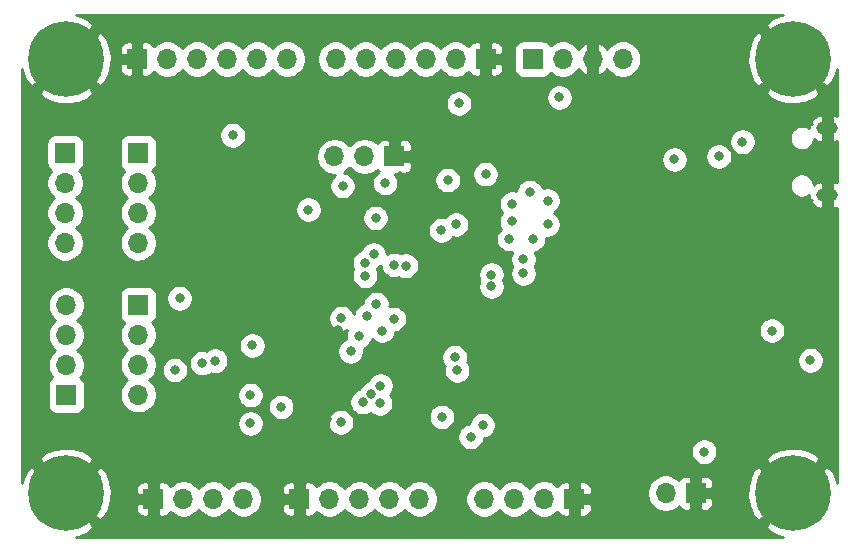
<source format=gbr>
%TF.GenerationSoftware,KiCad,Pcbnew,(5.1.7)-1*%
%TF.CreationDate,2020-11-01T11:20:17+05:30*%
%TF.ProjectId,stm 32 trial board5,73746d20-3332-4207-9472-69616c20626f,rev?*%
%TF.SameCoordinates,Original*%
%TF.FileFunction,Copper,L2,Inr*%
%TF.FilePolarity,Positive*%
%FSLAX46Y46*%
G04 Gerber Fmt 4.6, Leading zero omitted, Abs format (unit mm)*
G04 Created by KiCad (PCBNEW (5.1.7)-1) date 2020-11-01 11:20:17*
%MOMM*%
%LPD*%
G01*
G04 APERTURE LIST*
%TA.AperFunction,ComponentPad*%
%ADD10C,6.400000*%
%TD*%
%TA.AperFunction,ComponentPad*%
%ADD11C,0.800000*%
%TD*%
%TA.AperFunction,ComponentPad*%
%ADD12R,1.700000X1.700000*%
%TD*%
%TA.AperFunction,ComponentPad*%
%ADD13O,1.700000X1.700000*%
%TD*%
%TA.AperFunction,ComponentPad*%
%ADD14O,1.820000X1.120000*%
%TD*%
%TA.AperFunction,ViaPad*%
%ADD15C,0.800000*%
%TD*%
%TA.AperFunction,Conductor*%
%ADD16C,0.254000*%
%TD*%
%TA.AperFunction,Conductor*%
%ADD17C,0.100000*%
%TD*%
G04 APERTURE END LIST*
D10*
%TO.N,GND*%
%TO.C,H1*%
X36000000Y-71250000D03*
D11*
X38400000Y-71250000D03*
X37697056Y-72947056D03*
X36000000Y-73650000D03*
X34302944Y-72947056D03*
X33600000Y-71250000D03*
X34302944Y-69552944D03*
X36000000Y-68850000D03*
X37697056Y-69552944D03*
%TD*%
%TO.N,GND*%
%TO.C,H2*%
X37697056Y-106302944D03*
X36000000Y-105600000D03*
X34302944Y-106302944D03*
X33600000Y-108000000D03*
X34302944Y-109697056D03*
X36000000Y-110400000D03*
X37697056Y-109697056D03*
X38400000Y-108000000D03*
D10*
X36000000Y-108000000D03*
%TD*%
%TO.N,GND*%
%TO.C,H3*%
X97500000Y-71250000D03*
D11*
X99900000Y-71250000D03*
X99197056Y-72947056D03*
X97500000Y-73650000D03*
X95802944Y-72947056D03*
X95100000Y-71250000D03*
X95802944Y-69552944D03*
X97500000Y-68850000D03*
X99197056Y-69552944D03*
%TD*%
%TO.N,GND*%
%TO.C,H4*%
X99197056Y-106302944D03*
X97500000Y-105600000D03*
X95802944Y-106302944D03*
X95100000Y-108000000D03*
X95802944Y-109697056D03*
X97500000Y-110400000D03*
X99197056Y-109697056D03*
X99900000Y-108000000D03*
D10*
X97500000Y-108000000D03*
%TD*%
D12*
%TO.N,GND*%
%TO.C,J2*%
X89290000Y-108000000D03*
D13*
%TO.N,Vin*%
X86750000Y-108000000D03*
%TD*%
D12*
%TO.N,I2C3_CLK*%
%TO.C,J6*%
X75500000Y-71250000D03*
D13*
%TO.N,I2C3_SDA*%
X78040000Y-71250000D03*
%TO.N,GND*%
X80580000Y-71250000D03*
%TO.N,+3V3*%
X83120000Y-71250000D03*
%TD*%
D12*
%TO.N,GND*%
%TO.C,J7*%
X43380000Y-108500000D03*
D13*
%TO.N,USART3_TX*%
X45920000Y-108500000D03*
%TO.N,USART3_RX*%
X48460000Y-108500000D03*
%TO.N,+3V3*%
X51000000Y-108500000D03*
%TD*%
%TO.N,+3V3*%
%TO.C,J8*%
X71380000Y-108500000D03*
%TO.N,CAN_TX*%
X73920000Y-108500000D03*
%TO.N,CAN_RX*%
X76460000Y-108500000D03*
D12*
%TO.N,GND*%
X79000000Y-108500000D03*
%TD*%
%TO.N,GND*%
%TO.C,J10*%
X55750000Y-108500000D03*
D13*
%TO.N,SPI2_SCK*%
X58290000Y-108500000D03*
%TO.N,SPI2_MISO*%
X60830000Y-108500000D03*
%TO.N,SPI2_MOSI*%
X63370000Y-108500000D03*
%TO.N,+3V3*%
X65910000Y-108500000D03*
%TD*%
D12*
%TO.N,GND*%
%TO.C,J11*%
X71500000Y-71250000D03*
D13*
%TO.N,rest*%
X68960000Y-71250000D03*
%TO.N,SYS_JTMS-SWDIO*%
X66420000Y-71250000D03*
%TO.N,SYS_JTMS-SWCLK*%
X63880000Y-71250000D03*
%TO.N,SYS_JTMS-TRACESWO*%
X61340000Y-71250000D03*
%TO.N,+3V3*%
X58800000Y-71250000D03*
%TD*%
%TO.N,+3V3*%
%TO.C,J12*%
X54700000Y-71250000D03*
%TO.N,I2S3_CK*%
X52160000Y-71250000D03*
%TO.N,I2S3_ext_SD*%
X49620000Y-71250000D03*
%TO.N,I2S3_SD*%
X47080000Y-71250000D03*
%TO.N,I2S3_WS*%
X44540000Y-71250000D03*
D12*
%TO.N,GND*%
X42000000Y-71250000D03*
%TD*%
%TO.N,GND*%
%TO.C,J13*%
X63790000Y-79500000D03*
D13*
%TO.N,Net-(J13-Pad2)*%
X61250000Y-79500000D03*
%TO.N,+3V3*%
X58710000Y-79500000D03*
%TD*%
D14*
%TO.N,GND*%
%TO.C,J9*%
X100425000Y-82775000D03*
X100425000Y-77125000D03*
%TD*%
D12*
%TO.N,pa0*%
%TO.C,J1*%
X36000000Y-99700000D03*
D13*
%TO.N,pa1*%
X36000000Y-97160000D03*
%TO.N,pa2*%
X36000000Y-94620000D03*
%TO.N,pa3*%
X36000000Y-92080000D03*
%TD*%
%TO.N,pa15*%
%TO.C,J3*%
X42100000Y-99680000D03*
%TO.N,pa7*%
X42100000Y-97140000D03*
%TO.N,pa6*%
X42100000Y-94600000D03*
D12*
%TO.N,pa5*%
X42100000Y-92060000D03*
%TD*%
%TO.N,pb0*%
%TO.C,J4*%
X35900000Y-79200000D03*
D13*
%TO.N,pb1*%
X35900000Y-81740000D03*
%TO.N,pb2*%
X35900000Y-84280000D03*
%TO.N,pb4*%
X35900000Y-86820000D03*
%TD*%
%TO.N,pb12*%
%TO.C,J5*%
X42100000Y-86820000D03*
%TO.N,pb8*%
X42100000Y-84280000D03*
%TO.N,pb6*%
X42100000Y-81740000D03*
D12*
%TO.N,pb5*%
X42100000Y-79200000D03*
%TD*%
D15*
%TO.N,GND*%
X95000000Y-84250000D03*
X87500000Y-101500000D03*
X87500000Y-81500000D03*
X95500000Y-78000000D03*
X48750000Y-90500000D03*
X49500000Y-93000000D03*
X54750000Y-88250000D03*
X52000000Y-85000000D03*
X51300000Y-97000000D03*
X51500000Y-94000000D03*
X70750000Y-85000000D03*
X78500000Y-87750000D03*
X59031698Y-94206392D03*
X58100000Y-101700000D03*
X66100000Y-101300000D03*
X53800000Y-83900000D03*
X59100000Y-87500000D03*
X73800000Y-97500000D03*
X73800000Y-93200000D03*
X73900000Y-102600000D03*
X89200000Y-93300000D03*
%TO.N,+3V3*%
X76750000Y-85250000D03*
X76750000Y-83250000D03*
X75250000Y-82500000D03*
X67750000Y-85750000D03*
X73750000Y-85000000D03*
X75500000Y-86500000D03*
X73750000Y-83500000D03*
X56500000Y-84000000D03*
X69000000Y-85250000D03*
X67800000Y-101550000D03*
X90000000Y-104500000D03*
X99000000Y-96750000D03*
X95750000Y-94250000D03*
X87500000Y-79750000D03*
X77750000Y-74500000D03*
X69250000Y-75000000D03*
X51750000Y-95500000D03*
X59250000Y-102000000D03*
X59400000Y-82000000D03*
%TO.N,pa5*%
X54200000Y-100700000D03*
X60800000Y-94700000D03*
%TO.N,pa3*%
X48600000Y-96800000D03*
X51600000Y-102100000D03*
%TO.N,pa6*%
X47500000Y-97000001D03*
X61100000Y-100300000D03*
%TO.N,pa7*%
X45200000Y-97590001D03*
X61843468Y-99631227D03*
%TO.N,pa15*%
X64750000Y-88750000D03*
X51600000Y-99700000D03*
%TO.N,pb0*%
X68300000Y-81500000D03*
X62600000Y-98900000D03*
%TO.N,pb1*%
X62550001Y-100399890D03*
%TO.N,pb8*%
X61300000Y-88500000D03*
%TO.N,pb6*%
X62025000Y-87792892D03*
%TO.N,pb5*%
X62200000Y-84700000D03*
%TO.N,pb4*%
X63751724Y-88691278D03*
%TO.N,pb2*%
X59300000Y-93200000D03*
X45600000Y-91500000D03*
%TO.N,pb12*%
X61300000Y-89600000D03*
%TO.N,I2C3_CLK*%
X71500000Y-81000000D03*
X73500000Y-86500000D03*
%TO.N,CAN_TX*%
X61487347Y-92987347D03*
X62750000Y-94250000D03*
X69100000Y-97600000D03*
X70250000Y-103250000D03*
%TO.N,CAN_RX*%
X62250000Y-92000000D03*
X63750000Y-93250000D03*
X68900000Y-96500000D03*
X71250000Y-102250000D03*
%TO.N,DP*%
X72000000Y-89500000D03*
X74700000Y-88200000D03*
%TO.N,DM*%
X72000000Y-90500000D03*
X74700000Y-89400000D03*
X91250000Y-79500000D03*
X93250000Y-78250000D03*
%TO.N,rest*%
X50100000Y-77700000D03*
%TO.N,SYS_JTMS-TRACESWO*%
X63000000Y-81750000D03*
%TO.N,I2S3_WS*%
X60075000Y-96000000D03*
%TD*%
D16*
%TO.N,GND*%
X96531593Y-67520111D02*
X95822536Y-67780706D01*
X95547336Y-67927803D01*
X95164476Y-68386974D01*
X95423313Y-68645811D01*
X95403495Y-68767415D01*
X95802944Y-69166864D01*
X95873655Y-69096153D01*
X96259735Y-69482233D01*
X96189024Y-69552944D01*
X96588473Y-69952393D01*
X96710077Y-69932575D01*
X97500000Y-70722498D01*
X97514142Y-70708356D01*
X98041644Y-71235858D01*
X98027502Y-71250000D01*
X98817425Y-72039923D01*
X98797607Y-72161527D01*
X99197056Y-72560976D01*
X99267767Y-72490265D01*
X99653847Y-72876345D01*
X99583136Y-72947056D01*
X99982585Y-73346505D01*
X100104189Y-73326687D01*
X100363026Y-73585524D01*
X100822197Y-73202664D01*
X101139308Y-72517016D01*
X101248000Y-72066719D01*
X101248000Y-76035077D01*
X101208945Y-76015194D01*
X100984094Y-75951860D01*
X100798000Y-76092344D01*
X100798000Y-76752000D01*
X100818000Y-76752000D01*
X100818000Y-77498000D01*
X100798000Y-77498000D01*
X100798000Y-78157656D01*
X100984094Y-78298140D01*
X101208945Y-78234806D01*
X101248000Y-78214923D01*
X101248000Y-81685077D01*
X101208945Y-81665194D01*
X100984094Y-81601860D01*
X100798000Y-81742344D01*
X100798000Y-82402000D01*
X100818000Y-82402000D01*
X100818000Y-83148000D01*
X100798000Y-83148000D01*
X100798000Y-83807656D01*
X100984094Y-83948140D01*
X101208945Y-83884806D01*
X101248000Y-83864923D01*
X101248001Y-107146864D01*
X101229889Y-107031593D01*
X100969294Y-106322536D01*
X100822197Y-106047336D01*
X100363026Y-105664476D01*
X100104189Y-105923313D01*
X99982585Y-105903495D01*
X99583136Y-106302944D01*
X99653847Y-106373655D01*
X99267767Y-106759735D01*
X99197056Y-106689024D01*
X98797607Y-107088473D01*
X98817425Y-107210077D01*
X98027502Y-108000000D01*
X98041644Y-108014142D01*
X97514142Y-108541644D01*
X97500000Y-108527502D01*
X96710077Y-109317425D01*
X96588473Y-109297607D01*
X96189024Y-109697056D01*
X96259735Y-109767767D01*
X95873655Y-110153847D01*
X95802944Y-110083136D01*
X95403495Y-110482585D01*
X95423313Y-110604189D01*
X95164476Y-110863026D01*
X95547336Y-111322197D01*
X96232984Y-111639308D01*
X96683281Y-111748000D01*
X36853142Y-111748000D01*
X36968407Y-111729889D01*
X37677464Y-111469294D01*
X37952664Y-111322197D01*
X38335524Y-110863026D01*
X38076687Y-110604189D01*
X38096505Y-110482585D01*
X37697056Y-110083136D01*
X37626345Y-110153847D01*
X37240265Y-109767767D01*
X37310976Y-109697056D01*
X36911527Y-109297607D01*
X36789923Y-109317425D01*
X36000000Y-108527502D01*
X35985858Y-108541644D01*
X35458356Y-108014142D01*
X35472498Y-108000000D01*
X36527502Y-108000000D01*
X37317425Y-108789923D01*
X37297607Y-108911527D01*
X37697056Y-109310976D01*
X37767767Y-109240265D01*
X38153847Y-109626345D01*
X38083136Y-109697056D01*
X38482585Y-110096505D01*
X38604189Y-110076687D01*
X38863026Y-110335524D01*
X39322197Y-109952664D01*
X39600928Y-109350000D01*
X41891928Y-109350000D01*
X41904188Y-109474482D01*
X41940498Y-109594180D01*
X41999463Y-109704494D01*
X42078815Y-109801185D01*
X42175506Y-109880537D01*
X42285820Y-109939502D01*
X42405518Y-109975812D01*
X42530000Y-109988072D01*
X42848250Y-109985000D01*
X43007000Y-109826250D01*
X43007000Y-108873000D01*
X42053750Y-108873000D01*
X41895000Y-109031750D01*
X41891928Y-109350000D01*
X39600928Y-109350000D01*
X39639308Y-109267016D01*
X39816562Y-108532676D01*
X39847147Y-107777867D01*
X39827056Y-107650000D01*
X41891928Y-107650000D01*
X41895000Y-107968250D01*
X42053750Y-108127000D01*
X43007000Y-108127000D01*
X43007000Y-107173750D01*
X43753000Y-107173750D01*
X43753000Y-108127000D01*
X43773000Y-108127000D01*
X43773000Y-108873000D01*
X43753000Y-108873000D01*
X43753000Y-109826250D01*
X43911750Y-109985000D01*
X44230000Y-109988072D01*
X44354482Y-109975812D01*
X44474180Y-109939502D01*
X44584494Y-109880537D01*
X44681185Y-109801185D01*
X44760537Y-109704494D01*
X44807123Y-109617338D01*
X44914721Y-109724936D01*
X45173011Y-109897519D01*
X45460006Y-110016396D01*
X45764679Y-110077000D01*
X46075321Y-110077000D01*
X46379994Y-110016396D01*
X46666989Y-109897519D01*
X46925279Y-109724936D01*
X47144936Y-109505279D01*
X47190000Y-109437836D01*
X47235064Y-109505279D01*
X47454721Y-109724936D01*
X47713011Y-109897519D01*
X48000006Y-110016396D01*
X48304679Y-110077000D01*
X48615321Y-110077000D01*
X48919994Y-110016396D01*
X49206989Y-109897519D01*
X49465279Y-109724936D01*
X49684936Y-109505279D01*
X49730000Y-109437836D01*
X49775064Y-109505279D01*
X49994721Y-109724936D01*
X50253011Y-109897519D01*
X50540006Y-110016396D01*
X50844679Y-110077000D01*
X51155321Y-110077000D01*
X51459994Y-110016396D01*
X51746989Y-109897519D01*
X52005279Y-109724936D01*
X52224936Y-109505279D01*
X52328689Y-109350000D01*
X54261928Y-109350000D01*
X54274188Y-109474482D01*
X54310498Y-109594180D01*
X54369463Y-109704494D01*
X54448815Y-109801185D01*
X54545506Y-109880537D01*
X54655820Y-109939502D01*
X54775518Y-109975812D01*
X54900000Y-109988072D01*
X55218250Y-109985000D01*
X55377000Y-109826250D01*
X55377000Y-108873000D01*
X54423750Y-108873000D01*
X54265000Y-109031750D01*
X54261928Y-109350000D01*
X52328689Y-109350000D01*
X52397519Y-109246989D01*
X52516396Y-108959994D01*
X52577000Y-108655321D01*
X52577000Y-108344679D01*
X52516396Y-108040006D01*
X52397519Y-107753011D01*
X52328690Y-107650000D01*
X54261928Y-107650000D01*
X54265000Y-107968250D01*
X54423750Y-108127000D01*
X55377000Y-108127000D01*
X55377000Y-107173750D01*
X56123000Y-107173750D01*
X56123000Y-108127000D01*
X56143000Y-108127000D01*
X56143000Y-108873000D01*
X56123000Y-108873000D01*
X56123000Y-109826250D01*
X56281750Y-109985000D01*
X56600000Y-109988072D01*
X56724482Y-109975812D01*
X56844180Y-109939502D01*
X56954494Y-109880537D01*
X57051185Y-109801185D01*
X57130537Y-109704494D01*
X57177123Y-109617338D01*
X57284721Y-109724936D01*
X57543011Y-109897519D01*
X57830006Y-110016396D01*
X58134679Y-110077000D01*
X58445321Y-110077000D01*
X58749994Y-110016396D01*
X59036989Y-109897519D01*
X59295279Y-109724936D01*
X59514936Y-109505279D01*
X59560000Y-109437836D01*
X59605064Y-109505279D01*
X59824721Y-109724936D01*
X60083011Y-109897519D01*
X60370006Y-110016396D01*
X60674679Y-110077000D01*
X60985321Y-110077000D01*
X61289994Y-110016396D01*
X61576989Y-109897519D01*
X61835279Y-109724936D01*
X62054936Y-109505279D01*
X62100000Y-109437836D01*
X62145064Y-109505279D01*
X62364721Y-109724936D01*
X62623011Y-109897519D01*
X62910006Y-110016396D01*
X63214679Y-110077000D01*
X63525321Y-110077000D01*
X63829994Y-110016396D01*
X64116989Y-109897519D01*
X64375279Y-109724936D01*
X64594936Y-109505279D01*
X64640000Y-109437836D01*
X64685064Y-109505279D01*
X64904721Y-109724936D01*
X65163011Y-109897519D01*
X65450006Y-110016396D01*
X65754679Y-110077000D01*
X66065321Y-110077000D01*
X66369994Y-110016396D01*
X66656989Y-109897519D01*
X66915279Y-109724936D01*
X67134936Y-109505279D01*
X67307519Y-109246989D01*
X67426396Y-108959994D01*
X67487000Y-108655321D01*
X67487000Y-108344679D01*
X69803000Y-108344679D01*
X69803000Y-108655321D01*
X69863604Y-108959994D01*
X69982481Y-109246989D01*
X70155064Y-109505279D01*
X70374721Y-109724936D01*
X70633011Y-109897519D01*
X70920006Y-110016396D01*
X71224679Y-110077000D01*
X71535321Y-110077000D01*
X71839994Y-110016396D01*
X72126989Y-109897519D01*
X72385279Y-109724936D01*
X72604936Y-109505279D01*
X72650000Y-109437836D01*
X72695064Y-109505279D01*
X72914721Y-109724936D01*
X73173011Y-109897519D01*
X73460006Y-110016396D01*
X73764679Y-110077000D01*
X74075321Y-110077000D01*
X74379994Y-110016396D01*
X74666989Y-109897519D01*
X74925279Y-109724936D01*
X75144936Y-109505279D01*
X75190000Y-109437836D01*
X75235064Y-109505279D01*
X75454721Y-109724936D01*
X75713011Y-109897519D01*
X76000006Y-110016396D01*
X76304679Y-110077000D01*
X76615321Y-110077000D01*
X76919994Y-110016396D01*
X77206989Y-109897519D01*
X77465279Y-109724936D01*
X77572877Y-109617338D01*
X77619463Y-109704494D01*
X77698815Y-109801185D01*
X77795506Y-109880537D01*
X77905820Y-109939502D01*
X78025518Y-109975812D01*
X78150000Y-109988072D01*
X78468250Y-109985000D01*
X78627000Y-109826250D01*
X78627000Y-108873000D01*
X79373000Y-108873000D01*
X79373000Y-109826250D01*
X79531750Y-109985000D01*
X79850000Y-109988072D01*
X79974482Y-109975812D01*
X80094180Y-109939502D01*
X80204494Y-109880537D01*
X80301185Y-109801185D01*
X80380537Y-109704494D01*
X80439502Y-109594180D01*
X80475812Y-109474482D01*
X80488072Y-109350000D01*
X80485000Y-109031750D01*
X80326250Y-108873000D01*
X79373000Y-108873000D01*
X78627000Y-108873000D01*
X78607000Y-108873000D01*
X78607000Y-108127000D01*
X78627000Y-108127000D01*
X78627000Y-107173750D01*
X79373000Y-107173750D01*
X79373000Y-108127000D01*
X80326250Y-108127000D01*
X80485000Y-107968250D01*
X80486192Y-107844679D01*
X85173000Y-107844679D01*
X85173000Y-108155321D01*
X85233604Y-108459994D01*
X85352481Y-108746989D01*
X85525064Y-109005279D01*
X85744721Y-109224936D01*
X86003011Y-109397519D01*
X86290006Y-109516396D01*
X86594679Y-109577000D01*
X86905321Y-109577000D01*
X87209994Y-109516396D01*
X87496989Y-109397519D01*
X87755279Y-109224936D01*
X87862877Y-109117338D01*
X87909463Y-109204494D01*
X87988815Y-109301185D01*
X88085506Y-109380537D01*
X88195820Y-109439502D01*
X88315518Y-109475812D01*
X88440000Y-109488072D01*
X88758250Y-109485000D01*
X88917000Y-109326250D01*
X88917000Y-108373000D01*
X89663000Y-108373000D01*
X89663000Y-109326250D01*
X89821750Y-109485000D01*
X90140000Y-109488072D01*
X90264482Y-109475812D01*
X90384180Y-109439502D01*
X90494494Y-109380537D01*
X90591185Y-109301185D01*
X90670537Y-109204494D01*
X90729502Y-109094180D01*
X90765812Y-108974482D01*
X90778072Y-108850000D01*
X90775000Y-108531750D01*
X90616250Y-108373000D01*
X89663000Y-108373000D01*
X88917000Y-108373000D01*
X88897000Y-108373000D01*
X88897000Y-108222133D01*
X93652853Y-108222133D01*
X93770111Y-108968407D01*
X94030706Y-109677464D01*
X94177803Y-109952664D01*
X94636974Y-110335524D01*
X94895811Y-110076687D01*
X95017415Y-110096505D01*
X95416864Y-109697056D01*
X95346153Y-109626345D01*
X95732233Y-109240265D01*
X95802944Y-109310976D01*
X96202393Y-108911527D01*
X96182575Y-108789923D01*
X96972498Y-108000000D01*
X96182575Y-107210077D01*
X96202393Y-107088473D01*
X95802944Y-106689024D01*
X95732233Y-106759735D01*
X95346153Y-106373655D01*
X95416864Y-106302944D01*
X95017415Y-105903495D01*
X94895811Y-105923313D01*
X94636974Y-105664476D01*
X94177803Y-106047336D01*
X93860692Y-106732984D01*
X93683438Y-107467324D01*
X93652853Y-108222133D01*
X88897000Y-108222133D01*
X88897000Y-107627000D01*
X88917000Y-107627000D01*
X88917000Y-106673750D01*
X89663000Y-106673750D01*
X89663000Y-107627000D01*
X90616250Y-107627000D01*
X90775000Y-107468250D01*
X90778072Y-107150000D01*
X90765812Y-107025518D01*
X90729502Y-106905820D01*
X90670537Y-106795506D01*
X90591185Y-106698815D01*
X90494494Y-106619463D01*
X90384180Y-106560498D01*
X90264482Y-106524188D01*
X90140000Y-106511928D01*
X89821750Y-106515000D01*
X89663000Y-106673750D01*
X88917000Y-106673750D01*
X88758250Y-106515000D01*
X88440000Y-106511928D01*
X88315518Y-106524188D01*
X88195820Y-106560498D01*
X88085506Y-106619463D01*
X87988815Y-106698815D01*
X87909463Y-106795506D01*
X87862877Y-106882662D01*
X87755279Y-106775064D01*
X87496989Y-106602481D01*
X87209994Y-106483604D01*
X86905321Y-106423000D01*
X86594679Y-106423000D01*
X86290006Y-106483604D01*
X86003011Y-106602481D01*
X85744721Y-106775064D01*
X85525064Y-106994721D01*
X85352481Y-107253011D01*
X85233604Y-107540006D01*
X85173000Y-107844679D01*
X80486192Y-107844679D01*
X80488072Y-107650000D01*
X80475812Y-107525518D01*
X80439502Y-107405820D01*
X80380537Y-107295506D01*
X80301185Y-107198815D01*
X80204494Y-107119463D01*
X80094180Y-107060498D01*
X79974482Y-107024188D01*
X79850000Y-107011928D01*
X79531750Y-107015000D01*
X79373000Y-107173750D01*
X78627000Y-107173750D01*
X78468250Y-107015000D01*
X78150000Y-107011928D01*
X78025518Y-107024188D01*
X77905820Y-107060498D01*
X77795506Y-107119463D01*
X77698815Y-107198815D01*
X77619463Y-107295506D01*
X77572877Y-107382662D01*
X77465279Y-107275064D01*
X77206989Y-107102481D01*
X76919994Y-106983604D01*
X76615321Y-106923000D01*
X76304679Y-106923000D01*
X76000006Y-106983604D01*
X75713011Y-107102481D01*
X75454721Y-107275064D01*
X75235064Y-107494721D01*
X75190000Y-107562164D01*
X75144936Y-107494721D01*
X74925279Y-107275064D01*
X74666989Y-107102481D01*
X74379994Y-106983604D01*
X74075321Y-106923000D01*
X73764679Y-106923000D01*
X73460006Y-106983604D01*
X73173011Y-107102481D01*
X72914721Y-107275064D01*
X72695064Y-107494721D01*
X72650000Y-107562164D01*
X72604936Y-107494721D01*
X72385279Y-107275064D01*
X72126989Y-107102481D01*
X71839994Y-106983604D01*
X71535321Y-106923000D01*
X71224679Y-106923000D01*
X70920006Y-106983604D01*
X70633011Y-107102481D01*
X70374721Y-107275064D01*
X70155064Y-107494721D01*
X69982481Y-107753011D01*
X69863604Y-108040006D01*
X69803000Y-108344679D01*
X67487000Y-108344679D01*
X67426396Y-108040006D01*
X67307519Y-107753011D01*
X67134936Y-107494721D01*
X66915279Y-107275064D01*
X66656989Y-107102481D01*
X66369994Y-106983604D01*
X66065321Y-106923000D01*
X65754679Y-106923000D01*
X65450006Y-106983604D01*
X65163011Y-107102481D01*
X64904721Y-107275064D01*
X64685064Y-107494721D01*
X64640000Y-107562164D01*
X64594936Y-107494721D01*
X64375279Y-107275064D01*
X64116989Y-107102481D01*
X63829994Y-106983604D01*
X63525321Y-106923000D01*
X63214679Y-106923000D01*
X62910006Y-106983604D01*
X62623011Y-107102481D01*
X62364721Y-107275064D01*
X62145064Y-107494721D01*
X62100000Y-107562164D01*
X62054936Y-107494721D01*
X61835279Y-107275064D01*
X61576989Y-107102481D01*
X61289994Y-106983604D01*
X60985321Y-106923000D01*
X60674679Y-106923000D01*
X60370006Y-106983604D01*
X60083011Y-107102481D01*
X59824721Y-107275064D01*
X59605064Y-107494721D01*
X59560000Y-107562164D01*
X59514936Y-107494721D01*
X59295279Y-107275064D01*
X59036989Y-107102481D01*
X58749994Y-106983604D01*
X58445321Y-106923000D01*
X58134679Y-106923000D01*
X57830006Y-106983604D01*
X57543011Y-107102481D01*
X57284721Y-107275064D01*
X57177123Y-107382662D01*
X57130537Y-107295506D01*
X57051185Y-107198815D01*
X56954494Y-107119463D01*
X56844180Y-107060498D01*
X56724482Y-107024188D01*
X56600000Y-107011928D01*
X56281750Y-107015000D01*
X56123000Y-107173750D01*
X55377000Y-107173750D01*
X55218250Y-107015000D01*
X54900000Y-107011928D01*
X54775518Y-107024188D01*
X54655820Y-107060498D01*
X54545506Y-107119463D01*
X54448815Y-107198815D01*
X54369463Y-107295506D01*
X54310498Y-107405820D01*
X54274188Y-107525518D01*
X54261928Y-107650000D01*
X52328690Y-107650000D01*
X52224936Y-107494721D01*
X52005279Y-107275064D01*
X51746989Y-107102481D01*
X51459994Y-106983604D01*
X51155321Y-106923000D01*
X50844679Y-106923000D01*
X50540006Y-106983604D01*
X50253011Y-107102481D01*
X49994721Y-107275064D01*
X49775064Y-107494721D01*
X49730000Y-107562164D01*
X49684936Y-107494721D01*
X49465279Y-107275064D01*
X49206989Y-107102481D01*
X48919994Y-106983604D01*
X48615321Y-106923000D01*
X48304679Y-106923000D01*
X48000006Y-106983604D01*
X47713011Y-107102481D01*
X47454721Y-107275064D01*
X47235064Y-107494721D01*
X47190000Y-107562164D01*
X47144936Y-107494721D01*
X46925279Y-107275064D01*
X46666989Y-107102481D01*
X46379994Y-106983604D01*
X46075321Y-106923000D01*
X45764679Y-106923000D01*
X45460006Y-106983604D01*
X45173011Y-107102481D01*
X44914721Y-107275064D01*
X44807123Y-107382662D01*
X44760537Y-107295506D01*
X44681185Y-107198815D01*
X44584494Y-107119463D01*
X44474180Y-107060498D01*
X44354482Y-107024188D01*
X44230000Y-107011928D01*
X43911750Y-107015000D01*
X43753000Y-107173750D01*
X43007000Y-107173750D01*
X42848250Y-107015000D01*
X42530000Y-107011928D01*
X42405518Y-107024188D01*
X42285820Y-107060498D01*
X42175506Y-107119463D01*
X42078815Y-107198815D01*
X41999463Y-107295506D01*
X41940498Y-107405820D01*
X41904188Y-107525518D01*
X41891928Y-107650000D01*
X39827056Y-107650000D01*
X39729889Y-107031593D01*
X39469294Y-106322536D01*
X39322197Y-106047336D01*
X38863026Y-105664476D01*
X38604189Y-105923313D01*
X38482585Y-105903495D01*
X38083136Y-106302944D01*
X38153847Y-106373655D01*
X37767767Y-106759735D01*
X37697056Y-106689024D01*
X37297607Y-107088473D01*
X37317425Y-107210077D01*
X36527502Y-108000000D01*
X35472498Y-108000000D01*
X34682575Y-107210077D01*
X34702393Y-107088473D01*
X34302944Y-106689024D01*
X34232233Y-106759735D01*
X33846153Y-106373655D01*
X33916864Y-106302944D01*
X33517415Y-105903495D01*
X33395811Y-105923313D01*
X33136974Y-105664476D01*
X32677803Y-106047336D01*
X32360692Y-106732984D01*
X32252000Y-107183281D01*
X32252000Y-105136974D01*
X33664476Y-105136974D01*
X33923313Y-105395811D01*
X33903495Y-105517415D01*
X34302944Y-105916864D01*
X34373655Y-105846153D01*
X34759735Y-106232233D01*
X34689024Y-106302944D01*
X35088473Y-106702393D01*
X35210077Y-106682575D01*
X36000000Y-107472498D01*
X36789923Y-106682575D01*
X36911527Y-106702393D01*
X37310976Y-106302944D01*
X37240265Y-106232233D01*
X37626345Y-105846153D01*
X37697056Y-105916864D01*
X38096505Y-105517415D01*
X38076687Y-105395811D01*
X38335524Y-105136974D01*
X37952664Y-104677803D01*
X37328223Y-104389000D01*
X88873000Y-104389000D01*
X88873000Y-104611000D01*
X88916310Y-104828734D01*
X89001266Y-105033835D01*
X89124602Y-105218421D01*
X89281579Y-105375398D01*
X89466165Y-105498734D01*
X89671266Y-105583690D01*
X89889000Y-105627000D01*
X90111000Y-105627000D01*
X90328734Y-105583690D01*
X90533835Y-105498734D01*
X90718421Y-105375398D01*
X90875398Y-105218421D01*
X90929818Y-105136974D01*
X95164476Y-105136974D01*
X95423313Y-105395811D01*
X95403495Y-105517415D01*
X95802944Y-105916864D01*
X95873655Y-105846153D01*
X96259735Y-106232233D01*
X96189024Y-106302944D01*
X96588473Y-106702393D01*
X96710077Y-106682575D01*
X97500000Y-107472498D01*
X98289923Y-106682575D01*
X98411527Y-106702393D01*
X98810976Y-106302944D01*
X98740265Y-106232233D01*
X99126345Y-105846153D01*
X99197056Y-105916864D01*
X99596505Y-105517415D01*
X99576687Y-105395811D01*
X99835524Y-105136974D01*
X99452664Y-104677803D01*
X98767016Y-104360692D01*
X98032676Y-104183438D01*
X97277867Y-104152853D01*
X96531593Y-104270111D01*
X95822536Y-104530706D01*
X95547336Y-104677803D01*
X95164476Y-105136974D01*
X90929818Y-105136974D01*
X90998734Y-105033835D01*
X91083690Y-104828734D01*
X91127000Y-104611000D01*
X91127000Y-104389000D01*
X91083690Y-104171266D01*
X90998734Y-103966165D01*
X90875398Y-103781579D01*
X90718421Y-103624602D01*
X90533835Y-103501266D01*
X90328734Y-103416310D01*
X90111000Y-103373000D01*
X89889000Y-103373000D01*
X89671266Y-103416310D01*
X89466165Y-103501266D01*
X89281579Y-103624602D01*
X89124602Y-103781579D01*
X89001266Y-103966165D01*
X88916310Y-104171266D01*
X88873000Y-104389000D01*
X37328223Y-104389000D01*
X37267016Y-104360692D01*
X36532676Y-104183438D01*
X35777867Y-104152853D01*
X35031593Y-104270111D01*
X34322536Y-104530706D01*
X34047336Y-104677803D01*
X33664476Y-105136974D01*
X32252000Y-105136974D01*
X32252000Y-101989000D01*
X50473000Y-101989000D01*
X50473000Y-102211000D01*
X50516310Y-102428734D01*
X50601266Y-102633835D01*
X50724602Y-102818421D01*
X50881579Y-102975398D01*
X51066165Y-103098734D01*
X51271266Y-103183690D01*
X51489000Y-103227000D01*
X51711000Y-103227000D01*
X51928734Y-103183690D01*
X52036624Y-103139000D01*
X69123000Y-103139000D01*
X69123000Y-103361000D01*
X69166310Y-103578734D01*
X69251266Y-103783835D01*
X69374602Y-103968421D01*
X69531579Y-104125398D01*
X69716165Y-104248734D01*
X69921266Y-104333690D01*
X70139000Y-104377000D01*
X70361000Y-104377000D01*
X70578734Y-104333690D01*
X70783835Y-104248734D01*
X70968421Y-104125398D01*
X71125398Y-103968421D01*
X71248734Y-103783835D01*
X71333690Y-103578734D01*
X71374345Y-103374345D01*
X71578734Y-103333690D01*
X71783835Y-103248734D01*
X71968421Y-103125398D01*
X72125398Y-102968421D01*
X72248734Y-102783835D01*
X72333690Y-102578734D01*
X72377000Y-102361000D01*
X72377000Y-102139000D01*
X72333690Y-101921266D01*
X72248734Y-101716165D01*
X72125398Y-101531579D01*
X71968421Y-101374602D01*
X71783835Y-101251266D01*
X71578734Y-101166310D01*
X71361000Y-101123000D01*
X71139000Y-101123000D01*
X70921266Y-101166310D01*
X70716165Y-101251266D01*
X70531579Y-101374602D01*
X70374602Y-101531579D01*
X70251266Y-101716165D01*
X70166310Y-101921266D01*
X70125655Y-102125655D01*
X69921266Y-102166310D01*
X69716165Y-102251266D01*
X69531579Y-102374602D01*
X69374602Y-102531579D01*
X69251266Y-102716165D01*
X69166310Y-102921266D01*
X69123000Y-103139000D01*
X52036624Y-103139000D01*
X52133835Y-103098734D01*
X52318421Y-102975398D01*
X52475398Y-102818421D01*
X52598734Y-102633835D01*
X52683690Y-102428734D01*
X52727000Y-102211000D01*
X52727000Y-101989000D01*
X52707109Y-101889000D01*
X58123000Y-101889000D01*
X58123000Y-102111000D01*
X58166310Y-102328734D01*
X58251266Y-102533835D01*
X58374602Y-102718421D01*
X58531579Y-102875398D01*
X58716165Y-102998734D01*
X58921266Y-103083690D01*
X59139000Y-103127000D01*
X59361000Y-103127000D01*
X59578734Y-103083690D01*
X59783835Y-102998734D01*
X59968421Y-102875398D01*
X60125398Y-102718421D01*
X60248734Y-102533835D01*
X60333690Y-102328734D01*
X60377000Y-102111000D01*
X60377000Y-101889000D01*
X60333690Y-101671266D01*
X60248734Y-101466165D01*
X60125398Y-101281579D01*
X59968421Y-101124602D01*
X59783835Y-101001266D01*
X59578734Y-100916310D01*
X59361000Y-100873000D01*
X59139000Y-100873000D01*
X58921266Y-100916310D01*
X58716165Y-101001266D01*
X58531579Y-101124602D01*
X58374602Y-101281579D01*
X58251266Y-101466165D01*
X58166310Y-101671266D01*
X58123000Y-101889000D01*
X52707109Y-101889000D01*
X52683690Y-101771266D01*
X52598734Y-101566165D01*
X52475398Y-101381579D01*
X52318421Y-101224602D01*
X52133835Y-101101266D01*
X51928734Y-101016310D01*
X51711000Y-100973000D01*
X51489000Y-100973000D01*
X51271266Y-101016310D01*
X51066165Y-101101266D01*
X50881579Y-101224602D01*
X50724602Y-101381579D01*
X50601266Y-101566165D01*
X50516310Y-101771266D01*
X50473000Y-101989000D01*
X32252000Y-101989000D01*
X32252000Y-98850000D01*
X34419483Y-98850000D01*
X34419483Y-100550000D01*
X34433520Y-100692517D01*
X34475090Y-100829557D01*
X34542597Y-100955853D01*
X34633446Y-101066554D01*
X34744147Y-101157403D01*
X34870443Y-101224910D01*
X35007483Y-101266480D01*
X35150000Y-101280517D01*
X36850000Y-101280517D01*
X36992517Y-101266480D01*
X37129557Y-101224910D01*
X37255853Y-101157403D01*
X37366554Y-101066554D01*
X37457403Y-100955853D01*
X37524910Y-100829557D01*
X37566480Y-100692517D01*
X37580517Y-100550000D01*
X37580517Y-98850000D01*
X37566480Y-98707483D01*
X37524910Y-98570443D01*
X37457403Y-98444147D01*
X37366554Y-98333446D01*
X37255853Y-98242597D01*
X37185319Y-98204896D01*
X37224936Y-98165279D01*
X37397519Y-97906989D01*
X37516396Y-97619994D01*
X37577000Y-97315321D01*
X37577000Y-97004679D01*
X37516396Y-96700006D01*
X37397519Y-96413011D01*
X37224936Y-96154721D01*
X37005279Y-95935064D01*
X36937836Y-95890000D01*
X37005279Y-95844936D01*
X37224936Y-95625279D01*
X37397519Y-95366989D01*
X37516396Y-95079994D01*
X37577000Y-94775321D01*
X37577000Y-94464679D01*
X37516396Y-94160006D01*
X37397519Y-93873011D01*
X37224936Y-93614721D01*
X37005279Y-93395064D01*
X36937836Y-93350000D01*
X37005279Y-93304936D01*
X37224936Y-93085279D01*
X37397519Y-92826989D01*
X37516396Y-92539994D01*
X37577000Y-92235321D01*
X37577000Y-91924679D01*
X37516396Y-91620006D01*
X37397519Y-91333011D01*
X37315327Y-91210000D01*
X40519483Y-91210000D01*
X40519483Y-92910000D01*
X40533520Y-93052517D01*
X40575090Y-93189557D01*
X40642597Y-93315853D01*
X40733446Y-93426554D01*
X40844147Y-93517403D01*
X40914681Y-93555104D01*
X40875064Y-93594721D01*
X40702481Y-93853011D01*
X40583604Y-94140006D01*
X40523000Y-94444679D01*
X40523000Y-94755321D01*
X40583604Y-95059994D01*
X40702481Y-95346989D01*
X40875064Y-95605279D01*
X41094721Y-95824936D01*
X41162164Y-95870000D01*
X41094721Y-95915064D01*
X40875064Y-96134721D01*
X40702481Y-96393011D01*
X40583604Y-96680006D01*
X40523000Y-96984679D01*
X40523000Y-97295321D01*
X40583604Y-97599994D01*
X40702481Y-97886989D01*
X40875064Y-98145279D01*
X41094721Y-98364936D01*
X41162164Y-98410000D01*
X41094721Y-98455064D01*
X40875064Y-98674721D01*
X40702481Y-98933011D01*
X40583604Y-99220006D01*
X40523000Y-99524679D01*
X40523000Y-99835321D01*
X40583604Y-100139994D01*
X40702481Y-100426989D01*
X40875064Y-100685279D01*
X41094721Y-100904936D01*
X41353011Y-101077519D01*
X41640006Y-101196396D01*
X41944679Y-101257000D01*
X42255321Y-101257000D01*
X42559994Y-101196396D01*
X42846989Y-101077519D01*
X43105279Y-100904936D01*
X43324936Y-100685279D01*
X43497519Y-100426989D01*
X43616396Y-100139994D01*
X43677000Y-99835321D01*
X43677000Y-99589000D01*
X50473000Y-99589000D01*
X50473000Y-99811000D01*
X50516310Y-100028734D01*
X50601266Y-100233835D01*
X50724602Y-100418421D01*
X50881579Y-100575398D01*
X51066165Y-100698734D01*
X51271266Y-100783690D01*
X51489000Y-100827000D01*
X51711000Y-100827000D01*
X51928734Y-100783690D01*
X52133835Y-100698734D01*
X52298064Y-100589000D01*
X53073000Y-100589000D01*
X53073000Y-100811000D01*
X53116310Y-101028734D01*
X53201266Y-101233835D01*
X53324602Y-101418421D01*
X53481579Y-101575398D01*
X53666165Y-101698734D01*
X53871266Y-101783690D01*
X54089000Y-101827000D01*
X54311000Y-101827000D01*
X54528734Y-101783690D01*
X54733835Y-101698734D01*
X54918421Y-101575398D01*
X55075398Y-101418421D01*
X55198734Y-101233835D01*
X55283690Y-101028734D01*
X55327000Y-100811000D01*
X55327000Y-100589000D01*
X55283690Y-100371266D01*
X55208193Y-100189000D01*
X59973000Y-100189000D01*
X59973000Y-100411000D01*
X60016310Y-100628734D01*
X60101266Y-100833835D01*
X60224602Y-101018421D01*
X60381579Y-101175398D01*
X60566165Y-101298734D01*
X60771266Y-101383690D01*
X60989000Y-101427000D01*
X61211000Y-101427000D01*
X61428734Y-101383690D01*
X61633835Y-101298734D01*
X61766429Y-101210137D01*
X61831580Y-101275288D01*
X62016166Y-101398624D01*
X62221267Y-101483580D01*
X62439001Y-101526890D01*
X62661001Y-101526890D01*
X62878735Y-101483580D01*
X62986360Y-101439000D01*
X66673000Y-101439000D01*
X66673000Y-101661000D01*
X66716310Y-101878734D01*
X66801266Y-102083835D01*
X66924602Y-102268421D01*
X67081579Y-102425398D01*
X67266165Y-102548734D01*
X67471266Y-102633690D01*
X67689000Y-102677000D01*
X67911000Y-102677000D01*
X68128734Y-102633690D01*
X68333835Y-102548734D01*
X68518421Y-102425398D01*
X68675398Y-102268421D01*
X68798734Y-102083835D01*
X68883690Y-101878734D01*
X68927000Y-101661000D01*
X68927000Y-101439000D01*
X68883690Y-101221266D01*
X68798734Y-101016165D01*
X68675398Y-100831579D01*
X68518421Y-100674602D01*
X68333835Y-100551266D01*
X68128734Y-100466310D01*
X67911000Y-100423000D01*
X67689000Y-100423000D01*
X67471266Y-100466310D01*
X67266165Y-100551266D01*
X67081579Y-100674602D01*
X66924602Y-100831579D01*
X66801266Y-101016165D01*
X66716310Y-101221266D01*
X66673000Y-101439000D01*
X62986360Y-101439000D01*
X63083836Y-101398624D01*
X63268422Y-101275288D01*
X63425399Y-101118311D01*
X63548735Y-100933725D01*
X63633691Y-100728624D01*
X63677001Y-100510890D01*
X63677001Y-100288890D01*
X63633691Y-100071156D01*
X63548735Y-99866055D01*
X63425399Y-99681469D01*
X63418875Y-99674945D01*
X63475398Y-99618421D01*
X63598734Y-99433835D01*
X63683690Y-99228734D01*
X63727000Y-99011000D01*
X63727000Y-98789000D01*
X63683690Y-98571266D01*
X63598734Y-98366165D01*
X63475398Y-98181579D01*
X63318421Y-98024602D01*
X63133835Y-97901266D01*
X62928734Y-97816310D01*
X62711000Y-97773000D01*
X62489000Y-97773000D01*
X62271266Y-97816310D01*
X62066165Y-97901266D01*
X61881579Y-98024602D01*
X61724602Y-98181579D01*
X61601266Y-98366165D01*
X61527163Y-98545065D01*
X61514734Y-98547537D01*
X61309633Y-98632493D01*
X61125047Y-98755829D01*
X60968070Y-98912806D01*
X60844734Y-99097392D01*
X60797650Y-99211062D01*
X60771266Y-99216310D01*
X60566165Y-99301266D01*
X60381579Y-99424602D01*
X60224602Y-99581579D01*
X60101266Y-99766165D01*
X60016310Y-99971266D01*
X59973000Y-100189000D01*
X55208193Y-100189000D01*
X55198734Y-100166165D01*
X55075398Y-99981579D01*
X54918421Y-99824602D01*
X54733835Y-99701266D01*
X54528734Y-99616310D01*
X54311000Y-99573000D01*
X54089000Y-99573000D01*
X53871266Y-99616310D01*
X53666165Y-99701266D01*
X53481579Y-99824602D01*
X53324602Y-99981579D01*
X53201266Y-100166165D01*
X53116310Y-100371266D01*
X53073000Y-100589000D01*
X52298064Y-100589000D01*
X52318421Y-100575398D01*
X52475398Y-100418421D01*
X52598734Y-100233835D01*
X52683690Y-100028734D01*
X52727000Y-99811000D01*
X52727000Y-99589000D01*
X52683690Y-99371266D01*
X52598734Y-99166165D01*
X52475398Y-98981579D01*
X52318421Y-98824602D01*
X52133835Y-98701266D01*
X51928734Y-98616310D01*
X51711000Y-98573000D01*
X51489000Y-98573000D01*
X51271266Y-98616310D01*
X51066165Y-98701266D01*
X50881579Y-98824602D01*
X50724602Y-98981579D01*
X50601266Y-99166165D01*
X50516310Y-99371266D01*
X50473000Y-99589000D01*
X43677000Y-99589000D01*
X43677000Y-99524679D01*
X43616396Y-99220006D01*
X43497519Y-98933011D01*
X43324936Y-98674721D01*
X43105279Y-98455064D01*
X43037836Y-98410000D01*
X43105279Y-98364936D01*
X43324936Y-98145279D01*
X43497519Y-97886989D01*
X43616396Y-97599994D01*
X43640463Y-97479001D01*
X44073000Y-97479001D01*
X44073000Y-97701001D01*
X44116310Y-97918735D01*
X44201266Y-98123836D01*
X44324602Y-98308422D01*
X44481579Y-98465399D01*
X44666165Y-98588735D01*
X44871266Y-98673691D01*
X45089000Y-98717001D01*
X45311000Y-98717001D01*
X45528734Y-98673691D01*
X45733835Y-98588735D01*
X45918421Y-98465399D01*
X46075398Y-98308422D01*
X46198734Y-98123836D01*
X46283690Y-97918735D01*
X46327000Y-97701001D01*
X46327000Y-97479001D01*
X46283690Y-97261267D01*
X46198734Y-97056166D01*
X46087039Y-96889001D01*
X46373000Y-96889001D01*
X46373000Y-97111001D01*
X46416310Y-97328735D01*
X46501266Y-97533836D01*
X46624602Y-97718422D01*
X46781579Y-97875399D01*
X46966165Y-97998735D01*
X47171266Y-98083691D01*
X47389000Y-98127001D01*
X47611000Y-98127001D01*
X47828734Y-98083691D01*
X48033835Y-97998735D01*
X48218421Y-97875399D01*
X48228036Y-97865784D01*
X48271266Y-97883690D01*
X48489000Y-97927000D01*
X48711000Y-97927000D01*
X48928734Y-97883690D01*
X49133835Y-97798734D01*
X49318421Y-97675398D01*
X49475398Y-97518421D01*
X49598734Y-97333835D01*
X49683690Y-97128734D01*
X49727000Y-96911000D01*
X49727000Y-96689000D01*
X49683690Y-96471266D01*
X49598734Y-96266165D01*
X49475398Y-96081579D01*
X49318421Y-95924602D01*
X49133835Y-95801266D01*
X48928734Y-95716310D01*
X48711000Y-95673000D01*
X48489000Y-95673000D01*
X48271266Y-95716310D01*
X48066165Y-95801266D01*
X47881579Y-95924602D01*
X47871964Y-95934217D01*
X47828734Y-95916311D01*
X47611000Y-95873001D01*
X47389000Y-95873001D01*
X47171266Y-95916311D01*
X46966165Y-96001267D01*
X46781579Y-96124603D01*
X46624602Y-96281580D01*
X46501266Y-96466166D01*
X46416310Y-96671267D01*
X46373000Y-96889001D01*
X46087039Y-96889001D01*
X46075398Y-96871580D01*
X45918421Y-96714603D01*
X45733835Y-96591267D01*
X45528734Y-96506311D01*
X45311000Y-96463001D01*
X45089000Y-96463001D01*
X44871266Y-96506311D01*
X44666165Y-96591267D01*
X44481579Y-96714603D01*
X44324602Y-96871580D01*
X44201266Y-97056166D01*
X44116310Y-97261267D01*
X44073000Y-97479001D01*
X43640463Y-97479001D01*
X43677000Y-97295321D01*
X43677000Y-96984679D01*
X43616396Y-96680006D01*
X43497519Y-96393011D01*
X43324936Y-96134721D01*
X43105279Y-95915064D01*
X43037836Y-95870000D01*
X43105279Y-95824936D01*
X43324936Y-95605279D01*
X43469448Y-95389000D01*
X50623000Y-95389000D01*
X50623000Y-95611000D01*
X50666310Y-95828734D01*
X50751266Y-96033835D01*
X50874602Y-96218421D01*
X51031579Y-96375398D01*
X51216165Y-96498734D01*
X51421266Y-96583690D01*
X51639000Y-96627000D01*
X51861000Y-96627000D01*
X52078734Y-96583690D01*
X52283835Y-96498734D01*
X52468421Y-96375398D01*
X52625398Y-96218421D01*
X52748734Y-96033835D01*
X52833690Y-95828734D01*
X52877000Y-95611000D01*
X52877000Y-95389000D01*
X52833690Y-95171266D01*
X52748734Y-94966165D01*
X52625398Y-94781579D01*
X52468421Y-94624602D01*
X52283835Y-94501266D01*
X52078734Y-94416310D01*
X51861000Y-94373000D01*
X51639000Y-94373000D01*
X51421266Y-94416310D01*
X51216165Y-94501266D01*
X51031579Y-94624602D01*
X50874602Y-94781579D01*
X50751266Y-94966165D01*
X50666310Y-95171266D01*
X50623000Y-95389000D01*
X43469448Y-95389000D01*
X43497519Y-95346989D01*
X43616396Y-95059994D01*
X43677000Y-94755321D01*
X43677000Y-94444679D01*
X43616396Y-94140006D01*
X43497519Y-93853011D01*
X43324936Y-93594721D01*
X43285319Y-93555104D01*
X43355853Y-93517403D01*
X43466554Y-93426554D01*
X43557403Y-93315853D01*
X43624910Y-93189557D01*
X43655413Y-93089000D01*
X58173000Y-93089000D01*
X58173000Y-93311000D01*
X58216310Y-93528734D01*
X58301266Y-93733835D01*
X58424602Y-93918421D01*
X58581579Y-94075398D01*
X58766165Y-94198734D01*
X58971266Y-94283690D01*
X59189000Y-94327000D01*
X59411000Y-94327000D01*
X59628734Y-94283690D01*
X59778236Y-94221764D01*
X59716310Y-94371266D01*
X59673000Y-94589000D01*
X59673000Y-94811000D01*
X59697930Y-94936332D01*
X59541165Y-95001266D01*
X59356579Y-95124602D01*
X59199602Y-95281579D01*
X59076266Y-95466165D01*
X58991310Y-95671266D01*
X58948000Y-95889000D01*
X58948000Y-96111000D01*
X58991310Y-96328734D01*
X59076266Y-96533835D01*
X59199602Y-96718421D01*
X59356579Y-96875398D01*
X59541165Y-96998734D01*
X59746266Y-97083690D01*
X59964000Y-97127000D01*
X60186000Y-97127000D01*
X60403734Y-97083690D01*
X60608835Y-96998734D01*
X60793421Y-96875398D01*
X60950398Y-96718421D01*
X61073734Y-96533835D01*
X61133726Y-96389000D01*
X67773000Y-96389000D01*
X67773000Y-96611000D01*
X67816310Y-96828734D01*
X67901266Y-97033835D01*
X68024602Y-97218421D01*
X68034217Y-97228036D01*
X68016310Y-97271266D01*
X67973000Y-97489000D01*
X67973000Y-97711000D01*
X68016310Y-97928734D01*
X68101266Y-98133835D01*
X68224602Y-98318421D01*
X68381579Y-98475398D01*
X68566165Y-98598734D01*
X68771266Y-98683690D01*
X68989000Y-98727000D01*
X69211000Y-98727000D01*
X69428734Y-98683690D01*
X69633835Y-98598734D01*
X69818421Y-98475398D01*
X69975398Y-98318421D01*
X70098734Y-98133835D01*
X70183690Y-97928734D01*
X70227000Y-97711000D01*
X70227000Y-97489000D01*
X70183690Y-97271266D01*
X70098734Y-97066165D01*
X69975398Y-96881579D01*
X69965783Y-96871964D01*
X69983690Y-96828734D01*
X70021430Y-96639000D01*
X97873000Y-96639000D01*
X97873000Y-96861000D01*
X97916310Y-97078734D01*
X98001266Y-97283835D01*
X98124602Y-97468421D01*
X98281579Y-97625398D01*
X98466165Y-97748734D01*
X98671266Y-97833690D01*
X98889000Y-97877000D01*
X99111000Y-97877000D01*
X99328734Y-97833690D01*
X99533835Y-97748734D01*
X99718421Y-97625398D01*
X99875398Y-97468421D01*
X99998734Y-97283835D01*
X100083690Y-97078734D01*
X100127000Y-96861000D01*
X100127000Y-96639000D01*
X100083690Y-96421266D01*
X99998734Y-96216165D01*
X99875398Y-96031579D01*
X99718421Y-95874602D01*
X99533835Y-95751266D01*
X99328734Y-95666310D01*
X99111000Y-95623000D01*
X98889000Y-95623000D01*
X98671266Y-95666310D01*
X98466165Y-95751266D01*
X98281579Y-95874602D01*
X98124602Y-96031579D01*
X98001266Y-96216165D01*
X97916310Y-96421266D01*
X97873000Y-96639000D01*
X70021430Y-96639000D01*
X70027000Y-96611000D01*
X70027000Y-96389000D01*
X69983690Y-96171266D01*
X69898734Y-95966165D01*
X69775398Y-95781579D01*
X69618421Y-95624602D01*
X69433835Y-95501266D01*
X69228734Y-95416310D01*
X69011000Y-95373000D01*
X68789000Y-95373000D01*
X68571266Y-95416310D01*
X68366165Y-95501266D01*
X68181579Y-95624602D01*
X68024602Y-95781579D01*
X67901266Y-95966165D01*
X67816310Y-96171266D01*
X67773000Y-96389000D01*
X61133726Y-96389000D01*
X61158690Y-96328734D01*
X61202000Y-96111000D01*
X61202000Y-95889000D01*
X61177070Y-95763668D01*
X61333835Y-95698734D01*
X61518421Y-95575398D01*
X61675398Y-95418421D01*
X61798734Y-95233835D01*
X61883690Y-95028734D01*
X61892189Y-94986008D01*
X62031579Y-95125398D01*
X62216165Y-95248734D01*
X62421266Y-95333690D01*
X62639000Y-95377000D01*
X62861000Y-95377000D01*
X63078734Y-95333690D01*
X63283835Y-95248734D01*
X63468421Y-95125398D01*
X63625398Y-94968421D01*
X63748734Y-94783835D01*
X63833690Y-94578734D01*
X63874345Y-94374345D01*
X64078734Y-94333690D01*
X64283835Y-94248734D01*
X64448064Y-94139000D01*
X94623000Y-94139000D01*
X94623000Y-94361000D01*
X94666310Y-94578734D01*
X94751266Y-94783835D01*
X94874602Y-94968421D01*
X95031579Y-95125398D01*
X95216165Y-95248734D01*
X95421266Y-95333690D01*
X95639000Y-95377000D01*
X95861000Y-95377000D01*
X96078734Y-95333690D01*
X96283835Y-95248734D01*
X96468421Y-95125398D01*
X96625398Y-94968421D01*
X96748734Y-94783835D01*
X96833690Y-94578734D01*
X96877000Y-94361000D01*
X96877000Y-94139000D01*
X96833690Y-93921266D01*
X96748734Y-93716165D01*
X96625398Y-93531579D01*
X96468421Y-93374602D01*
X96283835Y-93251266D01*
X96078734Y-93166310D01*
X95861000Y-93123000D01*
X95639000Y-93123000D01*
X95421266Y-93166310D01*
X95216165Y-93251266D01*
X95031579Y-93374602D01*
X94874602Y-93531579D01*
X94751266Y-93716165D01*
X94666310Y-93921266D01*
X94623000Y-94139000D01*
X64448064Y-94139000D01*
X64468421Y-94125398D01*
X64625398Y-93968421D01*
X64748734Y-93783835D01*
X64833690Y-93578734D01*
X64877000Y-93361000D01*
X64877000Y-93139000D01*
X64833690Y-92921266D01*
X64748734Y-92716165D01*
X64625398Y-92531579D01*
X64468421Y-92374602D01*
X64283835Y-92251266D01*
X64078734Y-92166310D01*
X63861000Y-92123000D01*
X63639000Y-92123000D01*
X63421266Y-92166310D01*
X63361036Y-92191258D01*
X63377000Y-92111000D01*
X63377000Y-91889000D01*
X63333690Y-91671266D01*
X63248734Y-91466165D01*
X63125398Y-91281579D01*
X62968421Y-91124602D01*
X62783835Y-91001266D01*
X62578734Y-90916310D01*
X62361000Y-90873000D01*
X62139000Y-90873000D01*
X61921266Y-90916310D01*
X61716165Y-91001266D01*
X61531579Y-91124602D01*
X61374602Y-91281579D01*
X61251266Y-91466165D01*
X61166310Y-91671266D01*
X61123000Y-91889000D01*
X61123000Y-91918408D01*
X60953512Y-91988613D01*
X60768926Y-92111949D01*
X60611949Y-92268926D01*
X60488613Y-92453512D01*
X60403657Y-92658613D01*
X60368603Y-92834842D01*
X60298734Y-92666165D01*
X60175398Y-92481579D01*
X60018421Y-92324602D01*
X59833835Y-92201266D01*
X59628734Y-92116310D01*
X59411000Y-92073000D01*
X59189000Y-92073000D01*
X58971266Y-92116310D01*
X58766165Y-92201266D01*
X58581579Y-92324602D01*
X58424602Y-92481579D01*
X58301266Y-92666165D01*
X58216310Y-92871266D01*
X58173000Y-93089000D01*
X43655413Y-93089000D01*
X43666480Y-93052517D01*
X43680517Y-92910000D01*
X43680517Y-91389000D01*
X44473000Y-91389000D01*
X44473000Y-91611000D01*
X44516310Y-91828734D01*
X44601266Y-92033835D01*
X44724602Y-92218421D01*
X44881579Y-92375398D01*
X45066165Y-92498734D01*
X45271266Y-92583690D01*
X45489000Y-92627000D01*
X45711000Y-92627000D01*
X45928734Y-92583690D01*
X46133835Y-92498734D01*
X46318421Y-92375398D01*
X46475398Y-92218421D01*
X46598734Y-92033835D01*
X46683690Y-91828734D01*
X46727000Y-91611000D01*
X46727000Y-91389000D01*
X46683690Y-91171266D01*
X46598734Y-90966165D01*
X46475398Y-90781579D01*
X46318421Y-90624602D01*
X46133835Y-90501266D01*
X45928734Y-90416310D01*
X45711000Y-90373000D01*
X45489000Y-90373000D01*
X45271266Y-90416310D01*
X45066165Y-90501266D01*
X44881579Y-90624602D01*
X44724602Y-90781579D01*
X44601266Y-90966165D01*
X44516310Y-91171266D01*
X44473000Y-91389000D01*
X43680517Y-91389000D01*
X43680517Y-91210000D01*
X43666480Y-91067483D01*
X43624910Y-90930443D01*
X43557403Y-90804147D01*
X43466554Y-90693446D01*
X43355853Y-90602597D01*
X43229557Y-90535090D01*
X43092517Y-90493520D01*
X42950000Y-90479483D01*
X41250000Y-90479483D01*
X41107483Y-90493520D01*
X40970443Y-90535090D01*
X40844147Y-90602597D01*
X40733446Y-90693446D01*
X40642597Y-90804147D01*
X40575090Y-90930443D01*
X40533520Y-91067483D01*
X40519483Y-91210000D01*
X37315327Y-91210000D01*
X37224936Y-91074721D01*
X37005279Y-90855064D01*
X36746989Y-90682481D01*
X36459994Y-90563604D01*
X36155321Y-90503000D01*
X35844679Y-90503000D01*
X35540006Y-90563604D01*
X35253011Y-90682481D01*
X34994721Y-90855064D01*
X34775064Y-91074721D01*
X34602481Y-91333011D01*
X34483604Y-91620006D01*
X34423000Y-91924679D01*
X34423000Y-92235321D01*
X34483604Y-92539994D01*
X34602481Y-92826989D01*
X34775064Y-93085279D01*
X34994721Y-93304936D01*
X35062164Y-93350000D01*
X34994721Y-93395064D01*
X34775064Y-93614721D01*
X34602481Y-93873011D01*
X34483604Y-94160006D01*
X34423000Y-94464679D01*
X34423000Y-94775321D01*
X34483604Y-95079994D01*
X34602481Y-95366989D01*
X34775064Y-95625279D01*
X34994721Y-95844936D01*
X35062164Y-95890000D01*
X34994721Y-95935064D01*
X34775064Y-96154721D01*
X34602481Y-96413011D01*
X34483604Y-96700006D01*
X34423000Y-97004679D01*
X34423000Y-97315321D01*
X34483604Y-97619994D01*
X34602481Y-97906989D01*
X34775064Y-98165279D01*
X34814681Y-98204896D01*
X34744147Y-98242597D01*
X34633446Y-98333446D01*
X34542597Y-98444147D01*
X34475090Y-98570443D01*
X34433520Y-98707483D01*
X34419483Y-98850000D01*
X32252000Y-98850000D01*
X32252000Y-78350000D01*
X34319483Y-78350000D01*
X34319483Y-80050000D01*
X34333520Y-80192517D01*
X34375090Y-80329557D01*
X34442597Y-80455853D01*
X34533446Y-80566554D01*
X34644147Y-80657403D01*
X34714681Y-80695104D01*
X34675064Y-80734721D01*
X34502481Y-80993011D01*
X34383604Y-81280006D01*
X34323000Y-81584679D01*
X34323000Y-81895321D01*
X34383604Y-82199994D01*
X34502481Y-82486989D01*
X34675064Y-82745279D01*
X34894721Y-82964936D01*
X34962164Y-83010000D01*
X34894721Y-83055064D01*
X34675064Y-83274721D01*
X34502481Y-83533011D01*
X34383604Y-83820006D01*
X34323000Y-84124679D01*
X34323000Y-84435321D01*
X34383604Y-84739994D01*
X34502481Y-85026989D01*
X34675064Y-85285279D01*
X34894721Y-85504936D01*
X34962164Y-85550000D01*
X34894721Y-85595064D01*
X34675064Y-85814721D01*
X34502481Y-86073011D01*
X34383604Y-86360006D01*
X34323000Y-86664679D01*
X34323000Y-86975321D01*
X34383604Y-87279994D01*
X34502481Y-87566989D01*
X34675064Y-87825279D01*
X34894721Y-88044936D01*
X35153011Y-88217519D01*
X35440006Y-88336396D01*
X35744679Y-88397000D01*
X36055321Y-88397000D01*
X36359994Y-88336396D01*
X36646989Y-88217519D01*
X36905279Y-88044936D01*
X37124936Y-87825279D01*
X37297519Y-87566989D01*
X37416396Y-87279994D01*
X37477000Y-86975321D01*
X37477000Y-86664679D01*
X37416396Y-86360006D01*
X37297519Y-86073011D01*
X37124936Y-85814721D01*
X36905279Y-85595064D01*
X36837836Y-85550000D01*
X36905279Y-85504936D01*
X37124936Y-85285279D01*
X37297519Y-85026989D01*
X37416396Y-84739994D01*
X37477000Y-84435321D01*
X37477000Y-84124679D01*
X37416396Y-83820006D01*
X37297519Y-83533011D01*
X37124936Y-83274721D01*
X36905279Y-83055064D01*
X36837836Y-83010000D01*
X36905279Y-82964936D01*
X37124936Y-82745279D01*
X37297519Y-82486989D01*
X37416396Y-82199994D01*
X37477000Y-81895321D01*
X37477000Y-81584679D01*
X37416396Y-81280006D01*
X37297519Y-80993011D01*
X37124936Y-80734721D01*
X37085319Y-80695104D01*
X37155853Y-80657403D01*
X37266554Y-80566554D01*
X37357403Y-80455853D01*
X37424910Y-80329557D01*
X37466480Y-80192517D01*
X37480517Y-80050000D01*
X37480517Y-78350000D01*
X40519483Y-78350000D01*
X40519483Y-80050000D01*
X40533520Y-80192517D01*
X40575090Y-80329557D01*
X40642597Y-80455853D01*
X40733446Y-80566554D01*
X40844147Y-80657403D01*
X40914681Y-80695104D01*
X40875064Y-80734721D01*
X40702481Y-80993011D01*
X40583604Y-81280006D01*
X40523000Y-81584679D01*
X40523000Y-81895321D01*
X40583604Y-82199994D01*
X40702481Y-82486989D01*
X40875064Y-82745279D01*
X41094721Y-82964936D01*
X41162164Y-83010000D01*
X41094721Y-83055064D01*
X40875064Y-83274721D01*
X40702481Y-83533011D01*
X40583604Y-83820006D01*
X40523000Y-84124679D01*
X40523000Y-84435321D01*
X40583604Y-84739994D01*
X40702481Y-85026989D01*
X40875064Y-85285279D01*
X41094721Y-85504936D01*
X41162164Y-85550000D01*
X41094721Y-85595064D01*
X40875064Y-85814721D01*
X40702481Y-86073011D01*
X40583604Y-86360006D01*
X40523000Y-86664679D01*
X40523000Y-86975321D01*
X40583604Y-87279994D01*
X40702481Y-87566989D01*
X40875064Y-87825279D01*
X41094721Y-88044936D01*
X41353011Y-88217519D01*
X41640006Y-88336396D01*
X41944679Y-88397000D01*
X42255321Y-88397000D01*
X42295539Y-88389000D01*
X60173000Y-88389000D01*
X60173000Y-88611000D01*
X60216310Y-88828734D01*
X60301266Y-89033835D01*
X60312067Y-89050000D01*
X60301266Y-89066165D01*
X60216310Y-89271266D01*
X60173000Y-89489000D01*
X60173000Y-89711000D01*
X60216310Y-89928734D01*
X60301266Y-90133835D01*
X60424602Y-90318421D01*
X60581579Y-90475398D01*
X60766165Y-90598734D01*
X60971266Y-90683690D01*
X61189000Y-90727000D01*
X61411000Y-90727000D01*
X61628734Y-90683690D01*
X61833835Y-90598734D01*
X62018421Y-90475398D01*
X62175398Y-90318421D01*
X62298734Y-90133835D01*
X62383690Y-89928734D01*
X62427000Y-89711000D01*
X62427000Y-89489000D01*
X62383690Y-89271266D01*
X62298734Y-89066165D01*
X62287933Y-89050000D01*
X62298734Y-89033835D01*
X62365970Y-88871514D01*
X62558835Y-88791626D01*
X62624724Y-88747601D01*
X62624724Y-88802278D01*
X62668034Y-89020012D01*
X62752990Y-89225113D01*
X62876326Y-89409699D01*
X63033303Y-89566676D01*
X63217889Y-89690012D01*
X63422990Y-89774968D01*
X63640724Y-89818278D01*
X63862724Y-89818278D01*
X64080458Y-89774968D01*
X64188469Y-89730228D01*
X64216165Y-89748734D01*
X64421266Y-89833690D01*
X64639000Y-89877000D01*
X64861000Y-89877000D01*
X65078734Y-89833690D01*
X65283835Y-89748734D01*
X65468421Y-89625398D01*
X65625398Y-89468421D01*
X65678465Y-89389000D01*
X70873000Y-89389000D01*
X70873000Y-89611000D01*
X70916310Y-89828734D01*
X70987251Y-90000000D01*
X70916310Y-90171266D01*
X70873000Y-90389000D01*
X70873000Y-90611000D01*
X70916310Y-90828734D01*
X71001266Y-91033835D01*
X71124602Y-91218421D01*
X71281579Y-91375398D01*
X71466165Y-91498734D01*
X71671266Y-91583690D01*
X71889000Y-91627000D01*
X72111000Y-91627000D01*
X72328734Y-91583690D01*
X72533835Y-91498734D01*
X72718421Y-91375398D01*
X72875398Y-91218421D01*
X72998734Y-91033835D01*
X73083690Y-90828734D01*
X73127000Y-90611000D01*
X73127000Y-90389000D01*
X73083690Y-90171266D01*
X73012749Y-90000000D01*
X73083690Y-89828734D01*
X73127000Y-89611000D01*
X73127000Y-89389000D01*
X73083690Y-89171266D01*
X72998734Y-88966165D01*
X72875398Y-88781579D01*
X72718421Y-88624602D01*
X72533835Y-88501266D01*
X72328734Y-88416310D01*
X72111000Y-88373000D01*
X71889000Y-88373000D01*
X71671266Y-88416310D01*
X71466165Y-88501266D01*
X71281579Y-88624602D01*
X71124602Y-88781579D01*
X71001266Y-88966165D01*
X70916310Y-89171266D01*
X70873000Y-89389000D01*
X65678465Y-89389000D01*
X65748734Y-89283835D01*
X65833690Y-89078734D01*
X65877000Y-88861000D01*
X65877000Y-88639000D01*
X65833690Y-88421266D01*
X65748734Y-88216165D01*
X65625398Y-88031579D01*
X65468421Y-87874602D01*
X65283835Y-87751266D01*
X65078734Y-87666310D01*
X64861000Y-87623000D01*
X64639000Y-87623000D01*
X64421266Y-87666310D01*
X64313255Y-87711050D01*
X64285559Y-87692544D01*
X64080458Y-87607588D01*
X63862724Y-87564278D01*
X63640724Y-87564278D01*
X63422990Y-87607588D01*
X63217889Y-87692544D01*
X63152000Y-87736569D01*
X63152000Y-87681892D01*
X63108690Y-87464158D01*
X63023734Y-87259057D01*
X62900398Y-87074471D01*
X62743421Y-86917494D01*
X62558835Y-86794158D01*
X62353734Y-86709202D01*
X62136000Y-86665892D01*
X61914000Y-86665892D01*
X61696266Y-86709202D01*
X61491165Y-86794158D01*
X61306579Y-86917494D01*
X61149602Y-87074471D01*
X61026266Y-87259057D01*
X60959030Y-87421378D01*
X60766165Y-87501266D01*
X60581579Y-87624602D01*
X60424602Y-87781579D01*
X60301266Y-87966165D01*
X60216310Y-88171266D01*
X60173000Y-88389000D01*
X42295539Y-88389000D01*
X42559994Y-88336396D01*
X42846989Y-88217519D01*
X43105279Y-88044936D01*
X43324936Y-87825279D01*
X43497519Y-87566989D01*
X43616396Y-87279994D01*
X43677000Y-86975321D01*
X43677000Y-86664679D01*
X43616396Y-86360006D01*
X43497519Y-86073011D01*
X43324936Y-85814721D01*
X43105279Y-85595064D01*
X43037836Y-85550000D01*
X43105279Y-85504936D01*
X43324936Y-85285279D01*
X43497519Y-85026989D01*
X43616396Y-84739994D01*
X43677000Y-84435321D01*
X43677000Y-84124679D01*
X43630120Y-83889000D01*
X55373000Y-83889000D01*
X55373000Y-84111000D01*
X55416310Y-84328734D01*
X55501266Y-84533835D01*
X55624602Y-84718421D01*
X55781579Y-84875398D01*
X55966165Y-84998734D01*
X56171266Y-85083690D01*
X56389000Y-85127000D01*
X56611000Y-85127000D01*
X56828734Y-85083690D01*
X57033835Y-84998734D01*
X57218421Y-84875398D01*
X57375398Y-84718421D01*
X57461874Y-84589000D01*
X61073000Y-84589000D01*
X61073000Y-84811000D01*
X61116310Y-85028734D01*
X61201266Y-85233835D01*
X61324602Y-85418421D01*
X61481579Y-85575398D01*
X61666165Y-85698734D01*
X61871266Y-85783690D01*
X62089000Y-85827000D01*
X62311000Y-85827000D01*
X62528734Y-85783690D01*
X62733835Y-85698734D01*
X62823233Y-85639000D01*
X66623000Y-85639000D01*
X66623000Y-85861000D01*
X66666310Y-86078734D01*
X66751266Y-86283835D01*
X66874602Y-86468421D01*
X67031579Y-86625398D01*
X67216165Y-86748734D01*
X67421266Y-86833690D01*
X67639000Y-86877000D01*
X67861000Y-86877000D01*
X68078734Y-86833690D01*
X68283835Y-86748734D01*
X68468421Y-86625398D01*
X68625398Y-86468421D01*
X68678465Y-86389000D01*
X72373000Y-86389000D01*
X72373000Y-86611000D01*
X72416310Y-86828734D01*
X72501266Y-87033835D01*
X72624602Y-87218421D01*
X72781579Y-87375398D01*
X72966165Y-87498734D01*
X73171266Y-87583690D01*
X73389000Y-87627000D01*
X73611000Y-87627000D01*
X73745282Y-87600290D01*
X73701266Y-87666165D01*
X73616310Y-87871266D01*
X73573000Y-88089000D01*
X73573000Y-88311000D01*
X73616310Y-88528734D01*
X73701266Y-88733835D01*
X73745476Y-88800000D01*
X73701266Y-88866165D01*
X73616310Y-89071266D01*
X73573000Y-89289000D01*
X73573000Y-89511000D01*
X73616310Y-89728734D01*
X73701266Y-89933835D01*
X73824602Y-90118421D01*
X73981579Y-90275398D01*
X74166165Y-90398734D01*
X74371266Y-90483690D01*
X74589000Y-90527000D01*
X74811000Y-90527000D01*
X75028734Y-90483690D01*
X75233835Y-90398734D01*
X75418421Y-90275398D01*
X75575398Y-90118421D01*
X75698734Y-89933835D01*
X75783690Y-89728734D01*
X75827000Y-89511000D01*
X75827000Y-89289000D01*
X75783690Y-89071266D01*
X75698734Y-88866165D01*
X75654524Y-88800000D01*
X75698734Y-88733835D01*
X75783690Y-88528734D01*
X75827000Y-88311000D01*
X75827000Y-88089000D01*
X75783690Y-87871266D01*
X75698734Y-87666165D01*
X75665342Y-87616191D01*
X75828734Y-87583690D01*
X76033835Y-87498734D01*
X76218421Y-87375398D01*
X76375398Y-87218421D01*
X76498734Y-87033835D01*
X76583690Y-86828734D01*
X76627000Y-86611000D01*
X76627000Y-86389000D01*
X76624020Y-86374020D01*
X76639000Y-86377000D01*
X76861000Y-86377000D01*
X77078734Y-86333690D01*
X77283835Y-86248734D01*
X77468421Y-86125398D01*
X77625398Y-85968421D01*
X77748734Y-85783835D01*
X77833690Y-85578734D01*
X77877000Y-85361000D01*
X77877000Y-85139000D01*
X77833690Y-84921266D01*
X77748734Y-84716165D01*
X77625398Y-84531579D01*
X77468421Y-84374602D01*
X77283835Y-84251266D01*
X77280779Y-84250000D01*
X77283835Y-84248734D01*
X77468421Y-84125398D01*
X77625398Y-83968421D01*
X77748734Y-83783835D01*
X77833690Y-83578734D01*
X77877000Y-83361000D01*
X77877000Y-83139000D01*
X77833690Y-82921266D01*
X77748734Y-82716165D01*
X77625398Y-82531579D01*
X77468421Y-82374602D01*
X77283835Y-82251266D01*
X77078734Y-82166310D01*
X76861000Y-82123000D01*
X76639000Y-82123000D01*
X76421266Y-82166310D01*
X76339446Y-82200201D01*
X76333690Y-82171266D01*
X76248734Y-81966165D01*
X76170347Y-81848849D01*
X97248000Y-81848849D01*
X97248000Y-82051151D01*
X97287467Y-82249565D01*
X97364885Y-82436467D01*
X97477277Y-82604674D01*
X97620326Y-82747723D01*
X97788533Y-82860115D01*
X97975435Y-82937533D01*
X98173849Y-82977000D01*
X98376151Y-82977000D01*
X98574565Y-82937533D01*
X98761467Y-82860115D01*
X98880000Y-82780914D01*
X98880000Y-83148002D01*
X99108208Y-83148002D01*
X99012031Y-83321007D01*
X99097613Y-83456684D01*
X99249383Y-83634264D01*
X99432881Y-83778823D01*
X99641055Y-83884806D01*
X99865906Y-83948140D01*
X100052000Y-83807656D01*
X100052000Y-83148000D01*
X100032000Y-83148000D01*
X100032000Y-82402000D01*
X100052000Y-82402000D01*
X100052000Y-81742344D01*
X99865906Y-81601860D01*
X99641055Y-81665194D01*
X99432881Y-81771177D01*
X99302000Y-81874285D01*
X99302000Y-81848849D01*
X99262533Y-81650435D01*
X99185115Y-81463533D01*
X99072723Y-81295326D01*
X98929674Y-81152277D01*
X98761467Y-81039885D01*
X98574565Y-80962467D01*
X98376151Y-80923000D01*
X98173849Y-80923000D01*
X97975435Y-80962467D01*
X97788533Y-81039885D01*
X97620326Y-81152277D01*
X97477277Y-81295326D01*
X97364885Y-81463533D01*
X97287467Y-81650435D01*
X97248000Y-81848849D01*
X76170347Y-81848849D01*
X76125398Y-81781579D01*
X75968421Y-81624602D01*
X75783835Y-81501266D01*
X75578734Y-81416310D01*
X75361000Y-81373000D01*
X75139000Y-81373000D01*
X74921266Y-81416310D01*
X74716165Y-81501266D01*
X74531579Y-81624602D01*
X74374602Y-81781579D01*
X74251266Y-81966165D01*
X74166310Y-82171266D01*
X74123000Y-82389000D01*
X74123000Y-82434646D01*
X74078734Y-82416310D01*
X73861000Y-82373000D01*
X73639000Y-82373000D01*
X73421266Y-82416310D01*
X73216165Y-82501266D01*
X73031579Y-82624602D01*
X72874602Y-82781579D01*
X72751266Y-82966165D01*
X72666310Y-83171266D01*
X72623000Y-83389000D01*
X72623000Y-83611000D01*
X72666310Y-83828734D01*
X72751266Y-84033835D01*
X72874602Y-84218421D01*
X72906181Y-84250000D01*
X72874602Y-84281579D01*
X72751266Y-84466165D01*
X72666310Y-84671266D01*
X72623000Y-84889000D01*
X72623000Y-85111000D01*
X72666310Y-85328734D01*
X72751266Y-85533835D01*
X72802551Y-85610589D01*
X72781579Y-85624602D01*
X72624602Y-85781579D01*
X72501266Y-85966165D01*
X72416310Y-86171266D01*
X72373000Y-86389000D01*
X68678465Y-86389000D01*
X68710242Y-86341443D01*
X68889000Y-86377000D01*
X69111000Y-86377000D01*
X69328734Y-86333690D01*
X69533835Y-86248734D01*
X69718421Y-86125398D01*
X69875398Y-85968421D01*
X69998734Y-85783835D01*
X70083690Y-85578734D01*
X70127000Y-85361000D01*
X70127000Y-85139000D01*
X70083690Y-84921266D01*
X69998734Y-84716165D01*
X69875398Y-84531579D01*
X69718421Y-84374602D01*
X69533835Y-84251266D01*
X69328734Y-84166310D01*
X69111000Y-84123000D01*
X68889000Y-84123000D01*
X68671266Y-84166310D01*
X68466165Y-84251266D01*
X68281579Y-84374602D01*
X68124602Y-84531579D01*
X68039758Y-84658557D01*
X67861000Y-84623000D01*
X67639000Y-84623000D01*
X67421266Y-84666310D01*
X67216165Y-84751266D01*
X67031579Y-84874602D01*
X66874602Y-85031579D01*
X66751266Y-85216165D01*
X66666310Y-85421266D01*
X66623000Y-85639000D01*
X62823233Y-85639000D01*
X62918421Y-85575398D01*
X63075398Y-85418421D01*
X63198734Y-85233835D01*
X63283690Y-85028734D01*
X63327000Y-84811000D01*
X63327000Y-84589000D01*
X63283690Y-84371266D01*
X63198734Y-84166165D01*
X63075398Y-83981579D01*
X62918421Y-83824602D01*
X62733835Y-83701266D01*
X62528734Y-83616310D01*
X62311000Y-83573000D01*
X62089000Y-83573000D01*
X61871266Y-83616310D01*
X61666165Y-83701266D01*
X61481579Y-83824602D01*
X61324602Y-83981579D01*
X61201266Y-84166165D01*
X61116310Y-84371266D01*
X61073000Y-84589000D01*
X57461874Y-84589000D01*
X57498734Y-84533835D01*
X57583690Y-84328734D01*
X57627000Y-84111000D01*
X57627000Y-83889000D01*
X57583690Y-83671266D01*
X57498734Y-83466165D01*
X57375398Y-83281579D01*
X57218421Y-83124602D01*
X57033835Y-83001266D01*
X56828734Y-82916310D01*
X56611000Y-82873000D01*
X56389000Y-82873000D01*
X56171266Y-82916310D01*
X55966165Y-83001266D01*
X55781579Y-83124602D01*
X55624602Y-83281579D01*
X55501266Y-83466165D01*
X55416310Y-83671266D01*
X55373000Y-83889000D01*
X43630120Y-83889000D01*
X43616396Y-83820006D01*
X43497519Y-83533011D01*
X43324936Y-83274721D01*
X43105279Y-83055064D01*
X43037836Y-83010000D01*
X43105279Y-82964936D01*
X43324936Y-82745279D01*
X43497519Y-82486989D01*
X43616396Y-82199994D01*
X43677000Y-81895321D01*
X43677000Y-81584679D01*
X43616396Y-81280006D01*
X43497519Y-80993011D01*
X43324936Y-80734721D01*
X43285319Y-80695104D01*
X43355853Y-80657403D01*
X43466554Y-80566554D01*
X43557403Y-80455853D01*
X43624910Y-80329557D01*
X43666480Y-80192517D01*
X43680517Y-80050000D01*
X43680517Y-79344679D01*
X57133000Y-79344679D01*
X57133000Y-79655321D01*
X57193604Y-79959994D01*
X57312481Y-80246989D01*
X57485064Y-80505279D01*
X57704721Y-80724936D01*
X57963011Y-80897519D01*
X58250006Y-81016396D01*
X58554679Y-81077000D01*
X58752821Y-81077000D01*
X58681579Y-81124602D01*
X58524602Y-81281579D01*
X58401266Y-81466165D01*
X58316310Y-81671266D01*
X58273000Y-81889000D01*
X58273000Y-82111000D01*
X58316310Y-82328734D01*
X58401266Y-82533835D01*
X58524602Y-82718421D01*
X58681579Y-82875398D01*
X58866165Y-82998734D01*
X59071266Y-83083690D01*
X59289000Y-83127000D01*
X59511000Y-83127000D01*
X59728734Y-83083690D01*
X59933835Y-82998734D01*
X60118421Y-82875398D01*
X60275398Y-82718421D01*
X60398734Y-82533835D01*
X60483690Y-82328734D01*
X60527000Y-82111000D01*
X60527000Y-81889000D01*
X60483690Y-81671266D01*
X60398734Y-81466165D01*
X60275398Y-81281579D01*
X60118421Y-81124602D01*
X59933835Y-81001266D01*
X59728734Y-80916310D01*
X59511000Y-80873000D01*
X59493684Y-80873000D01*
X59715279Y-80724936D01*
X59934936Y-80505279D01*
X59980000Y-80437836D01*
X60025064Y-80505279D01*
X60244721Y-80724936D01*
X60503011Y-80897519D01*
X60790006Y-81016396D01*
X61094679Y-81077000D01*
X61405321Y-81077000D01*
X61709994Y-81016396D01*
X61996989Y-80897519D01*
X62255279Y-80724936D01*
X62362877Y-80617338D01*
X62409463Y-80704494D01*
X62454335Y-80759171D01*
X62281579Y-80874602D01*
X62124602Y-81031579D01*
X62001266Y-81216165D01*
X61916310Y-81421266D01*
X61873000Y-81639000D01*
X61873000Y-81861000D01*
X61916310Y-82078734D01*
X62001266Y-82283835D01*
X62124602Y-82468421D01*
X62281579Y-82625398D01*
X62466165Y-82748734D01*
X62671266Y-82833690D01*
X62889000Y-82877000D01*
X63111000Y-82877000D01*
X63328734Y-82833690D01*
X63533835Y-82748734D01*
X63718421Y-82625398D01*
X63875398Y-82468421D01*
X63998734Y-82283835D01*
X64083690Y-82078734D01*
X64127000Y-81861000D01*
X64127000Y-81639000D01*
X64083690Y-81421266D01*
X64070325Y-81389000D01*
X67173000Y-81389000D01*
X67173000Y-81611000D01*
X67216310Y-81828734D01*
X67301266Y-82033835D01*
X67424602Y-82218421D01*
X67581579Y-82375398D01*
X67766165Y-82498734D01*
X67971266Y-82583690D01*
X68189000Y-82627000D01*
X68411000Y-82627000D01*
X68628734Y-82583690D01*
X68833835Y-82498734D01*
X69018421Y-82375398D01*
X69175398Y-82218421D01*
X69298734Y-82033835D01*
X69383690Y-81828734D01*
X69427000Y-81611000D01*
X69427000Y-81389000D01*
X69383690Y-81171266D01*
X69298734Y-80966165D01*
X69247175Y-80889000D01*
X70373000Y-80889000D01*
X70373000Y-81111000D01*
X70416310Y-81328734D01*
X70501266Y-81533835D01*
X70624602Y-81718421D01*
X70781579Y-81875398D01*
X70966165Y-81998734D01*
X71171266Y-82083690D01*
X71389000Y-82127000D01*
X71611000Y-82127000D01*
X71828734Y-82083690D01*
X72033835Y-81998734D01*
X72218421Y-81875398D01*
X72375398Y-81718421D01*
X72498734Y-81533835D01*
X72583690Y-81328734D01*
X72627000Y-81111000D01*
X72627000Y-80889000D01*
X72583690Y-80671266D01*
X72498734Y-80466165D01*
X72375398Y-80281579D01*
X72218421Y-80124602D01*
X72033835Y-80001266D01*
X71828734Y-79916310D01*
X71611000Y-79873000D01*
X71389000Y-79873000D01*
X71171266Y-79916310D01*
X70966165Y-80001266D01*
X70781579Y-80124602D01*
X70624602Y-80281579D01*
X70501266Y-80466165D01*
X70416310Y-80671266D01*
X70373000Y-80889000D01*
X69247175Y-80889000D01*
X69175398Y-80781579D01*
X69018421Y-80624602D01*
X68833835Y-80501266D01*
X68628734Y-80416310D01*
X68411000Y-80373000D01*
X68189000Y-80373000D01*
X67971266Y-80416310D01*
X67766165Y-80501266D01*
X67581579Y-80624602D01*
X67424602Y-80781579D01*
X67301266Y-80966165D01*
X67216310Y-81171266D01*
X67173000Y-81389000D01*
X64070325Y-81389000D01*
X63998734Y-81216165D01*
X63875398Y-81031579D01*
X63828819Y-80985000D01*
X64163002Y-80985000D01*
X64163002Y-80826252D01*
X64321750Y-80985000D01*
X64640000Y-80988072D01*
X64764482Y-80975812D01*
X64884180Y-80939502D01*
X64994494Y-80880537D01*
X65091185Y-80801185D01*
X65170537Y-80704494D01*
X65229502Y-80594180D01*
X65265812Y-80474482D01*
X65278072Y-80350000D01*
X65275000Y-80031750D01*
X65116250Y-79873000D01*
X64163000Y-79873000D01*
X64163000Y-79893000D01*
X63417000Y-79893000D01*
X63417000Y-79873000D01*
X63397000Y-79873000D01*
X63397000Y-79639000D01*
X86373000Y-79639000D01*
X86373000Y-79861000D01*
X86416310Y-80078734D01*
X86501266Y-80283835D01*
X86624602Y-80468421D01*
X86781579Y-80625398D01*
X86966165Y-80748734D01*
X87171266Y-80833690D01*
X87389000Y-80877000D01*
X87611000Y-80877000D01*
X87828734Y-80833690D01*
X88033835Y-80748734D01*
X88218421Y-80625398D01*
X88375398Y-80468421D01*
X88498734Y-80283835D01*
X88583690Y-80078734D01*
X88627000Y-79861000D01*
X88627000Y-79639000D01*
X88583690Y-79421266D01*
X88570325Y-79389000D01*
X90123000Y-79389000D01*
X90123000Y-79611000D01*
X90166310Y-79828734D01*
X90251266Y-80033835D01*
X90374602Y-80218421D01*
X90531579Y-80375398D01*
X90716165Y-80498734D01*
X90921266Y-80583690D01*
X91139000Y-80627000D01*
X91361000Y-80627000D01*
X91578734Y-80583690D01*
X91783835Y-80498734D01*
X91968421Y-80375398D01*
X92125398Y-80218421D01*
X92248734Y-80033835D01*
X92333690Y-79828734D01*
X92377000Y-79611000D01*
X92377000Y-79389000D01*
X92333690Y-79171266D01*
X92248734Y-78966165D01*
X92125398Y-78781579D01*
X91968421Y-78624602D01*
X91783835Y-78501266D01*
X91578734Y-78416310D01*
X91361000Y-78373000D01*
X91139000Y-78373000D01*
X90921266Y-78416310D01*
X90716165Y-78501266D01*
X90531579Y-78624602D01*
X90374602Y-78781579D01*
X90251266Y-78966165D01*
X90166310Y-79171266D01*
X90123000Y-79389000D01*
X88570325Y-79389000D01*
X88498734Y-79216165D01*
X88375398Y-79031579D01*
X88218421Y-78874602D01*
X88033835Y-78751266D01*
X87828734Y-78666310D01*
X87611000Y-78623000D01*
X87389000Y-78623000D01*
X87171266Y-78666310D01*
X86966165Y-78751266D01*
X86781579Y-78874602D01*
X86624602Y-79031579D01*
X86501266Y-79216165D01*
X86416310Y-79421266D01*
X86373000Y-79639000D01*
X63397000Y-79639000D01*
X63397000Y-79127000D01*
X63417000Y-79127000D01*
X63417000Y-78173750D01*
X64163000Y-78173750D01*
X64163000Y-79127000D01*
X65116250Y-79127000D01*
X65275000Y-78968250D01*
X65278072Y-78650000D01*
X65265812Y-78525518D01*
X65229502Y-78405820D01*
X65170537Y-78295506D01*
X65091185Y-78198815D01*
X65018300Y-78139000D01*
X92123000Y-78139000D01*
X92123000Y-78361000D01*
X92166310Y-78578734D01*
X92251266Y-78783835D01*
X92374602Y-78968421D01*
X92531579Y-79125398D01*
X92716165Y-79248734D01*
X92921266Y-79333690D01*
X93139000Y-79377000D01*
X93361000Y-79377000D01*
X93578734Y-79333690D01*
X93783835Y-79248734D01*
X93968421Y-79125398D01*
X94125398Y-78968421D01*
X94248734Y-78783835D01*
X94333690Y-78578734D01*
X94377000Y-78361000D01*
X94377000Y-78139000D01*
X94333690Y-77921266D01*
X94303694Y-77848849D01*
X97248000Y-77848849D01*
X97248000Y-78051151D01*
X97287467Y-78249565D01*
X97364885Y-78436467D01*
X97477277Y-78604674D01*
X97620326Y-78747723D01*
X97788533Y-78860115D01*
X97975435Y-78937533D01*
X98173849Y-78977000D01*
X98376151Y-78977000D01*
X98574565Y-78937533D01*
X98761467Y-78860115D01*
X98929674Y-78747723D01*
X99072723Y-78604674D01*
X99185115Y-78436467D01*
X99262533Y-78249565D01*
X99302000Y-78051151D01*
X99302000Y-78025715D01*
X99432881Y-78128823D01*
X99641055Y-78234806D01*
X99865906Y-78298140D01*
X100052000Y-78157656D01*
X100052000Y-77498000D01*
X100032000Y-77498000D01*
X100032000Y-76752000D01*
X100052000Y-76752000D01*
X100052000Y-76092344D01*
X99865906Y-75951860D01*
X99641055Y-76015194D01*
X99432881Y-76121177D01*
X99249383Y-76265736D01*
X99097613Y-76443316D01*
X99012031Y-76578993D01*
X99108208Y-76751998D01*
X98880000Y-76751998D01*
X98880000Y-77119086D01*
X98761467Y-77039885D01*
X98574565Y-76962467D01*
X98376151Y-76923000D01*
X98173849Y-76923000D01*
X97975435Y-76962467D01*
X97788533Y-77039885D01*
X97620326Y-77152277D01*
X97477277Y-77295326D01*
X97364885Y-77463533D01*
X97287467Y-77650435D01*
X97248000Y-77848849D01*
X94303694Y-77848849D01*
X94248734Y-77716165D01*
X94125398Y-77531579D01*
X93968421Y-77374602D01*
X93783835Y-77251266D01*
X93578734Y-77166310D01*
X93361000Y-77123000D01*
X93139000Y-77123000D01*
X92921266Y-77166310D01*
X92716165Y-77251266D01*
X92531579Y-77374602D01*
X92374602Y-77531579D01*
X92251266Y-77716165D01*
X92166310Y-77921266D01*
X92123000Y-78139000D01*
X65018300Y-78139000D01*
X64994494Y-78119463D01*
X64884180Y-78060498D01*
X64764482Y-78024188D01*
X64640000Y-78011928D01*
X64321750Y-78015000D01*
X64163000Y-78173750D01*
X63417000Y-78173750D01*
X63258250Y-78015000D01*
X62940000Y-78011928D01*
X62815518Y-78024188D01*
X62695820Y-78060498D01*
X62585506Y-78119463D01*
X62488815Y-78198815D01*
X62409463Y-78295506D01*
X62362877Y-78382662D01*
X62255279Y-78275064D01*
X61996989Y-78102481D01*
X61709994Y-77983604D01*
X61405321Y-77923000D01*
X61094679Y-77923000D01*
X60790006Y-77983604D01*
X60503011Y-78102481D01*
X60244721Y-78275064D01*
X60025064Y-78494721D01*
X59980000Y-78562164D01*
X59934936Y-78494721D01*
X59715279Y-78275064D01*
X59456989Y-78102481D01*
X59169994Y-77983604D01*
X58865321Y-77923000D01*
X58554679Y-77923000D01*
X58250006Y-77983604D01*
X57963011Y-78102481D01*
X57704721Y-78275064D01*
X57485064Y-78494721D01*
X57312481Y-78753011D01*
X57193604Y-79040006D01*
X57133000Y-79344679D01*
X43680517Y-79344679D01*
X43680517Y-78350000D01*
X43666480Y-78207483D01*
X43624910Y-78070443D01*
X43557403Y-77944147D01*
X43466554Y-77833446D01*
X43355853Y-77742597D01*
X43229557Y-77675090D01*
X43092517Y-77633520D01*
X42950000Y-77619483D01*
X41250000Y-77619483D01*
X41107483Y-77633520D01*
X40970443Y-77675090D01*
X40844147Y-77742597D01*
X40733446Y-77833446D01*
X40642597Y-77944147D01*
X40575090Y-78070443D01*
X40533520Y-78207483D01*
X40519483Y-78350000D01*
X37480517Y-78350000D01*
X37466480Y-78207483D01*
X37424910Y-78070443D01*
X37357403Y-77944147D01*
X37266554Y-77833446D01*
X37155853Y-77742597D01*
X37029557Y-77675090D01*
X36892517Y-77633520D01*
X36750000Y-77619483D01*
X35050000Y-77619483D01*
X34907483Y-77633520D01*
X34770443Y-77675090D01*
X34644147Y-77742597D01*
X34533446Y-77833446D01*
X34442597Y-77944147D01*
X34375090Y-78070443D01*
X34333520Y-78207483D01*
X34319483Y-78350000D01*
X32252000Y-78350000D01*
X32252000Y-77589000D01*
X48973000Y-77589000D01*
X48973000Y-77811000D01*
X49016310Y-78028734D01*
X49101266Y-78233835D01*
X49224602Y-78418421D01*
X49381579Y-78575398D01*
X49566165Y-78698734D01*
X49771266Y-78783690D01*
X49989000Y-78827000D01*
X50211000Y-78827000D01*
X50428734Y-78783690D01*
X50633835Y-78698734D01*
X50818421Y-78575398D01*
X50975398Y-78418421D01*
X51098734Y-78233835D01*
X51183690Y-78028734D01*
X51227000Y-77811000D01*
X51227000Y-77589000D01*
X51183690Y-77371266D01*
X51098734Y-77166165D01*
X50975398Y-76981579D01*
X50818421Y-76824602D01*
X50633835Y-76701266D01*
X50428734Y-76616310D01*
X50211000Y-76573000D01*
X49989000Y-76573000D01*
X49771266Y-76616310D01*
X49566165Y-76701266D01*
X49381579Y-76824602D01*
X49224602Y-76981579D01*
X49101266Y-77166165D01*
X49016310Y-77371266D01*
X48973000Y-77589000D01*
X32252000Y-77589000D01*
X32252000Y-74113026D01*
X33664476Y-74113026D01*
X34047336Y-74572197D01*
X34732984Y-74889308D01*
X35467324Y-75066562D01*
X36222133Y-75097147D01*
X36968407Y-74979889D01*
X37215708Y-74889000D01*
X68123000Y-74889000D01*
X68123000Y-75111000D01*
X68166310Y-75328734D01*
X68251266Y-75533835D01*
X68374602Y-75718421D01*
X68531579Y-75875398D01*
X68716165Y-75998734D01*
X68921266Y-76083690D01*
X69139000Y-76127000D01*
X69361000Y-76127000D01*
X69578734Y-76083690D01*
X69783835Y-75998734D01*
X69968421Y-75875398D01*
X70125398Y-75718421D01*
X70248734Y-75533835D01*
X70333690Y-75328734D01*
X70377000Y-75111000D01*
X70377000Y-74889000D01*
X70333690Y-74671266D01*
X70248734Y-74466165D01*
X70197175Y-74389000D01*
X76623000Y-74389000D01*
X76623000Y-74611000D01*
X76666310Y-74828734D01*
X76751266Y-75033835D01*
X76874602Y-75218421D01*
X77031579Y-75375398D01*
X77216165Y-75498734D01*
X77421266Y-75583690D01*
X77639000Y-75627000D01*
X77861000Y-75627000D01*
X78078734Y-75583690D01*
X78283835Y-75498734D01*
X78468421Y-75375398D01*
X78625398Y-75218421D01*
X78748734Y-75033835D01*
X78833690Y-74828734D01*
X78877000Y-74611000D01*
X78877000Y-74389000D01*
X78833690Y-74171266D01*
X78809567Y-74113026D01*
X95164476Y-74113026D01*
X95547336Y-74572197D01*
X96232984Y-74889308D01*
X96967324Y-75066562D01*
X97722133Y-75097147D01*
X98468407Y-74979889D01*
X99177464Y-74719294D01*
X99452664Y-74572197D01*
X99835524Y-74113026D01*
X99576687Y-73854189D01*
X99596505Y-73732585D01*
X99197056Y-73333136D01*
X99126345Y-73403847D01*
X98740265Y-73017767D01*
X98810976Y-72947056D01*
X98411527Y-72547607D01*
X98289923Y-72567425D01*
X97500000Y-71777502D01*
X96710077Y-72567425D01*
X96588473Y-72547607D01*
X96189024Y-72947056D01*
X96259735Y-73017767D01*
X95873655Y-73403847D01*
X95802944Y-73333136D01*
X95403495Y-73732585D01*
X95423313Y-73854189D01*
X95164476Y-74113026D01*
X78809567Y-74113026D01*
X78748734Y-73966165D01*
X78625398Y-73781579D01*
X78468421Y-73624602D01*
X78283835Y-73501266D01*
X78078734Y-73416310D01*
X77861000Y-73373000D01*
X77639000Y-73373000D01*
X77421266Y-73416310D01*
X77216165Y-73501266D01*
X77031579Y-73624602D01*
X76874602Y-73781579D01*
X76751266Y-73966165D01*
X76666310Y-74171266D01*
X76623000Y-74389000D01*
X70197175Y-74389000D01*
X70125398Y-74281579D01*
X69968421Y-74124602D01*
X69783835Y-74001266D01*
X69578734Y-73916310D01*
X69361000Y-73873000D01*
X69139000Y-73873000D01*
X68921266Y-73916310D01*
X68716165Y-74001266D01*
X68531579Y-74124602D01*
X68374602Y-74281579D01*
X68251266Y-74466165D01*
X68166310Y-74671266D01*
X68123000Y-74889000D01*
X37215708Y-74889000D01*
X37677464Y-74719294D01*
X37952664Y-74572197D01*
X38335524Y-74113026D01*
X38076687Y-73854189D01*
X38096505Y-73732585D01*
X37697056Y-73333136D01*
X37626345Y-73403847D01*
X37240265Y-73017767D01*
X37310976Y-72947056D01*
X36911527Y-72547607D01*
X36789923Y-72567425D01*
X36000000Y-71777502D01*
X35210077Y-72567425D01*
X35088473Y-72547607D01*
X34689024Y-72947056D01*
X34759735Y-73017767D01*
X34373655Y-73403847D01*
X34302944Y-73333136D01*
X33903495Y-73732585D01*
X33923313Y-73854189D01*
X33664476Y-74113026D01*
X32252000Y-74113026D01*
X32252000Y-72103142D01*
X32270111Y-72218407D01*
X32530706Y-72927464D01*
X32677803Y-73202664D01*
X33136974Y-73585524D01*
X33395811Y-73326687D01*
X33517415Y-73346505D01*
X33916864Y-72947056D01*
X33846153Y-72876345D01*
X34232233Y-72490265D01*
X34302944Y-72560976D01*
X34702393Y-72161527D01*
X34682575Y-72039923D01*
X35472498Y-71250000D01*
X36527502Y-71250000D01*
X37317425Y-72039923D01*
X37297607Y-72161527D01*
X37697056Y-72560976D01*
X37767767Y-72490265D01*
X38153847Y-72876345D01*
X38083136Y-72947056D01*
X38482585Y-73346505D01*
X38604189Y-73326687D01*
X38863026Y-73585524D01*
X39322197Y-73202664D01*
X39639308Y-72517016D01*
X39739966Y-72100000D01*
X40511928Y-72100000D01*
X40524188Y-72224482D01*
X40560498Y-72344180D01*
X40619463Y-72454494D01*
X40698815Y-72551185D01*
X40795506Y-72630537D01*
X40905820Y-72689502D01*
X41025518Y-72725812D01*
X41150000Y-72738072D01*
X41468250Y-72735000D01*
X41627000Y-72576250D01*
X41627000Y-71623000D01*
X40673750Y-71623000D01*
X40515000Y-71781750D01*
X40511928Y-72100000D01*
X39739966Y-72100000D01*
X39816562Y-71782676D01*
X39847147Y-71027867D01*
X39748494Y-70400000D01*
X40511928Y-70400000D01*
X40515000Y-70718250D01*
X40673750Y-70877000D01*
X41627000Y-70877000D01*
X41627000Y-69923750D01*
X42373000Y-69923750D01*
X42373000Y-70877000D01*
X42393000Y-70877000D01*
X42393000Y-71623000D01*
X42373000Y-71623000D01*
X42373000Y-72576250D01*
X42531750Y-72735000D01*
X42850000Y-72738072D01*
X42974482Y-72725812D01*
X43094180Y-72689502D01*
X43204494Y-72630537D01*
X43301185Y-72551185D01*
X43380537Y-72454494D01*
X43427123Y-72367338D01*
X43534721Y-72474936D01*
X43793011Y-72647519D01*
X44080006Y-72766396D01*
X44384679Y-72827000D01*
X44695321Y-72827000D01*
X44999994Y-72766396D01*
X45286989Y-72647519D01*
X45545279Y-72474936D01*
X45764936Y-72255279D01*
X45810000Y-72187836D01*
X45855064Y-72255279D01*
X46074721Y-72474936D01*
X46333011Y-72647519D01*
X46620006Y-72766396D01*
X46924679Y-72827000D01*
X47235321Y-72827000D01*
X47539994Y-72766396D01*
X47826989Y-72647519D01*
X48085279Y-72474936D01*
X48304936Y-72255279D01*
X48350000Y-72187836D01*
X48395064Y-72255279D01*
X48614721Y-72474936D01*
X48873011Y-72647519D01*
X49160006Y-72766396D01*
X49464679Y-72827000D01*
X49775321Y-72827000D01*
X50079994Y-72766396D01*
X50366989Y-72647519D01*
X50625279Y-72474936D01*
X50844936Y-72255279D01*
X50890000Y-72187836D01*
X50935064Y-72255279D01*
X51154721Y-72474936D01*
X51413011Y-72647519D01*
X51700006Y-72766396D01*
X52004679Y-72827000D01*
X52315321Y-72827000D01*
X52619994Y-72766396D01*
X52906989Y-72647519D01*
X53165279Y-72474936D01*
X53384936Y-72255279D01*
X53430000Y-72187836D01*
X53475064Y-72255279D01*
X53694721Y-72474936D01*
X53953011Y-72647519D01*
X54240006Y-72766396D01*
X54544679Y-72827000D01*
X54855321Y-72827000D01*
X55159994Y-72766396D01*
X55446989Y-72647519D01*
X55705279Y-72474936D01*
X55924936Y-72255279D01*
X56097519Y-71996989D01*
X56216396Y-71709994D01*
X56277000Y-71405321D01*
X56277000Y-71094679D01*
X57223000Y-71094679D01*
X57223000Y-71405321D01*
X57283604Y-71709994D01*
X57402481Y-71996989D01*
X57575064Y-72255279D01*
X57794721Y-72474936D01*
X58053011Y-72647519D01*
X58340006Y-72766396D01*
X58644679Y-72827000D01*
X58955321Y-72827000D01*
X59259994Y-72766396D01*
X59546989Y-72647519D01*
X59805279Y-72474936D01*
X60024936Y-72255279D01*
X60070000Y-72187836D01*
X60115064Y-72255279D01*
X60334721Y-72474936D01*
X60593011Y-72647519D01*
X60880006Y-72766396D01*
X61184679Y-72827000D01*
X61495321Y-72827000D01*
X61799994Y-72766396D01*
X62086989Y-72647519D01*
X62345279Y-72474936D01*
X62564936Y-72255279D01*
X62610000Y-72187836D01*
X62655064Y-72255279D01*
X62874721Y-72474936D01*
X63133011Y-72647519D01*
X63420006Y-72766396D01*
X63724679Y-72827000D01*
X64035321Y-72827000D01*
X64339994Y-72766396D01*
X64626989Y-72647519D01*
X64885279Y-72474936D01*
X65104936Y-72255279D01*
X65150000Y-72187836D01*
X65195064Y-72255279D01*
X65414721Y-72474936D01*
X65673011Y-72647519D01*
X65960006Y-72766396D01*
X66264679Y-72827000D01*
X66575321Y-72827000D01*
X66879994Y-72766396D01*
X67166989Y-72647519D01*
X67425279Y-72474936D01*
X67644936Y-72255279D01*
X67690000Y-72187836D01*
X67735064Y-72255279D01*
X67954721Y-72474936D01*
X68213011Y-72647519D01*
X68500006Y-72766396D01*
X68804679Y-72827000D01*
X69115321Y-72827000D01*
X69419994Y-72766396D01*
X69706989Y-72647519D01*
X69965279Y-72474936D01*
X70072877Y-72367338D01*
X70119463Y-72454494D01*
X70198815Y-72551185D01*
X70295506Y-72630537D01*
X70405820Y-72689502D01*
X70525518Y-72725812D01*
X70650000Y-72738072D01*
X70968250Y-72735000D01*
X71127000Y-72576250D01*
X71127000Y-71623000D01*
X71873000Y-71623000D01*
X71873000Y-72576250D01*
X72031750Y-72735000D01*
X72350000Y-72738072D01*
X72474482Y-72725812D01*
X72594180Y-72689502D01*
X72704494Y-72630537D01*
X72801185Y-72551185D01*
X72880537Y-72454494D01*
X72939502Y-72344180D01*
X72975812Y-72224482D01*
X72988072Y-72100000D01*
X72985000Y-71781750D01*
X72826250Y-71623000D01*
X71873000Y-71623000D01*
X71127000Y-71623000D01*
X71107000Y-71623000D01*
X71107000Y-70877000D01*
X71127000Y-70877000D01*
X71127000Y-69923750D01*
X71873000Y-69923750D01*
X71873000Y-70877000D01*
X72826250Y-70877000D01*
X72985000Y-70718250D01*
X72988072Y-70400000D01*
X73919483Y-70400000D01*
X73919483Y-72100000D01*
X73933520Y-72242517D01*
X73975090Y-72379557D01*
X74042597Y-72505853D01*
X74133446Y-72616554D01*
X74244147Y-72707403D01*
X74370443Y-72774910D01*
X74507483Y-72816480D01*
X74650000Y-72830517D01*
X76350000Y-72830517D01*
X76492517Y-72816480D01*
X76629557Y-72774910D01*
X76755853Y-72707403D01*
X76866554Y-72616554D01*
X76957403Y-72505853D01*
X76995104Y-72435319D01*
X77034721Y-72474936D01*
X77293011Y-72647519D01*
X77580006Y-72766396D01*
X77884679Y-72827000D01*
X78195321Y-72827000D01*
X78499994Y-72766396D01*
X78786989Y-72647519D01*
X79045279Y-72474936D01*
X79264936Y-72255279D01*
X79366059Y-72103937D01*
X79549301Y-72319078D01*
X79777672Y-72499615D01*
X79986735Y-72611345D01*
X80207000Y-72522718D01*
X80207000Y-71623000D01*
X80187000Y-71623000D01*
X80187000Y-70877000D01*
X80207000Y-70877000D01*
X80207000Y-69977282D01*
X80953000Y-69977282D01*
X80953000Y-70877000D01*
X80973000Y-70877000D01*
X80973000Y-71623000D01*
X80953000Y-71623000D01*
X80953000Y-72522718D01*
X81173265Y-72611345D01*
X81382328Y-72499615D01*
X81610699Y-72319078D01*
X81793941Y-72103937D01*
X81895064Y-72255279D01*
X82114721Y-72474936D01*
X82373011Y-72647519D01*
X82660006Y-72766396D01*
X82964679Y-72827000D01*
X83275321Y-72827000D01*
X83579994Y-72766396D01*
X83866989Y-72647519D01*
X84125279Y-72474936D01*
X84344936Y-72255279D01*
X84517519Y-71996989D01*
X84636396Y-71709994D01*
X84683710Y-71472133D01*
X93652853Y-71472133D01*
X93770111Y-72218407D01*
X94030706Y-72927464D01*
X94177803Y-73202664D01*
X94636974Y-73585524D01*
X94895811Y-73326687D01*
X95017415Y-73346505D01*
X95416864Y-72947056D01*
X95346153Y-72876345D01*
X95732233Y-72490265D01*
X95802944Y-72560976D01*
X96202393Y-72161527D01*
X96182575Y-72039923D01*
X96972498Y-71250000D01*
X96182575Y-70460077D01*
X96202393Y-70338473D01*
X95802944Y-69939024D01*
X95732233Y-70009735D01*
X95346153Y-69623655D01*
X95416864Y-69552944D01*
X95017415Y-69153495D01*
X94895811Y-69173313D01*
X94636974Y-68914476D01*
X94177803Y-69297336D01*
X93860692Y-69982984D01*
X93683438Y-70717324D01*
X93652853Y-71472133D01*
X84683710Y-71472133D01*
X84697000Y-71405321D01*
X84697000Y-71094679D01*
X84636396Y-70790006D01*
X84517519Y-70503011D01*
X84344936Y-70244721D01*
X84125279Y-70025064D01*
X83866989Y-69852481D01*
X83579994Y-69733604D01*
X83275321Y-69673000D01*
X82964679Y-69673000D01*
X82660006Y-69733604D01*
X82373011Y-69852481D01*
X82114721Y-70025064D01*
X81895064Y-70244721D01*
X81793941Y-70396063D01*
X81610699Y-70180922D01*
X81382328Y-70000385D01*
X81173265Y-69888655D01*
X80953000Y-69977282D01*
X80207000Y-69977282D01*
X79986735Y-69888655D01*
X79777672Y-70000385D01*
X79549301Y-70180922D01*
X79366059Y-70396063D01*
X79264936Y-70244721D01*
X79045279Y-70025064D01*
X78786989Y-69852481D01*
X78499994Y-69733604D01*
X78195321Y-69673000D01*
X77884679Y-69673000D01*
X77580006Y-69733604D01*
X77293011Y-69852481D01*
X77034721Y-70025064D01*
X76995104Y-70064681D01*
X76957403Y-69994147D01*
X76866554Y-69883446D01*
X76755853Y-69792597D01*
X76629557Y-69725090D01*
X76492517Y-69683520D01*
X76350000Y-69669483D01*
X74650000Y-69669483D01*
X74507483Y-69683520D01*
X74370443Y-69725090D01*
X74244147Y-69792597D01*
X74133446Y-69883446D01*
X74042597Y-69994147D01*
X73975090Y-70120443D01*
X73933520Y-70257483D01*
X73919483Y-70400000D01*
X72988072Y-70400000D01*
X72975812Y-70275518D01*
X72939502Y-70155820D01*
X72880537Y-70045506D01*
X72801185Y-69948815D01*
X72704494Y-69869463D01*
X72594180Y-69810498D01*
X72474482Y-69774188D01*
X72350000Y-69761928D01*
X72031750Y-69765000D01*
X71873000Y-69923750D01*
X71127000Y-69923750D01*
X70968250Y-69765000D01*
X70650000Y-69761928D01*
X70525518Y-69774188D01*
X70405820Y-69810498D01*
X70295506Y-69869463D01*
X70198815Y-69948815D01*
X70119463Y-70045506D01*
X70072877Y-70132662D01*
X69965279Y-70025064D01*
X69706989Y-69852481D01*
X69419994Y-69733604D01*
X69115321Y-69673000D01*
X68804679Y-69673000D01*
X68500006Y-69733604D01*
X68213011Y-69852481D01*
X67954721Y-70025064D01*
X67735064Y-70244721D01*
X67690000Y-70312164D01*
X67644936Y-70244721D01*
X67425279Y-70025064D01*
X67166989Y-69852481D01*
X66879994Y-69733604D01*
X66575321Y-69673000D01*
X66264679Y-69673000D01*
X65960006Y-69733604D01*
X65673011Y-69852481D01*
X65414721Y-70025064D01*
X65195064Y-70244721D01*
X65150000Y-70312164D01*
X65104936Y-70244721D01*
X64885279Y-70025064D01*
X64626989Y-69852481D01*
X64339994Y-69733604D01*
X64035321Y-69673000D01*
X63724679Y-69673000D01*
X63420006Y-69733604D01*
X63133011Y-69852481D01*
X62874721Y-70025064D01*
X62655064Y-70244721D01*
X62610000Y-70312164D01*
X62564936Y-70244721D01*
X62345279Y-70025064D01*
X62086989Y-69852481D01*
X61799994Y-69733604D01*
X61495321Y-69673000D01*
X61184679Y-69673000D01*
X60880006Y-69733604D01*
X60593011Y-69852481D01*
X60334721Y-70025064D01*
X60115064Y-70244721D01*
X60070000Y-70312164D01*
X60024936Y-70244721D01*
X59805279Y-70025064D01*
X59546989Y-69852481D01*
X59259994Y-69733604D01*
X58955321Y-69673000D01*
X58644679Y-69673000D01*
X58340006Y-69733604D01*
X58053011Y-69852481D01*
X57794721Y-70025064D01*
X57575064Y-70244721D01*
X57402481Y-70503011D01*
X57283604Y-70790006D01*
X57223000Y-71094679D01*
X56277000Y-71094679D01*
X56216396Y-70790006D01*
X56097519Y-70503011D01*
X55924936Y-70244721D01*
X55705279Y-70025064D01*
X55446989Y-69852481D01*
X55159994Y-69733604D01*
X54855321Y-69673000D01*
X54544679Y-69673000D01*
X54240006Y-69733604D01*
X53953011Y-69852481D01*
X53694721Y-70025064D01*
X53475064Y-70244721D01*
X53430000Y-70312164D01*
X53384936Y-70244721D01*
X53165279Y-70025064D01*
X52906989Y-69852481D01*
X52619994Y-69733604D01*
X52315321Y-69673000D01*
X52004679Y-69673000D01*
X51700006Y-69733604D01*
X51413011Y-69852481D01*
X51154721Y-70025064D01*
X50935064Y-70244721D01*
X50890000Y-70312164D01*
X50844936Y-70244721D01*
X50625279Y-70025064D01*
X50366989Y-69852481D01*
X50079994Y-69733604D01*
X49775321Y-69673000D01*
X49464679Y-69673000D01*
X49160006Y-69733604D01*
X48873011Y-69852481D01*
X48614721Y-70025064D01*
X48395064Y-70244721D01*
X48350000Y-70312164D01*
X48304936Y-70244721D01*
X48085279Y-70025064D01*
X47826989Y-69852481D01*
X47539994Y-69733604D01*
X47235321Y-69673000D01*
X46924679Y-69673000D01*
X46620006Y-69733604D01*
X46333011Y-69852481D01*
X46074721Y-70025064D01*
X45855064Y-70244721D01*
X45810000Y-70312164D01*
X45764936Y-70244721D01*
X45545279Y-70025064D01*
X45286989Y-69852481D01*
X44999994Y-69733604D01*
X44695321Y-69673000D01*
X44384679Y-69673000D01*
X44080006Y-69733604D01*
X43793011Y-69852481D01*
X43534721Y-70025064D01*
X43427123Y-70132662D01*
X43380537Y-70045506D01*
X43301185Y-69948815D01*
X43204494Y-69869463D01*
X43094180Y-69810498D01*
X42974482Y-69774188D01*
X42850000Y-69761928D01*
X42531750Y-69765000D01*
X42373000Y-69923750D01*
X41627000Y-69923750D01*
X41468250Y-69765000D01*
X41150000Y-69761928D01*
X41025518Y-69774188D01*
X40905820Y-69810498D01*
X40795506Y-69869463D01*
X40698815Y-69948815D01*
X40619463Y-70045506D01*
X40560498Y-70155820D01*
X40524188Y-70275518D01*
X40511928Y-70400000D01*
X39748494Y-70400000D01*
X39729889Y-70281593D01*
X39469294Y-69572536D01*
X39322197Y-69297336D01*
X38863026Y-68914476D01*
X38604189Y-69173313D01*
X38482585Y-69153495D01*
X38083136Y-69552944D01*
X38153847Y-69623655D01*
X37767767Y-70009735D01*
X37697056Y-69939024D01*
X37297607Y-70338473D01*
X37317425Y-70460077D01*
X36527502Y-71250000D01*
X35472498Y-71250000D01*
X35458356Y-71235858D01*
X35985858Y-70708356D01*
X36000000Y-70722498D01*
X36789923Y-69932575D01*
X36911527Y-69952393D01*
X37310976Y-69552944D01*
X37240265Y-69482233D01*
X37626345Y-69096153D01*
X37697056Y-69166864D01*
X38096505Y-68767415D01*
X38076687Y-68645811D01*
X38335524Y-68386974D01*
X37952664Y-67927803D01*
X37267016Y-67610692D01*
X36816719Y-67502000D01*
X96646858Y-67502000D01*
X96531593Y-67520111D01*
%TA.AperFunction,Conductor*%
D17*
G36*
X96531593Y-67520111D02*
G01*
X95822536Y-67780706D01*
X95547336Y-67927803D01*
X95164476Y-68386974D01*
X95423313Y-68645811D01*
X95403495Y-68767415D01*
X95802944Y-69166864D01*
X95873655Y-69096153D01*
X96259735Y-69482233D01*
X96189024Y-69552944D01*
X96588473Y-69952393D01*
X96710077Y-69932575D01*
X97500000Y-70722498D01*
X97514142Y-70708356D01*
X98041644Y-71235858D01*
X98027502Y-71250000D01*
X98817425Y-72039923D01*
X98797607Y-72161527D01*
X99197056Y-72560976D01*
X99267767Y-72490265D01*
X99653847Y-72876345D01*
X99583136Y-72947056D01*
X99982585Y-73346505D01*
X100104189Y-73326687D01*
X100363026Y-73585524D01*
X100822197Y-73202664D01*
X101139308Y-72517016D01*
X101248000Y-72066719D01*
X101248000Y-76035077D01*
X101208945Y-76015194D01*
X100984094Y-75951860D01*
X100798000Y-76092344D01*
X100798000Y-76752000D01*
X100818000Y-76752000D01*
X100818000Y-77498000D01*
X100798000Y-77498000D01*
X100798000Y-78157656D01*
X100984094Y-78298140D01*
X101208945Y-78234806D01*
X101248000Y-78214923D01*
X101248000Y-81685077D01*
X101208945Y-81665194D01*
X100984094Y-81601860D01*
X100798000Y-81742344D01*
X100798000Y-82402000D01*
X100818000Y-82402000D01*
X100818000Y-83148000D01*
X100798000Y-83148000D01*
X100798000Y-83807656D01*
X100984094Y-83948140D01*
X101208945Y-83884806D01*
X101248000Y-83864923D01*
X101248001Y-107146864D01*
X101229889Y-107031593D01*
X100969294Y-106322536D01*
X100822197Y-106047336D01*
X100363026Y-105664476D01*
X100104189Y-105923313D01*
X99982585Y-105903495D01*
X99583136Y-106302944D01*
X99653847Y-106373655D01*
X99267767Y-106759735D01*
X99197056Y-106689024D01*
X98797607Y-107088473D01*
X98817425Y-107210077D01*
X98027502Y-108000000D01*
X98041644Y-108014142D01*
X97514142Y-108541644D01*
X97500000Y-108527502D01*
X96710077Y-109317425D01*
X96588473Y-109297607D01*
X96189024Y-109697056D01*
X96259735Y-109767767D01*
X95873655Y-110153847D01*
X95802944Y-110083136D01*
X95403495Y-110482585D01*
X95423313Y-110604189D01*
X95164476Y-110863026D01*
X95547336Y-111322197D01*
X96232984Y-111639308D01*
X96683281Y-111748000D01*
X36853142Y-111748000D01*
X36968407Y-111729889D01*
X37677464Y-111469294D01*
X37952664Y-111322197D01*
X38335524Y-110863026D01*
X38076687Y-110604189D01*
X38096505Y-110482585D01*
X37697056Y-110083136D01*
X37626345Y-110153847D01*
X37240265Y-109767767D01*
X37310976Y-109697056D01*
X36911527Y-109297607D01*
X36789923Y-109317425D01*
X36000000Y-108527502D01*
X35985858Y-108541644D01*
X35458356Y-108014142D01*
X35472498Y-108000000D01*
X36527502Y-108000000D01*
X37317425Y-108789923D01*
X37297607Y-108911527D01*
X37697056Y-109310976D01*
X37767767Y-109240265D01*
X38153847Y-109626345D01*
X38083136Y-109697056D01*
X38482585Y-110096505D01*
X38604189Y-110076687D01*
X38863026Y-110335524D01*
X39322197Y-109952664D01*
X39600928Y-109350000D01*
X41891928Y-109350000D01*
X41904188Y-109474482D01*
X41940498Y-109594180D01*
X41999463Y-109704494D01*
X42078815Y-109801185D01*
X42175506Y-109880537D01*
X42285820Y-109939502D01*
X42405518Y-109975812D01*
X42530000Y-109988072D01*
X42848250Y-109985000D01*
X43007000Y-109826250D01*
X43007000Y-108873000D01*
X42053750Y-108873000D01*
X41895000Y-109031750D01*
X41891928Y-109350000D01*
X39600928Y-109350000D01*
X39639308Y-109267016D01*
X39816562Y-108532676D01*
X39847147Y-107777867D01*
X39827056Y-107650000D01*
X41891928Y-107650000D01*
X41895000Y-107968250D01*
X42053750Y-108127000D01*
X43007000Y-108127000D01*
X43007000Y-107173750D01*
X43753000Y-107173750D01*
X43753000Y-108127000D01*
X43773000Y-108127000D01*
X43773000Y-108873000D01*
X43753000Y-108873000D01*
X43753000Y-109826250D01*
X43911750Y-109985000D01*
X44230000Y-109988072D01*
X44354482Y-109975812D01*
X44474180Y-109939502D01*
X44584494Y-109880537D01*
X44681185Y-109801185D01*
X44760537Y-109704494D01*
X44807123Y-109617338D01*
X44914721Y-109724936D01*
X45173011Y-109897519D01*
X45460006Y-110016396D01*
X45764679Y-110077000D01*
X46075321Y-110077000D01*
X46379994Y-110016396D01*
X46666989Y-109897519D01*
X46925279Y-109724936D01*
X47144936Y-109505279D01*
X47190000Y-109437836D01*
X47235064Y-109505279D01*
X47454721Y-109724936D01*
X47713011Y-109897519D01*
X48000006Y-110016396D01*
X48304679Y-110077000D01*
X48615321Y-110077000D01*
X48919994Y-110016396D01*
X49206989Y-109897519D01*
X49465279Y-109724936D01*
X49684936Y-109505279D01*
X49730000Y-109437836D01*
X49775064Y-109505279D01*
X49994721Y-109724936D01*
X50253011Y-109897519D01*
X50540006Y-110016396D01*
X50844679Y-110077000D01*
X51155321Y-110077000D01*
X51459994Y-110016396D01*
X51746989Y-109897519D01*
X52005279Y-109724936D01*
X52224936Y-109505279D01*
X52328689Y-109350000D01*
X54261928Y-109350000D01*
X54274188Y-109474482D01*
X54310498Y-109594180D01*
X54369463Y-109704494D01*
X54448815Y-109801185D01*
X54545506Y-109880537D01*
X54655820Y-109939502D01*
X54775518Y-109975812D01*
X54900000Y-109988072D01*
X55218250Y-109985000D01*
X55377000Y-109826250D01*
X55377000Y-108873000D01*
X54423750Y-108873000D01*
X54265000Y-109031750D01*
X54261928Y-109350000D01*
X52328689Y-109350000D01*
X52397519Y-109246989D01*
X52516396Y-108959994D01*
X52577000Y-108655321D01*
X52577000Y-108344679D01*
X52516396Y-108040006D01*
X52397519Y-107753011D01*
X52328690Y-107650000D01*
X54261928Y-107650000D01*
X54265000Y-107968250D01*
X54423750Y-108127000D01*
X55377000Y-108127000D01*
X55377000Y-107173750D01*
X56123000Y-107173750D01*
X56123000Y-108127000D01*
X56143000Y-108127000D01*
X56143000Y-108873000D01*
X56123000Y-108873000D01*
X56123000Y-109826250D01*
X56281750Y-109985000D01*
X56600000Y-109988072D01*
X56724482Y-109975812D01*
X56844180Y-109939502D01*
X56954494Y-109880537D01*
X57051185Y-109801185D01*
X57130537Y-109704494D01*
X57177123Y-109617338D01*
X57284721Y-109724936D01*
X57543011Y-109897519D01*
X57830006Y-110016396D01*
X58134679Y-110077000D01*
X58445321Y-110077000D01*
X58749994Y-110016396D01*
X59036989Y-109897519D01*
X59295279Y-109724936D01*
X59514936Y-109505279D01*
X59560000Y-109437836D01*
X59605064Y-109505279D01*
X59824721Y-109724936D01*
X60083011Y-109897519D01*
X60370006Y-110016396D01*
X60674679Y-110077000D01*
X60985321Y-110077000D01*
X61289994Y-110016396D01*
X61576989Y-109897519D01*
X61835279Y-109724936D01*
X62054936Y-109505279D01*
X62100000Y-109437836D01*
X62145064Y-109505279D01*
X62364721Y-109724936D01*
X62623011Y-109897519D01*
X62910006Y-110016396D01*
X63214679Y-110077000D01*
X63525321Y-110077000D01*
X63829994Y-110016396D01*
X64116989Y-109897519D01*
X64375279Y-109724936D01*
X64594936Y-109505279D01*
X64640000Y-109437836D01*
X64685064Y-109505279D01*
X64904721Y-109724936D01*
X65163011Y-109897519D01*
X65450006Y-110016396D01*
X65754679Y-110077000D01*
X66065321Y-110077000D01*
X66369994Y-110016396D01*
X66656989Y-109897519D01*
X66915279Y-109724936D01*
X67134936Y-109505279D01*
X67307519Y-109246989D01*
X67426396Y-108959994D01*
X67487000Y-108655321D01*
X67487000Y-108344679D01*
X69803000Y-108344679D01*
X69803000Y-108655321D01*
X69863604Y-108959994D01*
X69982481Y-109246989D01*
X70155064Y-109505279D01*
X70374721Y-109724936D01*
X70633011Y-109897519D01*
X70920006Y-110016396D01*
X71224679Y-110077000D01*
X71535321Y-110077000D01*
X71839994Y-110016396D01*
X72126989Y-109897519D01*
X72385279Y-109724936D01*
X72604936Y-109505279D01*
X72650000Y-109437836D01*
X72695064Y-109505279D01*
X72914721Y-109724936D01*
X73173011Y-109897519D01*
X73460006Y-110016396D01*
X73764679Y-110077000D01*
X74075321Y-110077000D01*
X74379994Y-110016396D01*
X74666989Y-109897519D01*
X74925279Y-109724936D01*
X75144936Y-109505279D01*
X75190000Y-109437836D01*
X75235064Y-109505279D01*
X75454721Y-109724936D01*
X75713011Y-109897519D01*
X76000006Y-110016396D01*
X76304679Y-110077000D01*
X76615321Y-110077000D01*
X76919994Y-110016396D01*
X77206989Y-109897519D01*
X77465279Y-109724936D01*
X77572877Y-109617338D01*
X77619463Y-109704494D01*
X77698815Y-109801185D01*
X77795506Y-109880537D01*
X77905820Y-109939502D01*
X78025518Y-109975812D01*
X78150000Y-109988072D01*
X78468250Y-109985000D01*
X78627000Y-109826250D01*
X78627000Y-108873000D01*
X79373000Y-108873000D01*
X79373000Y-109826250D01*
X79531750Y-109985000D01*
X79850000Y-109988072D01*
X79974482Y-109975812D01*
X80094180Y-109939502D01*
X80204494Y-109880537D01*
X80301185Y-109801185D01*
X80380537Y-109704494D01*
X80439502Y-109594180D01*
X80475812Y-109474482D01*
X80488072Y-109350000D01*
X80485000Y-109031750D01*
X80326250Y-108873000D01*
X79373000Y-108873000D01*
X78627000Y-108873000D01*
X78607000Y-108873000D01*
X78607000Y-108127000D01*
X78627000Y-108127000D01*
X78627000Y-107173750D01*
X79373000Y-107173750D01*
X79373000Y-108127000D01*
X80326250Y-108127000D01*
X80485000Y-107968250D01*
X80486192Y-107844679D01*
X85173000Y-107844679D01*
X85173000Y-108155321D01*
X85233604Y-108459994D01*
X85352481Y-108746989D01*
X85525064Y-109005279D01*
X85744721Y-109224936D01*
X86003011Y-109397519D01*
X86290006Y-109516396D01*
X86594679Y-109577000D01*
X86905321Y-109577000D01*
X87209994Y-109516396D01*
X87496989Y-109397519D01*
X87755279Y-109224936D01*
X87862877Y-109117338D01*
X87909463Y-109204494D01*
X87988815Y-109301185D01*
X88085506Y-109380537D01*
X88195820Y-109439502D01*
X88315518Y-109475812D01*
X88440000Y-109488072D01*
X88758250Y-109485000D01*
X88917000Y-109326250D01*
X88917000Y-108373000D01*
X89663000Y-108373000D01*
X89663000Y-109326250D01*
X89821750Y-109485000D01*
X90140000Y-109488072D01*
X90264482Y-109475812D01*
X90384180Y-109439502D01*
X90494494Y-109380537D01*
X90591185Y-109301185D01*
X90670537Y-109204494D01*
X90729502Y-109094180D01*
X90765812Y-108974482D01*
X90778072Y-108850000D01*
X90775000Y-108531750D01*
X90616250Y-108373000D01*
X89663000Y-108373000D01*
X88917000Y-108373000D01*
X88897000Y-108373000D01*
X88897000Y-108222133D01*
X93652853Y-108222133D01*
X93770111Y-108968407D01*
X94030706Y-109677464D01*
X94177803Y-109952664D01*
X94636974Y-110335524D01*
X94895811Y-110076687D01*
X95017415Y-110096505D01*
X95416864Y-109697056D01*
X95346153Y-109626345D01*
X95732233Y-109240265D01*
X95802944Y-109310976D01*
X96202393Y-108911527D01*
X96182575Y-108789923D01*
X96972498Y-108000000D01*
X96182575Y-107210077D01*
X96202393Y-107088473D01*
X95802944Y-106689024D01*
X95732233Y-106759735D01*
X95346153Y-106373655D01*
X95416864Y-106302944D01*
X95017415Y-105903495D01*
X94895811Y-105923313D01*
X94636974Y-105664476D01*
X94177803Y-106047336D01*
X93860692Y-106732984D01*
X93683438Y-107467324D01*
X93652853Y-108222133D01*
X88897000Y-108222133D01*
X88897000Y-107627000D01*
X88917000Y-107627000D01*
X88917000Y-106673750D01*
X89663000Y-106673750D01*
X89663000Y-107627000D01*
X90616250Y-107627000D01*
X90775000Y-107468250D01*
X90778072Y-107150000D01*
X90765812Y-107025518D01*
X90729502Y-106905820D01*
X90670537Y-106795506D01*
X90591185Y-106698815D01*
X90494494Y-106619463D01*
X90384180Y-106560498D01*
X90264482Y-106524188D01*
X90140000Y-106511928D01*
X89821750Y-106515000D01*
X89663000Y-106673750D01*
X88917000Y-106673750D01*
X88758250Y-106515000D01*
X88440000Y-106511928D01*
X88315518Y-106524188D01*
X88195820Y-106560498D01*
X88085506Y-106619463D01*
X87988815Y-106698815D01*
X87909463Y-106795506D01*
X87862877Y-106882662D01*
X87755279Y-106775064D01*
X87496989Y-106602481D01*
X87209994Y-106483604D01*
X86905321Y-106423000D01*
X86594679Y-106423000D01*
X86290006Y-106483604D01*
X86003011Y-106602481D01*
X85744721Y-106775064D01*
X85525064Y-106994721D01*
X85352481Y-107253011D01*
X85233604Y-107540006D01*
X85173000Y-107844679D01*
X80486192Y-107844679D01*
X80488072Y-107650000D01*
X80475812Y-107525518D01*
X80439502Y-107405820D01*
X80380537Y-107295506D01*
X80301185Y-107198815D01*
X80204494Y-107119463D01*
X80094180Y-107060498D01*
X79974482Y-107024188D01*
X79850000Y-107011928D01*
X79531750Y-107015000D01*
X79373000Y-107173750D01*
X78627000Y-107173750D01*
X78468250Y-107015000D01*
X78150000Y-107011928D01*
X78025518Y-107024188D01*
X77905820Y-107060498D01*
X77795506Y-107119463D01*
X77698815Y-107198815D01*
X77619463Y-107295506D01*
X77572877Y-107382662D01*
X77465279Y-107275064D01*
X77206989Y-107102481D01*
X76919994Y-106983604D01*
X76615321Y-106923000D01*
X76304679Y-106923000D01*
X76000006Y-106983604D01*
X75713011Y-107102481D01*
X75454721Y-107275064D01*
X75235064Y-107494721D01*
X75190000Y-107562164D01*
X75144936Y-107494721D01*
X74925279Y-107275064D01*
X74666989Y-107102481D01*
X74379994Y-106983604D01*
X74075321Y-106923000D01*
X73764679Y-106923000D01*
X73460006Y-106983604D01*
X73173011Y-107102481D01*
X72914721Y-107275064D01*
X72695064Y-107494721D01*
X72650000Y-107562164D01*
X72604936Y-107494721D01*
X72385279Y-107275064D01*
X72126989Y-107102481D01*
X71839994Y-106983604D01*
X71535321Y-106923000D01*
X71224679Y-106923000D01*
X70920006Y-106983604D01*
X70633011Y-107102481D01*
X70374721Y-107275064D01*
X70155064Y-107494721D01*
X69982481Y-107753011D01*
X69863604Y-108040006D01*
X69803000Y-108344679D01*
X67487000Y-108344679D01*
X67426396Y-108040006D01*
X67307519Y-107753011D01*
X67134936Y-107494721D01*
X66915279Y-107275064D01*
X66656989Y-107102481D01*
X66369994Y-106983604D01*
X66065321Y-106923000D01*
X65754679Y-106923000D01*
X65450006Y-106983604D01*
X65163011Y-107102481D01*
X64904721Y-107275064D01*
X64685064Y-107494721D01*
X64640000Y-107562164D01*
X64594936Y-107494721D01*
X64375279Y-107275064D01*
X64116989Y-107102481D01*
X63829994Y-106983604D01*
X63525321Y-106923000D01*
X63214679Y-106923000D01*
X62910006Y-106983604D01*
X62623011Y-107102481D01*
X62364721Y-107275064D01*
X62145064Y-107494721D01*
X62100000Y-107562164D01*
X62054936Y-107494721D01*
X61835279Y-107275064D01*
X61576989Y-107102481D01*
X61289994Y-106983604D01*
X60985321Y-106923000D01*
X60674679Y-106923000D01*
X60370006Y-106983604D01*
X60083011Y-107102481D01*
X59824721Y-107275064D01*
X59605064Y-107494721D01*
X59560000Y-107562164D01*
X59514936Y-107494721D01*
X59295279Y-107275064D01*
X59036989Y-107102481D01*
X58749994Y-106983604D01*
X58445321Y-106923000D01*
X58134679Y-106923000D01*
X57830006Y-106983604D01*
X57543011Y-107102481D01*
X57284721Y-107275064D01*
X57177123Y-107382662D01*
X57130537Y-107295506D01*
X57051185Y-107198815D01*
X56954494Y-107119463D01*
X56844180Y-107060498D01*
X56724482Y-107024188D01*
X56600000Y-107011928D01*
X56281750Y-107015000D01*
X56123000Y-107173750D01*
X55377000Y-107173750D01*
X55218250Y-107015000D01*
X54900000Y-107011928D01*
X54775518Y-107024188D01*
X54655820Y-107060498D01*
X54545506Y-107119463D01*
X54448815Y-107198815D01*
X54369463Y-107295506D01*
X54310498Y-107405820D01*
X54274188Y-107525518D01*
X54261928Y-107650000D01*
X52328690Y-107650000D01*
X52224936Y-107494721D01*
X52005279Y-107275064D01*
X51746989Y-107102481D01*
X51459994Y-106983604D01*
X51155321Y-106923000D01*
X50844679Y-106923000D01*
X50540006Y-106983604D01*
X50253011Y-107102481D01*
X49994721Y-107275064D01*
X49775064Y-107494721D01*
X49730000Y-107562164D01*
X49684936Y-107494721D01*
X49465279Y-107275064D01*
X49206989Y-107102481D01*
X48919994Y-106983604D01*
X48615321Y-106923000D01*
X48304679Y-106923000D01*
X48000006Y-106983604D01*
X47713011Y-107102481D01*
X47454721Y-107275064D01*
X47235064Y-107494721D01*
X47190000Y-107562164D01*
X47144936Y-107494721D01*
X46925279Y-107275064D01*
X46666989Y-107102481D01*
X46379994Y-106983604D01*
X46075321Y-106923000D01*
X45764679Y-106923000D01*
X45460006Y-106983604D01*
X45173011Y-107102481D01*
X44914721Y-107275064D01*
X44807123Y-107382662D01*
X44760537Y-107295506D01*
X44681185Y-107198815D01*
X44584494Y-107119463D01*
X44474180Y-107060498D01*
X44354482Y-107024188D01*
X44230000Y-107011928D01*
X43911750Y-107015000D01*
X43753000Y-107173750D01*
X43007000Y-107173750D01*
X42848250Y-107015000D01*
X42530000Y-107011928D01*
X42405518Y-107024188D01*
X42285820Y-107060498D01*
X42175506Y-107119463D01*
X42078815Y-107198815D01*
X41999463Y-107295506D01*
X41940498Y-107405820D01*
X41904188Y-107525518D01*
X41891928Y-107650000D01*
X39827056Y-107650000D01*
X39729889Y-107031593D01*
X39469294Y-106322536D01*
X39322197Y-106047336D01*
X38863026Y-105664476D01*
X38604189Y-105923313D01*
X38482585Y-105903495D01*
X38083136Y-106302944D01*
X38153847Y-106373655D01*
X37767767Y-106759735D01*
X37697056Y-106689024D01*
X37297607Y-107088473D01*
X37317425Y-107210077D01*
X36527502Y-108000000D01*
X35472498Y-108000000D01*
X34682575Y-107210077D01*
X34702393Y-107088473D01*
X34302944Y-106689024D01*
X34232233Y-106759735D01*
X33846153Y-106373655D01*
X33916864Y-106302944D01*
X33517415Y-105903495D01*
X33395811Y-105923313D01*
X33136974Y-105664476D01*
X32677803Y-106047336D01*
X32360692Y-106732984D01*
X32252000Y-107183281D01*
X32252000Y-105136974D01*
X33664476Y-105136974D01*
X33923313Y-105395811D01*
X33903495Y-105517415D01*
X34302944Y-105916864D01*
X34373655Y-105846153D01*
X34759735Y-106232233D01*
X34689024Y-106302944D01*
X35088473Y-106702393D01*
X35210077Y-106682575D01*
X36000000Y-107472498D01*
X36789923Y-106682575D01*
X36911527Y-106702393D01*
X37310976Y-106302944D01*
X37240265Y-106232233D01*
X37626345Y-105846153D01*
X37697056Y-105916864D01*
X38096505Y-105517415D01*
X38076687Y-105395811D01*
X38335524Y-105136974D01*
X37952664Y-104677803D01*
X37328223Y-104389000D01*
X88873000Y-104389000D01*
X88873000Y-104611000D01*
X88916310Y-104828734D01*
X89001266Y-105033835D01*
X89124602Y-105218421D01*
X89281579Y-105375398D01*
X89466165Y-105498734D01*
X89671266Y-105583690D01*
X89889000Y-105627000D01*
X90111000Y-105627000D01*
X90328734Y-105583690D01*
X90533835Y-105498734D01*
X90718421Y-105375398D01*
X90875398Y-105218421D01*
X90929818Y-105136974D01*
X95164476Y-105136974D01*
X95423313Y-105395811D01*
X95403495Y-105517415D01*
X95802944Y-105916864D01*
X95873655Y-105846153D01*
X96259735Y-106232233D01*
X96189024Y-106302944D01*
X96588473Y-106702393D01*
X96710077Y-106682575D01*
X97500000Y-107472498D01*
X98289923Y-106682575D01*
X98411527Y-106702393D01*
X98810976Y-106302944D01*
X98740265Y-106232233D01*
X99126345Y-105846153D01*
X99197056Y-105916864D01*
X99596505Y-105517415D01*
X99576687Y-105395811D01*
X99835524Y-105136974D01*
X99452664Y-104677803D01*
X98767016Y-104360692D01*
X98032676Y-104183438D01*
X97277867Y-104152853D01*
X96531593Y-104270111D01*
X95822536Y-104530706D01*
X95547336Y-104677803D01*
X95164476Y-105136974D01*
X90929818Y-105136974D01*
X90998734Y-105033835D01*
X91083690Y-104828734D01*
X91127000Y-104611000D01*
X91127000Y-104389000D01*
X91083690Y-104171266D01*
X90998734Y-103966165D01*
X90875398Y-103781579D01*
X90718421Y-103624602D01*
X90533835Y-103501266D01*
X90328734Y-103416310D01*
X90111000Y-103373000D01*
X89889000Y-103373000D01*
X89671266Y-103416310D01*
X89466165Y-103501266D01*
X89281579Y-103624602D01*
X89124602Y-103781579D01*
X89001266Y-103966165D01*
X88916310Y-104171266D01*
X88873000Y-104389000D01*
X37328223Y-104389000D01*
X37267016Y-104360692D01*
X36532676Y-104183438D01*
X35777867Y-104152853D01*
X35031593Y-104270111D01*
X34322536Y-104530706D01*
X34047336Y-104677803D01*
X33664476Y-105136974D01*
X32252000Y-105136974D01*
X32252000Y-101989000D01*
X50473000Y-101989000D01*
X50473000Y-102211000D01*
X50516310Y-102428734D01*
X50601266Y-102633835D01*
X50724602Y-102818421D01*
X50881579Y-102975398D01*
X51066165Y-103098734D01*
X51271266Y-103183690D01*
X51489000Y-103227000D01*
X51711000Y-103227000D01*
X51928734Y-103183690D01*
X52036624Y-103139000D01*
X69123000Y-103139000D01*
X69123000Y-103361000D01*
X69166310Y-103578734D01*
X69251266Y-103783835D01*
X69374602Y-103968421D01*
X69531579Y-104125398D01*
X69716165Y-104248734D01*
X69921266Y-104333690D01*
X70139000Y-104377000D01*
X70361000Y-104377000D01*
X70578734Y-104333690D01*
X70783835Y-104248734D01*
X70968421Y-104125398D01*
X71125398Y-103968421D01*
X71248734Y-103783835D01*
X71333690Y-103578734D01*
X71374345Y-103374345D01*
X71578734Y-103333690D01*
X71783835Y-103248734D01*
X71968421Y-103125398D01*
X72125398Y-102968421D01*
X72248734Y-102783835D01*
X72333690Y-102578734D01*
X72377000Y-102361000D01*
X72377000Y-102139000D01*
X72333690Y-101921266D01*
X72248734Y-101716165D01*
X72125398Y-101531579D01*
X71968421Y-101374602D01*
X71783835Y-101251266D01*
X71578734Y-101166310D01*
X71361000Y-101123000D01*
X71139000Y-101123000D01*
X70921266Y-101166310D01*
X70716165Y-101251266D01*
X70531579Y-101374602D01*
X70374602Y-101531579D01*
X70251266Y-101716165D01*
X70166310Y-101921266D01*
X70125655Y-102125655D01*
X69921266Y-102166310D01*
X69716165Y-102251266D01*
X69531579Y-102374602D01*
X69374602Y-102531579D01*
X69251266Y-102716165D01*
X69166310Y-102921266D01*
X69123000Y-103139000D01*
X52036624Y-103139000D01*
X52133835Y-103098734D01*
X52318421Y-102975398D01*
X52475398Y-102818421D01*
X52598734Y-102633835D01*
X52683690Y-102428734D01*
X52727000Y-102211000D01*
X52727000Y-101989000D01*
X52707109Y-101889000D01*
X58123000Y-101889000D01*
X58123000Y-102111000D01*
X58166310Y-102328734D01*
X58251266Y-102533835D01*
X58374602Y-102718421D01*
X58531579Y-102875398D01*
X58716165Y-102998734D01*
X58921266Y-103083690D01*
X59139000Y-103127000D01*
X59361000Y-103127000D01*
X59578734Y-103083690D01*
X59783835Y-102998734D01*
X59968421Y-102875398D01*
X60125398Y-102718421D01*
X60248734Y-102533835D01*
X60333690Y-102328734D01*
X60377000Y-102111000D01*
X60377000Y-101889000D01*
X60333690Y-101671266D01*
X60248734Y-101466165D01*
X60125398Y-101281579D01*
X59968421Y-101124602D01*
X59783835Y-101001266D01*
X59578734Y-100916310D01*
X59361000Y-100873000D01*
X59139000Y-100873000D01*
X58921266Y-100916310D01*
X58716165Y-101001266D01*
X58531579Y-101124602D01*
X58374602Y-101281579D01*
X58251266Y-101466165D01*
X58166310Y-101671266D01*
X58123000Y-101889000D01*
X52707109Y-101889000D01*
X52683690Y-101771266D01*
X52598734Y-101566165D01*
X52475398Y-101381579D01*
X52318421Y-101224602D01*
X52133835Y-101101266D01*
X51928734Y-101016310D01*
X51711000Y-100973000D01*
X51489000Y-100973000D01*
X51271266Y-101016310D01*
X51066165Y-101101266D01*
X50881579Y-101224602D01*
X50724602Y-101381579D01*
X50601266Y-101566165D01*
X50516310Y-101771266D01*
X50473000Y-101989000D01*
X32252000Y-101989000D01*
X32252000Y-98850000D01*
X34419483Y-98850000D01*
X34419483Y-100550000D01*
X34433520Y-100692517D01*
X34475090Y-100829557D01*
X34542597Y-100955853D01*
X34633446Y-101066554D01*
X34744147Y-101157403D01*
X34870443Y-101224910D01*
X35007483Y-101266480D01*
X35150000Y-101280517D01*
X36850000Y-101280517D01*
X36992517Y-101266480D01*
X37129557Y-101224910D01*
X37255853Y-101157403D01*
X37366554Y-101066554D01*
X37457403Y-100955853D01*
X37524910Y-100829557D01*
X37566480Y-100692517D01*
X37580517Y-100550000D01*
X37580517Y-98850000D01*
X37566480Y-98707483D01*
X37524910Y-98570443D01*
X37457403Y-98444147D01*
X37366554Y-98333446D01*
X37255853Y-98242597D01*
X37185319Y-98204896D01*
X37224936Y-98165279D01*
X37397519Y-97906989D01*
X37516396Y-97619994D01*
X37577000Y-97315321D01*
X37577000Y-97004679D01*
X37516396Y-96700006D01*
X37397519Y-96413011D01*
X37224936Y-96154721D01*
X37005279Y-95935064D01*
X36937836Y-95890000D01*
X37005279Y-95844936D01*
X37224936Y-95625279D01*
X37397519Y-95366989D01*
X37516396Y-95079994D01*
X37577000Y-94775321D01*
X37577000Y-94464679D01*
X37516396Y-94160006D01*
X37397519Y-93873011D01*
X37224936Y-93614721D01*
X37005279Y-93395064D01*
X36937836Y-93350000D01*
X37005279Y-93304936D01*
X37224936Y-93085279D01*
X37397519Y-92826989D01*
X37516396Y-92539994D01*
X37577000Y-92235321D01*
X37577000Y-91924679D01*
X37516396Y-91620006D01*
X37397519Y-91333011D01*
X37315327Y-91210000D01*
X40519483Y-91210000D01*
X40519483Y-92910000D01*
X40533520Y-93052517D01*
X40575090Y-93189557D01*
X40642597Y-93315853D01*
X40733446Y-93426554D01*
X40844147Y-93517403D01*
X40914681Y-93555104D01*
X40875064Y-93594721D01*
X40702481Y-93853011D01*
X40583604Y-94140006D01*
X40523000Y-94444679D01*
X40523000Y-94755321D01*
X40583604Y-95059994D01*
X40702481Y-95346989D01*
X40875064Y-95605279D01*
X41094721Y-95824936D01*
X41162164Y-95870000D01*
X41094721Y-95915064D01*
X40875064Y-96134721D01*
X40702481Y-96393011D01*
X40583604Y-96680006D01*
X40523000Y-96984679D01*
X40523000Y-97295321D01*
X40583604Y-97599994D01*
X40702481Y-97886989D01*
X40875064Y-98145279D01*
X41094721Y-98364936D01*
X41162164Y-98410000D01*
X41094721Y-98455064D01*
X40875064Y-98674721D01*
X40702481Y-98933011D01*
X40583604Y-99220006D01*
X40523000Y-99524679D01*
X40523000Y-99835321D01*
X40583604Y-100139994D01*
X40702481Y-100426989D01*
X40875064Y-100685279D01*
X41094721Y-100904936D01*
X41353011Y-101077519D01*
X41640006Y-101196396D01*
X41944679Y-101257000D01*
X42255321Y-101257000D01*
X42559994Y-101196396D01*
X42846989Y-101077519D01*
X43105279Y-100904936D01*
X43324936Y-100685279D01*
X43497519Y-100426989D01*
X43616396Y-100139994D01*
X43677000Y-99835321D01*
X43677000Y-99589000D01*
X50473000Y-99589000D01*
X50473000Y-99811000D01*
X50516310Y-100028734D01*
X50601266Y-100233835D01*
X50724602Y-100418421D01*
X50881579Y-100575398D01*
X51066165Y-100698734D01*
X51271266Y-100783690D01*
X51489000Y-100827000D01*
X51711000Y-100827000D01*
X51928734Y-100783690D01*
X52133835Y-100698734D01*
X52298064Y-100589000D01*
X53073000Y-100589000D01*
X53073000Y-100811000D01*
X53116310Y-101028734D01*
X53201266Y-101233835D01*
X53324602Y-101418421D01*
X53481579Y-101575398D01*
X53666165Y-101698734D01*
X53871266Y-101783690D01*
X54089000Y-101827000D01*
X54311000Y-101827000D01*
X54528734Y-101783690D01*
X54733835Y-101698734D01*
X54918421Y-101575398D01*
X55075398Y-101418421D01*
X55198734Y-101233835D01*
X55283690Y-101028734D01*
X55327000Y-100811000D01*
X55327000Y-100589000D01*
X55283690Y-100371266D01*
X55208193Y-100189000D01*
X59973000Y-100189000D01*
X59973000Y-100411000D01*
X60016310Y-100628734D01*
X60101266Y-100833835D01*
X60224602Y-101018421D01*
X60381579Y-101175398D01*
X60566165Y-101298734D01*
X60771266Y-101383690D01*
X60989000Y-101427000D01*
X61211000Y-101427000D01*
X61428734Y-101383690D01*
X61633835Y-101298734D01*
X61766429Y-101210137D01*
X61831580Y-101275288D01*
X62016166Y-101398624D01*
X62221267Y-101483580D01*
X62439001Y-101526890D01*
X62661001Y-101526890D01*
X62878735Y-101483580D01*
X62986360Y-101439000D01*
X66673000Y-101439000D01*
X66673000Y-101661000D01*
X66716310Y-101878734D01*
X66801266Y-102083835D01*
X66924602Y-102268421D01*
X67081579Y-102425398D01*
X67266165Y-102548734D01*
X67471266Y-102633690D01*
X67689000Y-102677000D01*
X67911000Y-102677000D01*
X68128734Y-102633690D01*
X68333835Y-102548734D01*
X68518421Y-102425398D01*
X68675398Y-102268421D01*
X68798734Y-102083835D01*
X68883690Y-101878734D01*
X68927000Y-101661000D01*
X68927000Y-101439000D01*
X68883690Y-101221266D01*
X68798734Y-101016165D01*
X68675398Y-100831579D01*
X68518421Y-100674602D01*
X68333835Y-100551266D01*
X68128734Y-100466310D01*
X67911000Y-100423000D01*
X67689000Y-100423000D01*
X67471266Y-100466310D01*
X67266165Y-100551266D01*
X67081579Y-100674602D01*
X66924602Y-100831579D01*
X66801266Y-101016165D01*
X66716310Y-101221266D01*
X66673000Y-101439000D01*
X62986360Y-101439000D01*
X63083836Y-101398624D01*
X63268422Y-101275288D01*
X63425399Y-101118311D01*
X63548735Y-100933725D01*
X63633691Y-100728624D01*
X63677001Y-100510890D01*
X63677001Y-100288890D01*
X63633691Y-100071156D01*
X63548735Y-99866055D01*
X63425399Y-99681469D01*
X63418875Y-99674945D01*
X63475398Y-99618421D01*
X63598734Y-99433835D01*
X63683690Y-99228734D01*
X63727000Y-99011000D01*
X63727000Y-98789000D01*
X63683690Y-98571266D01*
X63598734Y-98366165D01*
X63475398Y-98181579D01*
X63318421Y-98024602D01*
X63133835Y-97901266D01*
X62928734Y-97816310D01*
X62711000Y-97773000D01*
X62489000Y-97773000D01*
X62271266Y-97816310D01*
X62066165Y-97901266D01*
X61881579Y-98024602D01*
X61724602Y-98181579D01*
X61601266Y-98366165D01*
X61527163Y-98545065D01*
X61514734Y-98547537D01*
X61309633Y-98632493D01*
X61125047Y-98755829D01*
X60968070Y-98912806D01*
X60844734Y-99097392D01*
X60797650Y-99211062D01*
X60771266Y-99216310D01*
X60566165Y-99301266D01*
X60381579Y-99424602D01*
X60224602Y-99581579D01*
X60101266Y-99766165D01*
X60016310Y-99971266D01*
X59973000Y-100189000D01*
X55208193Y-100189000D01*
X55198734Y-100166165D01*
X55075398Y-99981579D01*
X54918421Y-99824602D01*
X54733835Y-99701266D01*
X54528734Y-99616310D01*
X54311000Y-99573000D01*
X54089000Y-99573000D01*
X53871266Y-99616310D01*
X53666165Y-99701266D01*
X53481579Y-99824602D01*
X53324602Y-99981579D01*
X53201266Y-100166165D01*
X53116310Y-100371266D01*
X53073000Y-100589000D01*
X52298064Y-100589000D01*
X52318421Y-100575398D01*
X52475398Y-100418421D01*
X52598734Y-100233835D01*
X52683690Y-100028734D01*
X52727000Y-99811000D01*
X52727000Y-99589000D01*
X52683690Y-99371266D01*
X52598734Y-99166165D01*
X52475398Y-98981579D01*
X52318421Y-98824602D01*
X52133835Y-98701266D01*
X51928734Y-98616310D01*
X51711000Y-98573000D01*
X51489000Y-98573000D01*
X51271266Y-98616310D01*
X51066165Y-98701266D01*
X50881579Y-98824602D01*
X50724602Y-98981579D01*
X50601266Y-99166165D01*
X50516310Y-99371266D01*
X50473000Y-99589000D01*
X43677000Y-99589000D01*
X43677000Y-99524679D01*
X43616396Y-99220006D01*
X43497519Y-98933011D01*
X43324936Y-98674721D01*
X43105279Y-98455064D01*
X43037836Y-98410000D01*
X43105279Y-98364936D01*
X43324936Y-98145279D01*
X43497519Y-97886989D01*
X43616396Y-97599994D01*
X43640463Y-97479001D01*
X44073000Y-97479001D01*
X44073000Y-97701001D01*
X44116310Y-97918735D01*
X44201266Y-98123836D01*
X44324602Y-98308422D01*
X44481579Y-98465399D01*
X44666165Y-98588735D01*
X44871266Y-98673691D01*
X45089000Y-98717001D01*
X45311000Y-98717001D01*
X45528734Y-98673691D01*
X45733835Y-98588735D01*
X45918421Y-98465399D01*
X46075398Y-98308422D01*
X46198734Y-98123836D01*
X46283690Y-97918735D01*
X46327000Y-97701001D01*
X46327000Y-97479001D01*
X46283690Y-97261267D01*
X46198734Y-97056166D01*
X46087039Y-96889001D01*
X46373000Y-96889001D01*
X46373000Y-97111001D01*
X46416310Y-97328735D01*
X46501266Y-97533836D01*
X46624602Y-97718422D01*
X46781579Y-97875399D01*
X46966165Y-97998735D01*
X47171266Y-98083691D01*
X47389000Y-98127001D01*
X47611000Y-98127001D01*
X47828734Y-98083691D01*
X48033835Y-97998735D01*
X48218421Y-97875399D01*
X48228036Y-97865784D01*
X48271266Y-97883690D01*
X48489000Y-97927000D01*
X48711000Y-97927000D01*
X48928734Y-97883690D01*
X49133835Y-97798734D01*
X49318421Y-97675398D01*
X49475398Y-97518421D01*
X49598734Y-97333835D01*
X49683690Y-97128734D01*
X49727000Y-96911000D01*
X49727000Y-96689000D01*
X49683690Y-96471266D01*
X49598734Y-96266165D01*
X49475398Y-96081579D01*
X49318421Y-95924602D01*
X49133835Y-95801266D01*
X48928734Y-95716310D01*
X48711000Y-95673000D01*
X48489000Y-95673000D01*
X48271266Y-95716310D01*
X48066165Y-95801266D01*
X47881579Y-95924602D01*
X47871964Y-95934217D01*
X47828734Y-95916311D01*
X47611000Y-95873001D01*
X47389000Y-95873001D01*
X47171266Y-95916311D01*
X46966165Y-96001267D01*
X46781579Y-96124603D01*
X46624602Y-96281580D01*
X46501266Y-96466166D01*
X46416310Y-96671267D01*
X46373000Y-96889001D01*
X46087039Y-96889001D01*
X46075398Y-96871580D01*
X45918421Y-96714603D01*
X45733835Y-96591267D01*
X45528734Y-96506311D01*
X45311000Y-96463001D01*
X45089000Y-96463001D01*
X44871266Y-96506311D01*
X44666165Y-96591267D01*
X44481579Y-96714603D01*
X44324602Y-96871580D01*
X44201266Y-97056166D01*
X44116310Y-97261267D01*
X44073000Y-97479001D01*
X43640463Y-97479001D01*
X43677000Y-97295321D01*
X43677000Y-96984679D01*
X43616396Y-96680006D01*
X43497519Y-96393011D01*
X43324936Y-96134721D01*
X43105279Y-95915064D01*
X43037836Y-95870000D01*
X43105279Y-95824936D01*
X43324936Y-95605279D01*
X43469448Y-95389000D01*
X50623000Y-95389000D01*
X50623000Y-95611000D01*
X50666310Y-95828734D01*
X50751266Y-96033835D01*
X50874602Y-96218421D01*
X51031579Y-96375398D01*
X51216165Y-96498734D01*
X51421266Y-96583690D01*
X51639000Y-96627000D01*
X51861000Y-96627000D01*
X52078734Y-96583690D01*
X52283835Y-96498734D01*
X52468421Y-96375398D01*
X52625398Y-96218421D01*
X52748734Y-96033835D01*
X52833690Y-95828734D01*
X52877000Y-95611000D01*
X52877000Y-95389000D01*
X52833690Y-95171266D01*
X52748734Y-94966165D01*
X52625398Y-94781579D01*
X52468421Y-94624602D01*
X52283835Y-94501266D01*
X52078734Y-94416310D01*
X51861000Y-94373000D01*
X51639000Y-94373000D01*
X51421266Y-94416310D01*
X51216165Y-94501266D01*
X51031579Y-94624602D01*
X50874602Y-94781579D01*
X50751266Y-94966165D01*
X50666310Y-95171266D01*
X50623000Y-95389000D01*
X43469448Y-95389000D01*
X43497519Y-95346989D01*
X43616396Y-95059994D01*
X43677000Y-94755321D01*
X43677000Y-94444679D01*
X43616396Y-94140006D01*
X43497519Y-93853011D01*
X43324936Y-93594721D01*
X43285319Y-93555104D01*
X43355853Y-93517403D01*
X43466554Y-93426554D01*
X43557403Y-93315853D01*
X43624910Y-93189557D01*
X43655413Y-93089000D01*
X58173000Y-93089000D01*
X58173000Y-93311000D01*
X58216310Y-93528734D01*
X58301266Y-93733835D01*
X58424602Y-93918421D01*
X58581579Y-94075398D01*
X58766165Y-94198734D01*
X58971266Y-94283690D01*
X59189000Y-94327000D01*
X59411000Y-94327000D01*
X59628734Y-94283690D01*
X59778236Y-94221764D01*
X59716310Y-94371266D01*
X59673000Y-94589000D01*
X59673000Y-94811000D01*
X59697930Y-94936332D01*
X59541165Y-95001266D01*
X59356579Y-95124602D01*
X59199602Y-95281579D01*
X59076266Y-95466165D01*
X58991310Y-95671266D01*
X58948000Y-95889000D01*
X58948000Y-96111000D01*
X58991310Y-96328734D01*
X59076266Y-96533835D01*
X59199602Y-96718421D01*
X59356579Y-96875398D01*
X59541165Y-96998734D01*
X59746266Y-97083690D01*
X59964000Y-97127000D01*
X60186000Y-97127000D01*
X60403734Y-97083690D01*
X60608835Y-96998734D01*
X60793421Y-96875398D01*
X60950398Y-96718421D01*
X61073734Y-96533835D01*
X61133726Y-96389000D01*
X67773000Y-96389000D01*
X67773000Y-96611000D01*
X67816310Y-96828734D01*
X67901266Y-97033835D01*
X68024602Y-97218421D01*
X68034217Y-97228036D01*
X68016310Y-97271266D01*
X67973000Y-97489000D01*
X67973000Y-97711000D01*
X68016310Y-97928734D01*
X68101266Y-98133835D01*
X68224602Y-98318421D01*
X68381579Y-98475398D01*
X68566165Y-98598734D01*
X68771266Y-98683690D01*
X68989000Y-98727000D01*
X69211000Y-98727000D01*
X69428734Y-98683690D01*
X69633835Y-98598734D01*
X69818421Y-98475398D01*
X69975398Y-98318421D01*
X70098734Y-98133835D01*
X70183690Y-97928734D01*
X70227000Y-97711000D01*
X70227000Y-97489000D01*
X70183690Y-97271266D01*
X70098734Y-97066165D01*
X69975398Y-96881579D01*
X69965783Y-96871964D01*
X69983690Y-96828734D01*
X70021430Y-96639000D01*
X97873000Y-96639000D01*
X97873000Y-96861000D01*
X97916310Y-97078734D01*
X98001266Y-97283835D01*
X98124602Y-97468421D01*
X98281579Y-97625398D01*
X98466165Y-97748734D01*
X98671266Y-97833690D01*
X98889000Y-97877000D01*
X99111000Y-97877000D01*
X99328734Y-97833690D01*
X99533835Y-97748734D01*
X99718421Y-97625398D01*
X99875398Y-97468421D01*
X99998734Y-97283835D01*
X100083690Y-97078734D01*
X100127000Y-96861000D01*
X100127000Y-96639000D01*
X100083690Y-96421266D01*
X99998734Y-96216165D01*
X99875398Y-96031579D01*
X99718421Y-95874602D01*
X99533835Y-95751266D01*
X99328734Y-95666310D01*
X99111000Y-95623000D01*
X98889000Y-95623000D01*
X98671266Y-95666310D01*
X98466165Y-95751266D01*
X98281579Y-95874602D01*
X98124602Y-96031579D01*
X98001266Y-96216165D01*
X97916310Y-96421266D01*
X97873000Y-96639000D01*
X70021430Y-96639000D01*
X70027000Y-96611000D01*
X70027000Y-96389000D01*
X69983690Y-96171266D01*
X69898734Y-95966165D01*
X69775398Y-95781579D01*
X69618421Y-95624602D01*
X69433835Y-95501266D01*
X69228734Y-95416310D01*
X69011000Y-95373000D01*
X68789000Y-95373000D01*
X68571266Y-95416310D01*
X68366165Y-95501266D01*
X68181579Y-95624602D01*
X68024602Y-95781579D01*
X67901266Y-95966165D01*
X67816310Y-96171266D01*
X67773000Y-96389000D01*
X61133726Y-96389000D01*
X61158690Y-96328734D01*
X61202000Y-96111000D01*
X61202000Y-95889000D01*
X61177070Y-95763668D01*
X61333835Y-95698734D01*
X61518421Y-95575398D01*
X61675398Y-95418421D01*
X61798734Y-95233835D01*
X61883690Y-95028734D01*
X61892189Y-94986008D01*
X62031579Y-95125398D01*
X62216165Y-95248734D01*
X62421266Y-95333690D01*
X62639000Y-95377000D01*
X62861000Y-95377000D01*
X63078734Y-95333690D01*
X63283835Y-95248734D01*
X63468421Y-95125398D01*
X63625398Y-94968421D01*
X63748734Y-94783835D01*
X63833690Y-94578734D01*
X63874345Y-94374345D01*
X64078734Y-94333690D01*
X64283835Y-94248734D01*
X64448064Y-94139000D01*
X94623000Y-94139000D01*
X94623000Y-94361000D01*
X94666310Y-94578734D01*
X94751266Y-94783835D01*
X94874602Y-94968421D01*
X95031579Y-95125398D01*
X95216165Y-95248734D01*
X95421266Y-95333690D01*
X95639000Y-95377000D01*
X95861000Y-95377000D01*
X96078734Y-95333690D01*
X96283835Y-95248734D01*
X96468421Y-95125398D01*
X96625398Y-94968421D01*
X96748734Y-94783835D01*
X96833690Y-94578734D01*
X96877000Y-94361000D01*
X96877000Y-94139000D01*
X96833690Y-93921266D01*
X96748734Y-93716165D01*
X96625398Y-93531579D01*
X96468421Y-93374602D01*
X96283835Y-93251266D01*
X96078734Y-93166310D01*
X95861000Y-93123000D01*
X95639000Y-93123000D01*
X95421266Y-93166310D01*
X95216165Y-93251266D01*
X95031579Y-93374602D01*
X94874602Y-93531579D01*
X94751266Y-93716165D01*
X94666310Y-93921266D01*
X94623000Y-94139000D01*
X64448064Y-94139000D01*
X64468421Y-94125398D01*
X64625398Y-93968421D01*
X64748734Y-93783835D01*
X64833690Y-93578734D01*
X64877000Y-93361000D01*
X64877000Y-93139000D01*
X64833690Y-92921266D01*
X64748734Y-92716165D01*
X64625398Y-92531579D01*
X64468421Y-92374602D01*
X64283835Y-92251266D01*
X64078734Y-92166310D01*
X63861000Y-92123000D01*
X63639000Y-92123000D01*
X63421266Y-92166310D01*
X63361036Y-92191258D01*
X63377000Y-92111000D01*
X63377000Y-91889000D01*
X63333690Y-91671266D01*
X63248734Y-91466165D01*
X63125398Y-91281579D01*
X62968421Y-91124602D01*
X62783835Y-91001266D01*
X62578734Y-90916310D01*
X62361000Y-90873000D01*
X62139000Y-90873000D01*
X61921266Y-90916310D01*
X61716165Y-91001266D01*
X61531579Y-91124602D01*
X61374602Y-91281579D01*
X61251266Y-91466165D01*
X61166310Y-91671266D01*
X61123000Y-91889000D01*
X61123000Y-91918408D01*
X60953512Y-91988613D01*
X60768926Y-92111949D01*
X60611949Y-92268926D01*
X60488613Y-92453512D01*
X60403657Y-92658613D01*
X60368603Y-92834842D01*
X60298734Y-92666165D01*
X60175398Y-92481579D01*
X60018421Y-92324602D01*
X59833835Y-92201266D01*
X59628734Y-92116310D01*
X59411000Y-92073000D01*
X59189000Y-92073000D01*
X58971266Y-92116310D01*
X58766165Y-92201266D01*
X58581579Y-92324602D01*
X58424602Y-92481579D01*
X58301266Y-92666165D01*
X58216310Y-92871266D01*
X58173000Y-93089000D01*
X43655413Y-93089000D01*
X43666480Y-93052517D01*
X43680517Y-92910000D01*
X43680517Y-91389000D01*
X44473000Y-91389000D01*
X44473000Y-91611000D01*
X44516310Y-91828734D01*
X44601266Y-92033835D01*
X44724602Y-92218421D01*
X44881579Y-92375398D01*
X45066165Y-92498734D01*
X45271266Y-92583690D01*
X45489000Y-92627000D01*
X45711000Y-92627000D01*
X45928734Y-92583690D01*
X46133835Y-92498734D01*
X46318421Y-92375398D01*
X46475398Y-92218421D01*
X46598734Y-92033835D01*
X46683690Y-91828734D01*
X46727000Y-91611000D01*
X46727000Y-91389000D01*
X46683690Y-91171266D01*
X46598734Y-90966165D01*
X46475398Y-90781579D01*
X46318421Y-90624602D01*
X46133835Y-90501266D01*
X45928734Y-90416310D01*
X45711000Y-90373000D01*
X45489000Y-90373000D01*
X45271266Y-90416310D01*
X45066165Y-90501266D01*
X44881579Y-90624602D01*
X44724602Y-90781579D01*
X44601266Y-90966165D01*
X44516310Y-91171266D01*
X44473000Y-91389000D01*
X43680517Y-91389000D01*
X43680517Y-91210000D01*
X43666480Y-91067483D01*
X43624910Y-90930443D01*
X43557403Y-90804147D01*
X43466554Y-90693446D01*
X43355853Y-90602597D01*
X43229557Y-90535090D01*
X43092517Y-90493520D01*
X42950000Y-90479483D01*
X41250000Y-90479483D01*
X41107483Y-90493520D01*
X40970443Y-90535090D01*
X40844147Y-90602597D01*
X40733446Y-90693446D01*
X40642597Y-90804147D01*
X40575090Y-90930443D01*
X40533520Y-91067483D01*
X40519483Y-91210000D01*
X37315327Y-91210000D01*
X37224936Y-91074721D01*
X37005279Y-90855064D01*
X36746989Y-90682481D01*
X36459994Y-90563604D01*
X36155321Y-90503000D01*
X35844679Y-90503000D01*
X35540006Y-90563604D01*
X35253011Y-90682481D01*
X34994721Y-90855064D01*
X34775064Y-91074721D01*
X34602481Y-91333011D01*
X34483604Y-91620006D01*
X34423000Y-91924679D01*
X34423000Y-92235321D01*
X34483604Y-92539994D01*
X34602481Y-92826989D01*
X34775064Y-93085279D01*
X34994721Y-93304936D01*
X35062164Y-93350000D01*
X34994721Y-93395064D01*
X34775064Y-93614721D01*
X34602481Y-93873011D01*
X34483604Y-94160006D01*
X34423000Y-94464679D01*
X34423000Y-94775321D01*
X34483604Y-95079994D01*
X34602481Y-95366989D01*
X34775064Y-95625279D01*
X34994721Y-95844936D01*
X35062164Y-95890000D01*
X34994721Y-95935064D01*
X34775064Y-96154721D01*
X34602481Y-96413011D01*
X34483604Y-96700006D01*
X34423000Y-97004679D01*
X34423000Y-97315321D01*
X34483604Y-97619994D01*
X34602481Y-97906989D01*
X34775064Y-98165279D01*
X34814681Y-98204896D01*
X34744147Y-98242597D01*
X34633446Y-98333446D01*
X34542597Y-98444147D01*
X34475090Y-98570443D01*
X34433520Y-98707483D01*
X34419483Y-98850000D01*
X32252000Y-98850000D01*
X32252000Y-78350000D01*
X34319483Y-78350000D01*
X34319483Y-80050000D01*
X34333520Y-80192517D01*
X34375090Y-80329557D01*
X34442597Y-80455853D01*
X34533446Y-80566554D01*
X34644147Y-80657403D01*
X34714681Y-80695104D01*
X34675064Y-80734721D01*
X34502481Y-80993011D01*
X34383604Y-81280006D01*
X34323000Y-81584679D01*
X34323000Y-81895321D01*
X34383604Y-82199994D01*
X34502481Y-82486989D01*
X34675064Y-82745279D01*
X34894721Y-82964936D01*
X34962164Y-83010000D01*
X34894721Y-83055064D01*
X34675064Y-83274721D01*
X34502481Y-83533011D01*
X34383604Y-83820006D01*
X34323000Y-84124679D01*
X34323000Y-84435321D01*
X34383604Y-84739994D01*
X34502481Y-85026989D01*
X34675064Y-85285279D01*
X34894721Y-85504936D01*
X34962164Y-85550000D01*
X34894721Y-85595064D01*
X34675064Y-85814721D01*
X34502481Y-86073011D01*
X34383604Y-86360006D01*
X34323000Y-86664679D01*
X34323000Y-86975321D01*
X34383604Y-87279994D01*
X34502481Y-87566989D01*
X34675064Y-87825279D01*
X34894721Y-88044936D01*
X35153011Y-88217519D01*
X35440006Y-88336396D01*
X35744679Y-88397000D01*
X36055321Y-88397000D01*
X36359994Y-88336396D01*
X36646989Y-88217519D01*
X36905279Y-88044936D01*
X37124936Y-87825279D01*
X37297519Y-87566989D01*
X37416396Y-87279994D01*
X37477000Y-86975321D01*
X37477000Y-86664679D01*
X37416396Y-86360006D01*
X37297519Y-86073011D01*
X37124936Y-85814721D01*
X36905279Y-85595064D01*
X36837836Y-85550000D01*
X36905279Y-85504936D01*
X37124936Y-85285279D01*
X37297519Y-85026989D01*
X37416396Y-84739994D01*
X37477000Y-84435321D01*
X37477000Y-84124679D01*
X37416396Y-83820006D01*
X37297519Y-83533011D01*
X37124936Y-83274721D01*
X36905279Y-83055064D01*
X36837836Y-83010000D01*
X36905279Y-82964936D01*
X37124936Y-82745279D01*
X37297519Y-82486989D01*
X37416396Y-82199994D01*
X37477000Y-81895321D01*
X37477000Y-81584679D01*
X37416396Y-81280006D01*
X37297519Y-80993011D01*
X37124936Y-80734721D01*
X37085319Y-80695104D01*
X37155853Y-80657403D01*
X37266554Y-80566554D01*
X37357403Y-80455853D01*
X37424910Y-80329557D01*
X37466480Y-80192517D01*
X37480517Y-80050000D01*
X37480517Y-78350000D01*
X40519483Y-78350000D01*
X40519483Y-80050000D01*
X40533520Y-80192517D01*
X40575090Y-80329557D01*
X40642597Y-80455853D01*
X40733446Y-80566554D01*
X40844147Y-80657403D01*
X40914681Y-80695104D01*
X40875064Y-80734721D01*
X40702481Y-80993011D01*
X40583604Y-81280006D01*
X40523000Y-81584679D01*
X40523000Y-81895321D01*
X40583604Y-82199994D01*
X40702481Y-82486989D01*
X40875064Y-82745279D01*
X41094721Y-82964936D01*
X41162164Y-83010000D01*
X41094721Y-83055064D01*
X40875064Y-83274721D01*
X40702481Y-83533011D01*
X40583604Y-83820006D01*
X40523000Y-84124679D01*
X40523000Y-84435321D01*
X40583604Y-84739994D01*
X40702481Y-85026989D01*
X40875064Y-85285279D01*
X41094721Y-85504936D01*
X41162164Y-85550000D01*
X41094721Y-85595064D01*
X40875064Y-85814721D01*
X40702481Y-86073011D01*
X40583604Y-86360006D01*
X40523000Y-86664679D01*
X40523000Y-86975321D01*
X40583604Y-87279994D01*
X40702481Y-87566989D01*
X40875064Y-87825279D01*
X41094721Y-88044936D01*
X41353011Y-88217519D01*
X41640006Y-88336396D01*
X41944679Y-88397000D01*
X42255321Y-88397000D01*
X42295539Y-88389000D01*
X60173000Y-88389000D01*
X60173000Y-88611000D01*
X60216310Y-88828734D01*
X60301266Y-89033835D01*
X60312067Y-89050000D01*
X60301266Y-89066165D01*
X60216310Y-89271266D01*
X60173000Y-89489000D01*
X60173000Y-89711000D01*
X60216310Y-89928734D01*
X60301266Y-90133835D01*
X60424602Y-90318421D01*
X60581579Y-90475398D01*
X60766165Y-90598734D01*
X60971266Y-90683690D01*
X61189000Y-90727000D01*
X61411000Y-90727000D01*
X61628734Y-90683690D01*
X61833835Y-90598734D01*
X62018421Y-90475398D01*
X62175398Y-90318421D01*
X62298734Y-90133835D01*
X62383690Y-89928734D01*
X62427000Y-89711000D01*
X62427000Y-89489000D01*
X62383690Y-89271266D01*
X62298734Y-89066165D01*
X62287933Y-89050000D01*
X62298734Y-89033835D01*
X62365970Y-88871514D01*
X62558835Y-88791626D01*
X62624724Y-88747601D01*
X62624724Y-88802278D01*
X62668034Y-89020012D01*
X62752990Y-89225113D01*
X62876326Y-89409699D01*
X63033303Y-89566676D01*
X63217889Y-89690012D01*
X63422990Y-89774968D01*
X63640724Y-89818278D01*
X63862724Y-89818278D01*
X64080458Y-89774968D01*
X64188469Y-89730228D01*
X64216165Y-89748734D01*
X64421266Y-89833690D01*
X64639000Y-89877000D01*
X64861000Y-89877000D01*
X65078734Y-89833690D01*
X65283835Y-89748734D01*
X65468421Y-89625398D01*
X65625398Y-89468421D01*
X65678465Y-89389000D01*
X70873000Y-89389000D01*
X70873000Y-89611000D01*
X70916310Y-89828734D01*
X70987251Y-90000000D01*
X70916310Y-90171266D01*
X70873000Y-90389000D01*
X70873000Y-90611000D01*
X70916310Y-90828734D01*
X71001266Y-91033835D01*
X71124602Y-91218421D01*
X71281579Y-91375398D01*
X71466165Y-91498734D01*
X71671266Y-91583690D01*
X71889000Y-91627000D01*
X72111000Y-91627000D01*
X72328734Y-91583690D01*
X72533835Y-91498734D01*
X72718421Y-91375398D01*
X72875398Y-91218421D01*
X72998734Y-91033835D01*
X73083690Y-90828734D01*
X73127000Y-90611000D01*
X73127000Y-90389000D01*
X73083690Y-90171266D01*
X73012749Y-90000000D01*
X73083690Y-89828734D01*
X73127000Y-89611000D01*
X73127000Y-89389000D01*
X73083690Y-89171266D01*
X72998734Y-88966165D01*
X72875398Y-88781579D01*
X72718421Y-88624602D01*
X72533835Y-88501266D01*
X72328734Y-88416310D01*
X72111000Y-88373000D01*
X71889000Y-88373000D01*
X71671266Y-88416310D01*
X71466165Y-88501266D01*
X71281579Y-88624602D01*
X71124602Y-88781579D01*
X71001266Y-88966165D01*
X70916310Y-89171266D01*
X70873000Y-89389000D01*
X65678465Y-89389000D01*
X65748734Y-89283835D01*
X65833690Y-89078734D01*
X65877000Y-88861000D01*
X65877000Y-88639000D01*
X65833690Y-88421266D01*
X65748734Y-88216165D01*
X65625398Y-88031579D01*
X65468421Y-87874602D01*
X65283835Y-87751266D01*
X65078734Y-87666310D01*
X64861000Y-87623000D01*
X64639000Y-87623000D01*
X64421266Y-87666310D01*
X64313255Y-87711050D01*
X64285559Y-87692544D01*
X64080458Y-87607588D01*
X63862724Y-87564278D01*
X63640724Y-87564278D01*
X63422990Y-87607588D01*
X63217889Y-87692544D01*
X63152000Y-87736569D01*
X63152000Y-87681892D01*
X63108690Y-87464158D01*
X63023734Y-87259057D01*
X62900398Y-87074471D01*
X62743421Y-86917494D01*
X62558835Y-86794158D01*
X62353734Y-86709202D01*
X62136000Y-86665892D01*
X61914000Y-86665892D01*
X61696266Y-86709202D01*
X61491165Y-86794158D01*
X61306579Y-86917494D01*
X61149602Y-87074471D01*
X61026266Y-87259057D01*
X60959030Y-87421378D01*
X60766165Y-87501266D01*
X60581579Y-87624602D01*
X60424602Y-87781579D01*
X60301266Y-87966165D01*
X60216310Y-88171266D01*
X60173000Y-88389000D01*
X42295539Y-88389000D01*
X42559994Y-88336396D01*
X42846989Y-88217519D01*
X43105279Y-88044936D01*
X43324936Y-87825279D01*
X43497519Y-87566989D01*
X43616396Y-87279994D01*
X43677000Y-86975321D01*
X43677000Y-86664679D01*
X43616396Y-86360006D01*
X43497519Y-86073011D01*
X43324936Y-85814721D01*
X43105279Y-85595064D01*
X43037836Y-85550000D01*
X43105279Y-85504936D01*
X43324936Y-85285279D01*
X43497519Y-85026989D01*
X43616396Y-84739994D01*
X43677000Y-84435321D01*
X43677000Y-84124679D01*
X43630120Y-83889000D01*
X55373000Y-83889000D01*
X55373000Y-84111000D01*
X55416310Y-84328734D01*
X55501266Y-84533835D01*
X55624602Y-84718421D01*
X55781579Y-84875398D01*
X55966165Y-84998734D01*
X56171266Y-85083690D01*
X56389000Y-85127000D01*
X56611000Y-85127000D01*
X56828734Y-85083690D01*
X57033835Y-84998734D01*
X57218421Y-84875398D01*
X57375398Y-84718421D01*
X57461874Y-84589000D01*
X61073000Y-84589000D01*
X61073000Y-84811000D01*
X61116310Y-85028734D01*
X61201266Y-85233835D01*
X61324602Y-85418421D01*
X61481579Y-85575398D01*
X61666165Y-85698734D01*
X61871266Y-85783690D01*
X62089000Y-85827000D01*
X62311000Y-85827000D01*
X62528734Y-85783690D01*
X62733835Y-85698734D01*
X62823233Y-85639000D01*
X66623000Y-85639000D01*
X66623000Y-85861000D01*
X66666310Y-86078734D01*
X66751266Y-86283835D01*
X66874602Y-86468421D01*
X67031579Y-86625398D01*
X67216165Y-86748734D01*
X67421266Y-86833690D01*
X67639000Y-86877000D01*
X67861000Y-86877000D01*
X68078734Y-86833690D01*
X68283835Y-86748734D01*
X68468421Y-86625398D01*
X68625398Y-86468421D01*
X68678465Y-86389000D01*
X72373000Y-86389000D01*
X72373000Y-86611000D01*
X72416310Y-86828734D01*
X72501266Y-87033835D01*
X72624602Y-87218421D01*
X72781579Y-87375398D01*
X72966165Y-87498734D01*
X73171266Y-87583690D01*
X73389000Y-87627000D01*
X73611000Y-87627000D01*
X73745282Y-87600290D01*
X73701266Y-87666165D01*
X73616310Y-87871266D01*
X73573000Y-88089000D01*
X73573000Y-88311000D01*
X73616310Y-88528734D01*
X73701266Y-88733835D01*
X73745476Y-88800000D01*
X73701266Y-88866165D01*
X73616310Y-89071266D01*
X73573000Y-89289000D01*
X73573000Y-89511000D01*
X73616310Y-89728734D01*
X73701266Y-89933835D01*
X73824602Y-90118421D01*
X73981579Y-90275398D01*
X74166165Y-90398734D01*
X74371266Y-90483690D01*
X74589000Y-90527000D01*
X74811000Y-90527000D01*
X75028734Y-90483690D01*
X75233835Y-90398734D01*
X75418421Y-90275398D01*
X75575398Y-90118421D01*
X75698734Y-89933835D01*
X75783690Y-89728734D01*
X75827000Y-89511000D01*
X75827000Y-89289000D01*
X75783690Y-89071266D01*
X75698734Y-88866165D01*
X75654524Y-88800000D01*
X75698734Y-88733835D01*
X75783690Y-88528734D01*
X75827000Y-88311000D01*
X75827000Y-88089000D01*
X75783690Y-87871266D01*
X75698734Y-87666165D01*
X75665342Y-87616191D01*
X75828734Y-87583690D01*
X76033835Y-87498734D01*
X76218421Y-87375398D01*
X76375398Y-87218421D01*
X76498734Y-87033835D01*
X76583690Y-86828734D01*
X76627000Y-86611000D01*
X76627000Y-86389000D01*
X76624020Y-86374020D01*
X76639000Y-86377000D01*
X76861000Y-86377000D01*
X77078734Y-86333690D01*
X77283835Y-86248734D01*
X77468421Y-86125398D01*
X77625398Y-85968421D01*
X77748734Y-85783835D01*
X77833690Y-85578734D01*
X77877000Y-85361000D01*
X77877000Y-85139000D01*
X77833690Y-84921266D01*
X77748734Y-84716165D01*
X77625398Y-84531579D01*
X77468421Y-84374602D01*
X77283835Y-84251266D01*
X77280779Y-84250000D01*
X77283835Y-84248734D01*
X77468421Y-84125398D01*
X77625398Y-83968421D01*
X77748734Y-83783835D01*
X77833690Y-83578734D01*
X77877000Y-83361000D01*
X77877000Y-83139000D01*
X77833690Y-82921266D01*
X77748734Y-82716165D01*
X77625398Y-82531579D01*
X77468421Y-82374602D01*
X77283835Y-82251266D01*
X77078734Y-82166310D01*
X76861000Y-82123000D01*
X76639000Y-82123000D01*
X76421266Y-82166310D01*
X76339446Y-82200201D01*
X76333690Y-82171266D01*
X76248734Y-81966165D01*
X76170347Y-81848849D01*
X97248000Y-81848849D01*
X97248000Y-82051151D01*
X97287467Y-82249565D01*
X97364885Y-82436467D01*
X97477277Y-82604674D01*
X97620326Y-82747723D01*
X97788533Y-82860115D01*
X97975435Y-82937533D01*
X98173849Y-82977000D01*
X98376151Y-82977000D01*
X98574565Y-82937533D01*
X98761467Y-82860115D01*
X98880000Y-82780914D01*
X98880000Y-83148002D01*
X99108208Y-83148002D01*
X99012031Y-83321007D01*
X99097613Y-83456684D01*
X99249383Y-83634264D01*
X99432881Y-83778823D01*
X99641055Y-83884806D01*
X99865906Y-83948140D01*
X100052000Y-83807656D01*
X100052000Y-83148000D01*
X100032000Y-83148000D01*
X100032000Y-82402000D01*
X100052000Y-82402000D01*
X100052000Y-81742344D01*
X99865906Y-81601860D01*
X99641055Y-81665194D01*
X99432881Y-81771177D01*
X99302000Y-81874285D01*
X99302000Y-81848849D01*
X99262533Y-81650435D01*
X99185115Y-81463533D01*
X99072723Y-81295326D01*
X98929674Y-81152277D01*
X98761467Y-81039885D01*
X98574565Y-80962467D01*
X98376151Y-80923000D01*
X98173849Y-80923000D01*
X97975435Y-80962467D01*
X97788533Y-81039885D01*
X97620326Y-81152277D01*
X97477277Y-81295326D01*
X97364885Y-81463533D01*
X97287467Y-81650435D01*
X97248000Y-81848849D01*
X76170347Y-81848849D01*
X76125398Y-81781579D01*
X75968421Y-81624602D01*
X75783835Y-81501266D01*
X75578734Y-81416310D01*
X75361000Y-81373000D01*
X75139000Y-81373000D01*
X74921266Y-81416310D01*
X74716165Y-81501266D01*
X74531579Y-81624602D01*
X74374602Y-81781579D01*
X74251266Y-81966165D01*
X74166310Y-82171266D01*
X74123000Y-82389000D01*
X74123000Y-82434646D01*
X74078734Y-82416310D01*
X73861000Y-82373000D01*
X73639000Y-82373000D01*
X73421266Y-82416310D01*
X73216165Y-82501266D01*
X73031579Y-82624602D01*
X72874602Y-82781579D01*
X72751266Y-82966165D01*
X72666310Y-83171266D01*
X72623000Y-83389000D01*
X72623000Y-83611000D01*
X72666310Y-83828734D01*
X72751266Y-84033835D01*
X72874602Y-84218421D01*
X72906181Y-84250000D01*
X72874602Y-84281579D01*
X72751266Y-84466165D01*
X72666310Y-84671266D01*
X72623000Y-84889000D01*
X72623000Y-85111000D01*
X72666310Y-85328734D01*
X72751266Y-85533835D01*
X72802551Y-85610589D01*
X72781579Y-85624602D01*
X72624602Y-85781579D01*
X72501266Y-85966165D01*
X72416310Y-86171266D01*
X72373000Y-86389000D01*
X68678465Y-86389000D01*
X68710242Y-86341443D01*
X68889000Y-86377000D01*
X69111000Y-86377000D01*
X69328734Y-86333690D01*
X69533835Y-86248734D01*
X69718421Y-86125398D01*
X69875398Y-85968421D01*
X69998734Y-85783835D01*
X70083690Y-85578734D01*
X70127000Y-85361000D01*
X70127000Y-85139000D01*
X70083690Y-84921266D01*
X69998734Y-84716165D01*
X69875398Y-84531579D01*
X69718421Y-84374602D01*
X69533835Y-84251266D01*
X69328734Y-84166310D01*
X69111000Y-84123000D01*
X68889000Y-84123000D01*
X68671266Y-84166310D01*
X68466165Y-84251266D01*
X68281579Y-84374602D01*
X68124602Y-84531579D01*
X68039758Y-84658557D01*
X67861000Y-84623000D01*
X67639000Y-84623000D01*
X67421266Y-84666310D01*
X67216165Y-84751266D01*
X67031579Y-84874602D01*
X66874602Y-85031579D01*
X66751266Y-85216165D01*
X66666310Y-85421266D01*
X66623000Y-85639000D01*
X62823233Y-85639000D01*
X62918421Y-85575398D01*
X63075398Y-85418421D01*
X63198734Y-85233835D01*
X63283690Y-85028734D01*
X63327000Y-84811000D01*
X63327000Y-84589000D01*
X63283690Y-84371266D01*
X63198734Y-84166165D01*
X63075398Y-83981579D01*
X62918421Y-83824602D01*
X62733835Y-83701266D01*
X62528734Y-83616310D01*
X62311000Y-83573000D01*
X62089000Y-83573000D01*
X61871266Y-83616310D01*
X61666165Y-83701266D01*
X61481579Y-83824602D01*
X61324602Y-83981579D01*
X61201266Y-84166165D01*
X61116310Y-84371266D01*
X61073000Y-84589000D01*
X57461874Y-84589000D01*
X57498734Y-84533835D01*
X57583690Y-84328734D01*
X57627000Y-84111000D01*
X57627000Y-83889000D01*
X57583690Y-83671266D01*
X57498734Y-83466165D01*
X57375398Y-83281579D01*
X57218421Y-83124602D01*
X57033835Y-83001266D01*
X56828734Y-82916310D01*
X56611000Y-82873000D01*
X56389000Y-82873000D01*
X56171266Y-82916310D01*
X55966165Y-83001266D01*
X55781579Y-83124602D01*
X55624602Y-83281579D01*
X55501266Y-83466165D01*
X55416310Y-83671266D01*
X55373000Y-83889000D01*
X43630120Y-83889000D01*
X43616396Y-83820006D01*
X43497519Y-83533011D01*
X43324936Y-83274721D01*
X43105279Y-83055064D01*
X43037836Y-83010000D01*
X43105279Y-82964936D01*
X43324936Y-82745279D01*
X43497519Y-82486989D01*
X43616396Y-82199994D01*
X43677000Y-81895321D01*
X43677000Y-81584679D01*
X43616396Y-81280006D01*
X43497519Y-80993011D01*
X43324936Y-80734721D01*
X43285319Y-80695104D01*
X43355853Y-80657403D01*
X43466554Y-80566554D01*
X43557403Y-80455853D01*
X43624910Y-80329557D01*
X43666480Y-80192517D01*
X43680517Y-80050000D01*
X43680517Y-79344679D01*
X57133000Y-79344679D01*
X57133000Y-79655321D01*
X57193604Y-79959994D01*
X57312481Y-80246989D01*
X57485064Y-80505279D01*
X57704721Y-80724936D01*
X57963011Y-80897519D01*
X58250006Y-81016396D01*
X58554679Y-81077000D01*
X58752821Y-81077000D01*
X58681579Y-81124602D01*
X58524602Y-81281579D01*
X58401266Y-81466165D01*
X58316310Y-81671266D01*
X58273000Y-81889000D01*
X58273000Y-82111000D01*
X58316310Y-82328734D01*
X58401266Y-82533835D01*
X58524602Y-82718421D01*
X58681579Y-82875398D01*
X58866165Y-82998734D01*
X59071266Y-83083690D01*
X59289000Y-83127000D01*
X59511000Y-83127000D01*
X59728734Y-83083690D01*
X59933835Y-82998734D01*
X60118421Y-82875398D01*
X60275398Y-82718421D01*
X60398734Y-82533835D01*
X60483690Y-82328734D01*
X60527000Y-82111000D01*
X60527000Y-81889000D01*
X60483690Y-81671266D01*
X60398734Y-81466165D01*
X60275398Y-81281579D01*
X60118421Y-81124602D01*
X59933835Y-81001266D01*
X59728734Y-80916310D01*
X59511000Y-80873000D01*
X59493684Y-80873000D01*
X59715279Y-80724936D01*
X59934936Y-80505279D01*
X59980000Y-80437836D01*
X60025064Y-80505279D01*
X60244721Y-80724936D01*
X60503011Y-80897519D01*
X60790006Y-81016396D01*
X61094679Y-81077000D01*
X61405321Y-81077000D01*
X61709994Y-81016396D01*
X61996989Y-80897519D01*
X62255279Y-80724936D01*
X62362877Y-80617338D01*
X62409463Y-80704494D01*
X62454335Y-80759171D01*
X62281579Y-80874602D01*
X62124602Y-81031579D01*
X62001266Y-81216165D01*
X61916310Y-81421266D01*
X61873000Y-81639000D01*
X61873000Y-81861000D01*
X61916310Y-82078734D01*
X62001266Y-82283835D01*
X62124602Y-82468421D01*
X62281579Y-82625398D01*
X62466165Y-82748734D01*
X62671266Y-82833690D01*
X62889000Y-82877000D01*
X63111000Y-82877000D01*
X63328734Y-82833690D01*
X63533835Y-82748734D01*
X63718421Y-82625398D01*
X63875398Y-82468421D01*
X63998734Y-82283835D01*
X64083690Y-82078734D01*
X64127000Y-81861000D01*
X64127000Y-81639000D01*
X64083690Y-81421266D01*
X64070325Y-81389000D01*
X67173000Y-81389000D01*
X67173000Y-81611000D01*
X67216310Y-81828734D01*
X67301266Y-82033835D01*
X67424602Y-82218421D01*
X67581579Y-82375398D01*
X67766165Y-82498734D01*
X67971266Y-82583690D01*
X68189000Y-82627000D01*
X68411000Y-82627000D01*
X68628734Y-82583690D01*
X68833835Y-82498734D01*
X69018421Y-82375398D01*
X69175398Y-82218421D01*
X69298734Y-82033835D01*
X69383690Y-81828734D01*
X69427000Y-81611000D01*
X69427000Y-81389000D01*
X69383690Y-81171266D01*
X69298734Y-80966165D01*
X69247175Y-80889000D01*
X70373000Y-80889000D01*
X70373000Y-81111000D01*
X70416310Y-81328734D01*
X70501266Y-81533835D01*
X70624602Y-81718421D01*
X70781579Y-81875398D01*
X70966165Y-81998734D01*
X71171266Y-82083690D01*
X71389000Y-82127000D01*
X71611000Y-82127000D01*
X71828734Y-82083690D01*
X72033835Y-81998734D01*
X72218421Y-81875398D01*
X72375398Y-81718421D01*
X72498734Y-81533835D01*
X72583690Y-81328734D01*
X72627000Y-81111000D01*
X72627000Y-80889000D01*
X72583690Y-80671266D01*
X72498734Y-80466165D01*
X72375398Y-80281579D01*
X72218421Y-80124602D01*
X72033835Y-80001266D01*
X71828734Y-79916310D01*
X71611000Y-79873000D01*
X71389000Y-79873000D01*
X71171266Y-79916310D01*
X70966165Y-80001266D01*
X70781579Y-80124602D01*
X70624602Y-80281579D01*
X70501266Y-80466165D01*
X70416310Y-80671266D01*
X70373000Y-80889000D01*
X69247175Y-80889000D01*
X69175398Y-80781579D01*
X69018421Y-80624602D01*
X68833835Y-80501266D01*
X68628734Y-80416310D01*
X68411000Y-80373000D01*
X68189000Y-80373000D01*
X67971266Y-80416310D01*
X67766165Y-80501266D01*
X67581579Y-80624602D01*
X67424602Y-80781579D01*
X67301266Y-80966165D01*
X67216310Y-81171266D01*
X67173000Y-81389000D01*
X64070325Y-81389000D01*
X63998734Y-81216165D01*
X63875398Y-81031579D01*
X63828819Y-80985000D01*
X64163002Y-80985000D01*
X64163002Y-80826252D01*
X64321750Y-80985000D01*
X64640000Y-80988072D01*
X64764482Y-80975812D01*
X64884180Y-80939502D01*
X64994494Y-80880537D01*
X65091185Y-80801185D01*
X65170537Y-80704494D01*
X65229502Y-80594180D01*
X65265812Y-80474482D01*
X65278072Y-80350000D01*
X65275000Y-80031750D01*
X65116250Y-79873000D01*
X64163000Y-79873000D01*
X64163000Y-79893000D01*
X63417000Y-79893000D01*
X63417000Y-79873000D01*
X63397000Y-79873000D01*
X63397000Y-79639000D01*
X86373000Y-79639000D01*
X86373000Y-79861000D01*
X86416310Y-80078734D01*
X86501266Y-80283835D01*
X86624602Y-80468421D01*
X86781579Y-80625398D01*
X86966165Y-80748734D01*
X87171266Y-80833690D01*
X87389000Y-80877000D01*
X87611000Y-80877000D01*
X87828734Y-80833690D01*
X88033835Y-80748734D01*
X88218421Y-80625398D01*
X88375398Y-80468421D01*
X88498734Y-80283835D01*
X88583690Y-80078734D01*
X88627000Y-79861000D01*
X88627000Y-79639000D01*
X88583690Y-79421266D01*
X88570325Y-79389000D01*
X90123000Y-79389000D01*
X90123000Y-79611000D01*
X90166310Y-79828734D01*
X90251266Y-80033835D01*
X90374602Y-80218421D01*
X90531579Y-80375398D01*
X90716165Y-80498734D01*
X90921266Y-80583690D01*
X91139000Y-80627000D01*
X91361000Y-80627000D01*
X91578734Y-80583690D01*
X91783835Y-80498734D01*
X91968421Y-80375398D01*
X92125398Y-80218421D01*
X92248734Y-80033835D01*
X92333690Y-79828734D01*
X92377000Y-79611000D01*
X92377000Y-79389000D01*
X92333690Y-79171266D01*
X92248734Y-78966165D01*
X92125398Y-78781579D01*
X91968421Y-78624602D01*
X91783835Y-78501266D01*
X91578734Y-78416310D01*
X91361000Y-78373000D01*
X91139000Y-78373000D01*
X90921266Y-78416310D01*
X90716165Y-78501266D01*
X90531579Y-78624602D01*
X90374602Y-78781579D01*
X90251266Y-78966165D01*
X90166310Y-79171266D01*
X90123000Y-79389000D01*
X88570325Y-79389000D01*
X88498734Y-79216165D01*
X88375398Y-79031579D01*
X88218421Y-78874602D01*
X88033835Y-78751266D01*
X87828734Y-78666310D01*
X87611000Y-78623000D01*
X87389000Y-78623000D01*
X87171266Y-78666310D01*
X86966165Y-78751266D01*
X86781579Y-78874602D01*
X86624602Y-79031579D01*
X86501266Y-79216165D01*
X86416310Y-79421266D01*
X86373000Y-79639000D01*
X63397000Y-79639000D01*
X63397000Y-79127000D01*
X63417000Y-79127000D01*
X63417000Y-78173750D01*
X64163000Y-78173750D01*
X64163000Y-79127000D01*
X65116250Y-79127000D01*
X65275000Y-78968250D01*
X65278072Y-78650000D01*
X65265812Y-78525518D01*
X65229502Y-78405820D01*
X65170537Y-78295506D01*
X65091185Y-78198815D01*
X65018300Y-78139000D01*
X92123000Y-78139000D01*
X92123000Y-78361000D01*
X92166310Y-78578734D01*
X92251266Y-78783835D01*
X92374602Y-78968421D01*
X92531579Y-79125398D01*
X92716165Y-79248734D01*
X92921266Y-79333690D01*
X93139000Y-79377000D01*
X93361000Y-79377000D01*
X93578734Y-79333690D01*
X93783835Y-79248734D01*
X93968421Y-79125398D01*
X94125398Y-78968421D01*
X94248734Y-78783835D01*
X94333690Y-78578734D01*
X94377000Y-78361000D01*
X94377000Y-78139000D01*
X94333690Y-77921266D01*
X94303694Y-77848849D01*
X97248000Y-77848849D01*
X97248000Y-78051151D01*
X97287467Y-78249565D01*
X97364885Y-78436467D01*
X97477277Y-78604674D01*
X97620326Y-78747723D01*
X97788533Y-78860115D01*
X97975435Y-78937533D01*
X98173849Y-78977000D01*
X98376151Y-78977000D01*
X98574565Y-78937533D01*
X98761467Y-78860115D01*
X98929674Y-78747723D01*
X99072723Y-78604674D01*
X99185115Y-78436467D01*
X99262533Y-78249565D01*
X99302000Y-78051151D01*
X99302000Y-78025715D01*
X99432881Y-78128823D01*
X99641055Y-78234806D01*
X99865906Y-78298140D01*
X100052000Y-78157656D01*
X100052000Y-77498000D01*
X100032000Y-77498000D01*
X100032000Y-76752000D01*
X100052000Y-76752000D01*
X100052000Y-76092344D01*
X99865906Y-75951860D01*
X99641055Y-76015194D01*
X99432881Y-76121177D01*
X99249383Y-76265736D01*
X99097613Y-76443316D01*
X99012031Y-76578993D01*
X99108208Y-76751998D01*
X98880000Y-76751998D01*
X98880000Y-77119086D01*
X98761467Y-77039885D01*
X98574565Y-76962467D01*
X98376151Y-76923000D01*
X98173849Y-76923000D01*
X97975435Y-76962467D01*
X97788533Y-77039885D01*
X97620326Y-77152277D01*
X97477277Y-77295326D01*
X97364885Y-77463533D01*
X97287467Y-77650435D01*
X97248000Y-77848849D01*
X94303694Y-77848849D01*
X94248734Y-77716165D01*
X94125398Y-77531579D01*
X93968421Y-77374602D01*
X93783835Y-77251266D01*
X93578734Y-77166310D01*
X93361000Y-77123000D01*
X93139000Y-77123000D01*
X92921266Y-77166310D01*
X92716165Y-77251266D01*
X92531579Y-77374602D01*
X92374602Y-77531579D01*
X92251266Y-77716165D01*
X92166310Y-77921266D01*
X92123000Y-78139000D01*
X65018300Y-78139000D01*
X64994494Y-78119463D01*
X64884180Y-78060498D01*
X64764482Y-78024188D01*
X64640000Y-78011928D01*
X64321750Y-78015000D01*
X64163000Y-78173750D01*
X63417000Y-78173750D01*
X63258250Y-78015000D01*
X62940000Y-78011928D01*
X62815518Y-78024188D01*
X62695820Y-78060498D01*
X62585506Y-78119463D01*
X62488815Y-78198815D01*
X62409463Y-78295506D01*
X62362877Y-78382662D01*
X62255279Y-78275064D01*
X61996989Y-78102481D01*
X61709994Y-77983604D01*
X61405321Y-77923000D01*
X61094679Y-77923000D01*
X60790006Y-77983604D01*
X60503011Y-78102481D01*
X60244721Y-78275064D01*
X60025064Y-78494721D01*
X59980000Y-78562164D01*
X59934936Y-78494721D01*
X59715279Y-78275064D01*
X59456989Y-78102481D01*
X59169994Y-77983604D01*
X58865321Y-77923000D01*
X58554679Y-77923000D01*
X58250006Y-77983604D01*
X57963011Y-78102481D01*
X57704721Y-78275064D01*
X57485064Y-78494721D01*
X57312481Y-78753011D01*
X57193604Y-79040006D01*
X57133000Y-79344679D01*
X43680517Y-79344679D01*
X43680517Y-78350000D01*
X43666480Y-78207483D01*
X43624910Y-78070443D01*
X43557403Y-77944147D01*
X43466554Y-77833446D01*
X43355853Y-77742597D01*
X43229557Y-77675090D01*
X43092517Y-77633520D01*
X42950000Y-77619483D01*
X41250000Y-77619483D01*
X41107483Y-77633520D01*
X40970443Y-77675090D01*
X40844147Y-77742597D01*
X40733446Y-77833446D01*
X40642597Y-77944147D01*
X40575090Y-78070443D01*
X40533520Y-78207483D01*
X40519483Y-78350000D01*
X37480517Y-78350000D01*
X37466480Y-78207483D01*
X37424910Y-78070443D01*
X37357403Y-77944147D01*
X37266554Y-77833446D01*
X37155853Y-77742597D01*
X37029557Y-77675090D01*
X36892517Y-77633520D01*
X36750000Y-77619483D01*
X35050000Y-77619483D01*
X34907483Y-77633520D01*
X34770443Y-77675090D01*
X34644147Y-77742597D01*
X34533446Y-77833446D01*
X34442597Y-77944147D01*
X34375090Y-78070443D01*
X34333520Y-78207483D01*
X34319483Y-78350000D01*
X32252000Y-78350000D01*
X32252000Y-77589000D01*
X48973000Y-77589000D01*
X48973000Y-77811000D01*
X49016310Y-78028734D01*
X49101266Y-78233835D01*
X49224602Y-78418421D01*
X49381579Y-78575398D01*
X49566165Y-78698734D01*
X49771266Y-78783690D01*
X49989000Y-78827000D01*
X50211000Y-78827000D01*
X50428734Y-78783690D01*
X50633835Y-78698734D01*
X50818421Y-78575398D01*
X50975398Y-78418421D01*
X51098734Y-78233835D01*
X51183690Y-78028734D01*
X51227000Y-77811000D01*
X51227000Y-77589000D01*
X51183690Y-77371266D01*
X51098734Y-77166165D01*
X50975398Y-76981579D01*
X50818421Y-76824602D01*
X50633835Y-76701266D01*
X50428734Y-76616310D01*
X50211000Y-76573000D01*
X49989000Y-76573000D01*
X49771266Y-76616310D01*
X49566165Y-76701266D01*
X49381579Y-76824602D01*
X49224602Y-76981579D01*
X49101266Y-77166165D01*
X49016310Y-77371266D01*
X48973000Y-77589000D01*
X32252000Y-77589000D01*
X32252000Y-74113026D01*
X33664476Y-74113026D01*
X34047336Y-74572197D01*
X34732984Y-74889308D01*
X35467324Y-75066562D01*
X36222133Y-75097147D01*
X36968407Y-74979889D01*
X37215708Y-74889000D01*
X68123000Y-74889000D01*
X68123000Y-75111000D01*
X68166310Y-75328734D01*
X68251266Y-75533835D01*
X68374602Y-75718421D01*
X68531579Y-75875398D01*
X68716165Y-75998734D01*
X68921266Y-76083690D01*
X69139000Y-76127000D01*
X69361000Y-76127000D01*
X69578734Y-76083690D01*
X69783835Y-75998734D01*
X69968421Y-75875398D01*
X70125398Y-75718421D01*
X70248734Y-75533835D01*
X70333690Y-75328734D01*
X70377000Y-75111000D01*
X70377000Y-74889000D01*
X70333690Y-74671266D01*
X70248734Y-74466165D01*
X70197175Y-74389000D01*
X76623000Y-74389000D01*
X76623000Y-74611000D01*
X76666310Y-74828734D01*
X76751266Y-75033835D01*
X76874602Y-75218421D01*
X77031579Y-75375398D01*
X77216165Y-75498734D01*
X77421266Y-75583690D01*
X77639000Y-75627000D01*
X77861000Y-75627000D01*
X78078734Y-75583690D01*
X78283835Y-75498734D01*
X78468421Y-75375398D01*
X78625398Y-75218421D01*
X78748734Y-75033835D01*
X78833690Y-74828734D01*
X78877000Y-74611000D01*
X78877000Y-74389000D01*
X78833690Y-74171266D01*
X78809567Y-74113026D01*
X95164476Y-74113026D01*
X95547336Y-74572197D01*
X96232984Y-74889308D01*
X96967324Y-75066562D01*
X97722133Y-75097147D01*
X98468407Y-74979889D01*
X99177464Y-74719294D01*
X99452664Y-74572197D01*
X99835524Y-74113026D01*
X99576687Y-73854189D01*
X99596505Y-73732585D01*
X99197056Y-73333136D01*
X99126345Y-73403847D01*
X98740265Y-73017767D01*
X98810976Y-72947056D01*
X98411527Y-72547607D01*
X98289923Y-72567425D01*
X97500000Y-71777502D01*
X96710077Y-72567425D01*
X96588473Y-72547607D01*
X96189024Y-72947056D01*
X96259735Y-73017767D01*
X95873655Y-73403847D01*
X95802944Y-73333136D01*
X95403495Y-73732585D01*
X95423313Y-73854189D01*
X95164476Y-74113026D01*
X78809567Y-74113026D01*
X78748734Y-73966165D01*
X78625398Y-73781579D01*
X78468421Y-73624602D01*
X78283835Y-73501266D01*
X78078734Y-73416310D01*
X77861000Y-73373000D01*
X77639000Y-73373000D01*
X77421266Y-73416310D01*
X77216165Y-73501266D01*
X77031579Y-73624602D01*
X76874602Y-73781579D01*
X76751266Y-73966165D01*
X76666310Y-74171266D01*
X76623000Y-74389000D01*
X70197175Y-74389000D01*
X70125398Y-74281579D01*
X69968421Y-74124602D01*
X69783835Y-74001266D01*
X69578734Y-73916310D01*
X69361000Y-73873000D01*
X69139000Y-73873000D01*
X68921266Y-73916310D01*
X68716165Y-74001266D01*
X68531579Y-74124602D01*
X68374602Y-74281579D01*
X68251266Y-74466165D01*
X68166310Y-74671266D01*
X68123000Y-74889000D01*
X37215708Y-74889000D01*
X37677464Y-74719294D01*
X37952664Y-74572197D01*
X38335524Y-74113026D01*
X38076687Y-73854189D01*
X38096505Y-73732585D01*
X37697056Y-73333136D01*
X37626345Y-73403847D01*
X37240265Y-73017767D01*
X37310976Y-72947056D01*
X36911527Y-72547607D01*
X36789923Y-72567425D01*
X36000000Y-71777502D01*
X35210077Y-72567425D01*
X35088473Y-72547607D01*
X34689024Y-72947056D01*
X34759735Y-73017767D01*
X34373655Y-73403847D01*
X34302944Y-73333136D01*
X33903495Y-73732585D01*
X33923313Y-73854189D01*
X33664476Y-74113026D01*
X32252000Y-74113026D01*
X32252000Y-72103142D01*
X32270111Y-72218407D01*
X32530706Y-72927464D01*
X32677803Y-73202664D01*
X33136974Y-73585524D01*
X33395811Y-73326687D01*
X33517415Y-73346505D01*
X33916864Y-72947056D01*
X33846153Y-72876345D01*
X34232233Y-72490265D01*
X34302944Y-72560976D01*
X34702393Y-72161527D01*
X34682575Y-72039923D01*
X35472498Y-71250000D01*
X36527502Y-71250000D01*
X37317425Y-72039923D01*
X37297607Y-72161527D01*
X37697056Y-72560976D01*
X37767767Y-72490265D01*
X38153847Y-72876345D01*
X38083136Y-72947056D01*
X38482585Y-73346505D01*
X38604189Y-73326687D01*
X38863026Y-73585524D01*
X39322197Y-73202664D01*
X39639308Y-72517016D01*
X39739966Y-72100000D01*
X40511928Y-72100000D01*
X40524188Y-72224482D01*
X40560498Y-72344180D01*
X40619463Y-72454494D01*
X40698815Y-72551185D01*
X40795506Y-72630537D01*
X40905820Y-72689502D01*
X41025518Y-72725812D01*
X41150000Y-72738072D01*
X41468250Y-72735000D01*
X41627000Y-72576250D01*
X41627000Y-71623000D01*
X40673750Y-71623000D01*
X40515000Y-71781750D01*
X40511928Y-72100000D01*
X39739966Y-72100000D01*
X39816562Y-71782676D01*
X39847147Y-71027867D01*
X39748494Y-70400000D01*
X40511928Y-70400000D01*
X40515000Y-70718250D01*
X40673750Y-70877000D01*
X41627000Y-70877000D01*
X41627000Y-69923750D01*
X42373000Y-69923750D01*
X42373000Y-70877000D01*
X42393000Y-70877000D01*
X42393000Y-71623000D01*
X42373000Y-71623000D01*
X42373000Y-72576250D01*
X42531750Y-72735000D01*
X42850000Y-72738072D01*
X42974482Y-72725812D01*
X43094180Y-72689502D01*
X43204494Y-72630537D01*
X43301185Y-72551185D01*
X43380537Y-72454494D01*
X43427123Y-72367338D01*
X43534721Y-72474936D01*
X43793011Y-72647519D01*
X44080006Y-72766396D01*
X44384679Y-72827000D01*
X44695321Y-72827000D01*
X44999994Y-72766396D01*
X45286989Y-72647519D01*
X45545279Y-72474936D01*
X45764936Y-72255279D01*
X45810000Y-72187836D01*
X45855064Y-72255279D01*
X46074721Y-72474936D01*
X46333011Y-72647519D01*
X46620006Y-72766396D01*
X46924679Y-72827000D01*
X47235321Y-72827000D01*
X47539994Y-72766396D01*
X47826989Y-72647519D01*
X48085279Y-72474936D01*
X48304936Y-72255279D01*
X48350000Y-72187836D01*
X48395064Y-72255279D01*
X48614721Y-72474936D01*
X48873011Y-72647519D01*
X49160006Y-72766396D01*
X49464679Y-72827000D01*
X49775321Y-72827000D01*
X50079994Y-72766396D01*
X50366989Y-72647519D01*
X50625279Y-72474936D01*
X50844936Y-72255279D01*
X50890000Y-72187836D01*
X50935064Y-72255279D01*
X51154721Y-72474936D01*
X51413011Y-72647519D01*
X51700006Y-72766396D01*
X52004679Y-72827000D01*
X52315321Y-72827000D01*
X52619994Y-72766396D01*
X52906989Y-72647519D01*
X53165279Y-72474936D01*
X53384936Y-72255279D01*
X53430000Y-72187836D01*
X53475064Y-72255279D01*
X53694721Y-72474936D01*
X53953011Y-72647519D01*
X54240006Y-72766396D01*
X54544679Y-72827000D01*
X54855321Y-72827000D01*
X55159994Y-72766396D01*
X55446989Y-72647519D01*
X55705279Y-72474936D01*
X55924936Y-72255279D01*
X56097519Y-71996989D01*
X56216396Y-71709994D01*
X56277000Y-71405321D01*
X56277000Y-71094679D01*
X57223000Y-71094679D01*
X57223000Y-71405321D01*
X57283604Y-71709994D01*
X57402481Y-71996989D01*
X57575064Y-72255279D01*
X57794721Y-72474936D01*
X58053011Y-72647519D01*
X58340006Y-72766396D01*
X58644679Y-72827000D01*
X58955321Y-72827000D01*
X59259994Y-72766396D01*
X59546989Y-72647519D01*
X59805279Y-72474936D01*
X60024936Y-72255279D01*
X60070000Y-72187836D01*
X60115064Y-72255279D01*
X60334721Y-72474936D01*
X60593011Y-72647519D01*
X60880006Y-72766396D01*
X61184679Y-72827000D01*
X61495321Y-72827000D01*
X61799994Y-72766396D01*
X62086989Y-72647519D01*
X62345279Y-72474936D01*
X62564936Y-72255279D01*
X62610000Y-72187836D01*
X62655064Y-72255279D01*
X62874721Y-72474936D01*
X63133011Y-72647519D01*
X63420006Y-72766396D01*
X63724679Y-72827000D01*
X64035321Y-72827000D01*
X64339994Y-72766396D01*
X64626989Y-72647519D01*
X64885279Y-72474936D01*
X65104936Y-72255279D01*
X65150000Y-72187836D01*
X65195064Y-72255279D01*
X65414721Y-72474936D01*
X65673011Y-72647519D01*
X65960006Y-72766396D01*
X66264679Y-72827000D01*
X66575321Y-72827000D01*
X66879994Y-72766396D01*
X67166989Y-72647519D01*
X67425279Y-72474936D01*
X67644936Y-72255279D01*
X67690000Y-72187836D01*
X67735064Y-72255279D01*
X67954721Y-72474936D01*
X68213011Y-72647519D01*
X68500006Y-72766396D01*
X68804679Y-72827000D01*
X69115321Y-72827000D01*
X69419994Y-72766396D01*
X69706989Y-72647519D01*
X69965279Y-72474936D01*
X70072877Y-72367338D01*
X70119463Y-72454494D01*
X70198815Y-72551185D01*
X70295506Y-72630537D01*
X70405820Y-72689502D01*
X70525518Y-72725812D01*
X70650000Y-72738072D01*
X70968250Y-72735000D01*
X71127000Y-72576250D01*
X71127000Y-71623000D01*
X71873000Y-71623000D01*
X71873000Y-72576250D01*
X72031750Y-72735000D01*
X72350000Y-72738072D01*
X72474482Y-72725812D01*
X72594180Y-72689502D01*
X72704494Y-72630537D01*
X72801185Y-72551185D01*
X72880537Y-72454494D01*
X72939502Y-72344180D01*
X72975812Y-72224482D01*
X72988072Y-72100000D01*
X72985000Y-71781750D01*
X72826250Y-71623000D01*
X71873000Y-71623000D01*
X71127000Y-71623000D01*
X71107000Y-71623000D01*
X71107000Y-70877000D01*
X71127000Y-70877000D01*
X71127000Y-69923750D01*
X71873000Y-69923750D01*
X71873000Y-70877000D01*
X72826250Y-70877000D01*
X72985000Y-70718250D01*
X72988072Y-70400000D01*
X73919483Y-70400000D01*
X73919483Y-72100000D01*
X73933520Y-72242517D01*
X73975090Y-72379557D01*
X74042597Y-72505853D01*
X74133446Y-72616554D01*
X74244147Y-72707403D01*
X74370443Y-72774910D01*
X74507483Y-72816480D01*
X74650000Y-72830517D01*
X76350000Y-72830517D01*
X76492517Y-72816480D01*
X76629557Y-72774910D01*
X76755853Y-72707403D01*
X76866554Y-72616554D01*
X76957403Y-72505853D01*
X76995104Y-72435319D01*
X77034721Y-72474936D01*
X77293011Y-72647519D01*
X77580006Y-72766396D01*
X77884679Y-72827000D01*
X78195321Y-72827000D01*
X78499994Y-72766396D01*
X78786989Y-72647519D01*
X79045279Y-72474936D01*
X79264936Y-72255279D01*
X79366059Y-72103937D01*
X79549301Y-72319078D01*
X79777672Y-72499615D01*
X79986735Y-72611345D01*
X80207000Y-72522718D01*
X80207000Y-71623000D01*
X80187000Y-71623000D01*
X80187000Y-70877000D01*
X80207000Y-70877000D01*
X80207000Y-69977282D01*
X80953000Y-69977282D01*
X80953000Y-70877000D01*
X80973000Y-70877000D01*
X80973000Y-71623000D01*
X80953000Y-71623000D01*
X80953000Y-72522718D01*
X81173265Y-72611345D01*
X81382328Y-72499615D01*
X81610699Y-72319078D01*
X81793941Y-72103937D01*
X81895064Y-72255279D01*
X82114721Y-72474936D01*
X82373011Y-72647519D01*
X82660006Y-72766396D01*
X82964679Y-72827000D01*
X83275321Y-72827000D01*
X83579994Y-72766396D01*
X83866989Y-72647519D01*
X84125279Y-72474936D01*
X84344936Y-72255279D01*
X84517519Y-71996989D01*
X84636396Y-71709994D01*
X84683710Y-71472133D01*
X93652853Y-71472133D01*
X93770111Y-72218407D01*
X94030706Y-72927464D01*
X94177803Y-73202664D01*
X94636974Y-73585524D01*
X94895811Y-73326687D01*
X95017415Y-73346505D01*
X95416864Y-72947056D01*
X95346153Y-72876345D01*
X95732233Y-72490265D01*
X95802944Y-72560976D01*
X96202393Y-72161527D01*
X96182575Y-72039923D01*
X96972498Y-71250000D01*
X96182575Y-70460077D01*
X96202393Y-70338473D01*
X95802944Y-69939024D01*
X95732233Y-70009735D01*
X95346153Y-69623655D01*
X95416864Y-69552944D01*
X95017415Y-69153495D01*
X94895811Y-69173313D01*
X94636974Y-68914476D01*
X94177803Y-69297336D01*
X93860692Y-69982984D01*
X93683438Y-70717324D01*
X93652853Y-71472133D01*
X84683710Y-71472133D01*
X84697000Y-71405321D01*
X84697000Y-71094679D01*
X84636396Y-70790006D01*
X84517519Y-70503011D01*
X84344936Y-70244721D01*
X84125279Y-70025064D01*
X83866989Y-69852481D01*
X83579994Y-69733604D01*
X83275321Y-69673000D01*
X82964679Y-69673000D01*
X82660006Y-69733604D01*
X82373011Y-69852481D01*
X82114721Y-70025064D01*
X81895064Y-70244721D01*
X81793941Y-70396063D01*
X81610699Y-70180922D01*
X81382328Y-70000385D01*
X81173265Y-69888655D01*
X80953000Y-69977282D01*
X80207000Y-69977282D01*
X79986735Y-69888655D01*
X79777672Y-70000385D01*
X79549301Y-70180922D01*
X79366059Y-70396063D01*
X79264936Y-70244721D01*
X79045279Y-70025064D01*
X78786989Y-69852481D01*
X78499994Y-69733604D01*
X78195321Y-69673000D01*
X77884679Y-69673000D01*
X77580006Y-69733604D01*
X77293011Y-69852481D01*
X77034721Y-70025064D01*
X76995104Y-70064681D01*
X76957403Y-69994147D01*
X76866554Y-69883446D01*
X76755853Y-69792597D01*
X76629557Y-69725090D01*
X76492517Y-69683520D01*
X76350000Y-69669483D01*
X74650000Y-69669483D01*
X74507483Y-69683520D01*
X74370443Y-69725090D01*
X74244147Y-69792597D01*
X74133446Y-69883446D01*
X74042597Y-69994147D01*
X73975090Y-70120443D01*
X73933520Y-70257483D01*
X73919483Y-70400000D01*
X72988072Y-70400000D01*
X72975812Y-70275518D01*
X72939502Y-70155820D01*
X72880537Y-70045506D01*
X72801185Y-69948815D01*
X72704494Y-69869463D01*
X72594180Y-69810498D01*
X72474482Y-69774188D01*
X72350000Y-69761928D01*
X72031750Y-69765000D01*
X71873000Y-69923750D01*
X71127000Y-69923750D01*
X70968250Y-69765000D01*
X70650000Y-69761928D01*
X70525518Y-69774188D01*
X70405820Y-69810498D01*
X70295506Y-69869463D01*
X70198815Y-69948815D01*
X70119463Y-70045506D01*
X70072877Y-70132662D01*
X69965279Y-70025064D01*
X69706989Y-69852481D01*
X69419994Y-69733604D01*
X69115321Y-69673000D01*
X68804679Y-69673000D01*
X68500006Y-69733604D01*
X68213011Y-69852481D01*
X67954721Y-70025064D01*
X67735064Y-70244721D01*
X67690000Y-70312164D01*
X67644936Y-70244721D01*
X67425279Y-70025064D01*
X67166989Y-69852481D01*
X66879994Y-69733604D01*
X66575321Y-69673000D01*
X66264679Y-69673000D01*
X65960006Y-69733604D01*
X65673011Y-69852481D01*
X65414721Y-70025064D01*
X65195064Y-70244721D01*
X65150000Y-70312164D01*
X65104936Y-70244721D01*
X64885279Y-70025064D01*
X64626989Y-69852481D01*
X64339994Y-69733604D01*
X64035321Y-69673000D01*
X63724679Y-69673000D01*
X63420006Y-69733604D01*
X63133011Y-69852481D01*
X62874721Y-70025064D01*
X62655064Y-70244721D01*
X62610000Y-70312164D01*
X62564936Y-70244721D01*
X62345279Y-70025064D01*
X62086989Y-69852481D01*
X61799994Y-69733604D01*
X61495321Y-69673000D01*
X61184679Y-69673000D01*
X60880006Y-69733604D01*
X60593011Y-69852481D01*
X60334721Y-70025064D01*
X60115064Y-70244721D01*
X60070000Y-70312164D01*
X60024936Y-70244721D01*
X59805279Y-70025064D01*
X59546989Y-69852481D01*
X59259994Y-69733604D01*
X58955321Y-69673000D01*
X58644679Y-69673000D01*
X58340006Y-69733604D01*
X58053011Y-69852481D01*
X57794721Y-70025064D01*
X57575064Y-70244721D01*
X57402481Y-70503011D01*
X57283604Y-70790006D01*
X57223000Y-71094679D01*
X56277000Y-71094679D01*
X56216396Y-70790006D01*
X56097519Y-70503011D01*
X55924936Y-70244721D01*
X55705279Y-70025064D01*
X55446989Y-69852481D01*
X55159994Y-69733604D01*
X54855321Y-69673000D01*
X54544679Y-69673000D01*
X54240006Y-69733604D01*
X53953011Y-69852481D01*
X53694721Y-70025064D01*
X53475064Y-70244721D01*
X53430000Y-70312164D01*
X53384936Y-70244721D01*
X53165279Y-70025064D01*
X52906989Y-69852481D01*
X52619994Y-69733604D01*
X52315321Y-69673000D01*
X52004679Y-69673000D01*
X51700006Y-69733604D01*
X51413011Y-69852481D01*
X51154721Y-70025064D01*
X50935064Y-70244721D01*
X50890000Y-70312164D01*
X50844936Y-70244721D01*
X50625279Y-70025064D01*
X50366989Y-69852481D01*
X50079994Y-69733604D01*
X49775321Y-69673000D01*
X49464679Y-69673000D01*
X49160006Y-69733604D01*
X48873011Y-69852481D01*
X48614721Y-70025064D01*
X48395064Y-70244721D01*
X48350000Y-70312164D01*
X48304936Y-70244721D01*
X48085279Y-70025064D01*
X47826989Y-69852481D01*
X47539994Y-69733604D01*
X47235321Y-69673000D01*
X46924679Y-69673000D01*
X46620006Y-69733604D01*
X46333011Y-69852481D01*
X46074721Y-70025064D01*
X45855064Y-70244721D01*
X45810000Y-70312164D01*
X45764936Y-70244721D01*
X45545279Y-70025064D01*
X45286989Y-69852481D01*
X44999994Y-69733604D01*
X44695321Y-69673000D01*
X44384679Y-69673000D01*
X44080006Y-69733604D01*
X43793011Y-69852481D01*
X43534721Y-70025064D01*
X43427123Y-70132662D01*
X43380537Y-70045506D01*
X43301185Y-69948815D01*
X43204494Y-69869463D01*
X43094180Y-69810498D01*
X42974482Y-69774188D01*
X42850000Y-69761928D01*
X42531750Y-69765000D01*
X42373000Y-69923750D01*
X41627000Y-69923750D01*
X41468250Y-69765000D01*
X41150000Y-69761928D01*
X41025518Y-69774188D01*
X40905820Y-69810498D01*
X40795506Y-69869463D01*
X40698815Y-69948815D01*
X40619463Y-70045506D01*
X40560498Y-70155820D01*
X40524188Y-70275518D01*
X40511928Y-70400000D01*
X39748494Y-70400000D01*
X39729889Y-70281593D01*
X39469294Y-69572536D01*
X39322197Y-69297336D01*
X38863026Y-68914476D01*
X38604189Y-69173313D01*
X38482585Y-69153495D01*
X38083136Y-69552944D01*
X38153847Y-69623655D01*
X37767767Y-70009735D01*
X37697056Y-69939024D01*
X37297607Y-70338473D01*
X37317425Y-70460077D01*
X36527502Y-71250000D01*
X35472498Y-71250000D01*
X35458356Y-71235858D01*
X35985858Y-70708356D01*
X36000000Y-70722498D01*
X36789923Y-69932575D01*
X36911527Y-69952393D01*
X37310976Y-69552944D01*
X37240265Y-69482233D01*
X37626345Y-69096153D01*
X37697056Y-69166864D01*
X38096505Y-68767415D01*
X38076687Y-68645811D01*
X38335524Y-68386974D01*
X37952664Y-67927803D01*
X37267016Y-67610692D01*
X36816719Y-67502000D01*
X96646858Y-67502000D01*
X96531593Y-67520111D01*
G37*
%TD.AperFunction*%
%TD*%
M02*

</source>
